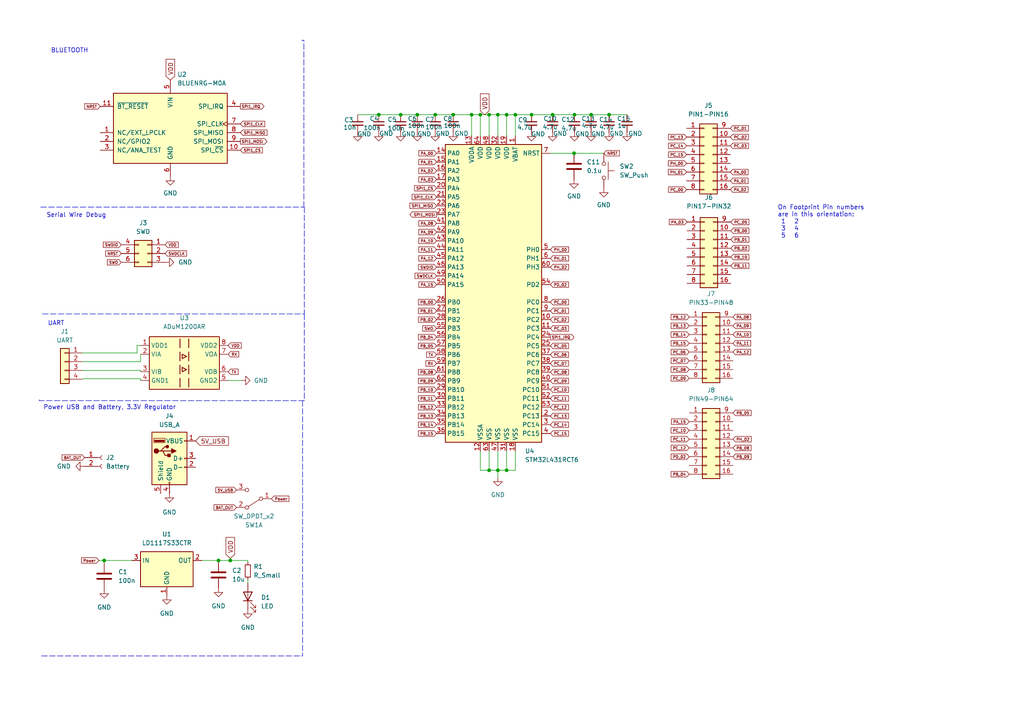
<source format=kicad_sch>
(kicad_sch (version 20211123) (generator eeschema)

  (uuid 572360cf-6275-41bb-b1c1-ad311527007b)

  (paper "A4")

  (lib_symbols
    (symbol "Connector:Conn_01x02_Female" (pin_names (offset 1.016) hide) (in_bom yes) (on_board yes)
      (property "Reference" "J" (id 0) (at 0 2.54 0)
        (effects (font (size 1.27 1.27)))
      )
      (property "Value" "Conn_01x02_Female" (id 1) (at 0 -5.08 0)
        (effects (font (size 1.27 1.27)))
      )
      (property "Footprint" "" (id 2) (at 0 0 0)
        (effects (font (size 1.27 1.27)) hide)
      )
      (property "Datasheet" "~" (id 3) (at 0 0 0)
        (effects (font (size 1.27 1.27)) hide)
      )
      (property "ki_keywords" "connector" (id 4) (at 0 0 0)
        (effects (font (size 1.27 1.27)) hide)
      )
      (property "ki_description" "Generic connector, single row, 01x02, script generated (kicad-library-utils/schlib/autogen/connector/)" (id 5) (at 0 0 0)
        (effects (font (size 1.27 1.27)) hide)
      )
      (property "ki_fp_filters" "Connector*:*_1x??_*" (id 6) (at 0 0 0)
        (effects (font (size 1.27 1.27)) hide)
      )
      (symbol "Conn_01x02_Female_1_1"
        (arc (start 0 -2.032) (mid -0.508 -2.54) (end 0 -3.048)
          (stroke (width 0.1524) (type default) (color 0 0 0 0))
          (fill (type none))
        )
        (polyline
          (pts
            (xy -1.27 -2.54)
            (xy -0.508 -2.54)
          )
          (stroke (width 0.1524) (type default) (color 0 0 0 0))
          (fill (type none))
        )
        (polyline
          (pts
            (xy -1.27 0)
            (xy -0.508 0)
          )
          (stroke (width 0.1524) (type default) (color 0 0 0 0))
          (fill (type none))
        )
        (arc (start 0 0.508) (mid -0.508 0) (end 0 -0.508)
          (stroke (width 0.1524) (type default) (color 0 0 0 0))
          (fill (type none))
        )
        (pin passive line (at -5.08 0 0) (length 3.81)
          (name "Pin_1" (effects (font (size 1.27 1.27))))
          (number "1" (effects (font (size 1.27 1.27))))
        )
        (pin passive line (at -5.08 -2.54 0) (length 3.81)
          (name "Pin_2" (effects (font (size 1.27 1.27))))
          (number "2" (effects (font (size 1.27 1.27))))
        )
      )
    )
    (symbol "Connector:USB_A" (pin_names (offset 1.016)) (in_bom yes) (on_board yes)
      (property "Reference" "J" (id 0) (at -5.08 11.43 0)
        (effects (font (size 1.27 1.27)) (justify left))
      )
      (property "Value" "USB_A" (id 1) (at -5.08 8.89 0)
        (effects (font (size 1.27 1.27)) (justify left))
      )
      (property "Footprint" "" (id 2) (at 3.81 -1.27 0)
        (effects (font (size 1.27 1.27)) hide)
      )
      (property "Datasheet" " ~" (id 3) (at 3.81 -1.27 0)
        (effects (font (size 1.27 1.27)) hide)
      )
      (property "ki_keywords" "connector USB" (id 4) (at 0 0 0)
        (effects (font (size 1.27 1.27)) hide)
      )
      (property "ki_description" "USB Type A connector" (id 5) (at 0 0 0)
        (effects (font (size 1.27 1.27)) hide)
      )
      (property "ki_fp_filters" "USB*" (id 6) (at 0 0 0)
        (effects (font (size 1.27 1.27)) hide)
      )
      (symbol "USB_A_0_1"
        (rectangle (start -5.08 -7.62) (end 5.08 7.62)
          (stroke (width 0.254) (type default) (color 0 0 0 0))
          (fill (type background))
        )
        (circle (center -3.81 2.159) (radius 0.635)
          (stroke (width 0.254) (type default) (color 0 0 0 0))
          (fill (type outline))
        )
        (rectangle (start -1.524 4.826) (end -4.318 5.334)
          (stroke (width 0) (type default) (color 0 0 0 0))
          (fill (type outline))
        )
        (rectangle (start -1.27 4.572) (end -4.572 5.842)
          (stroke (width 0) (type default) (color 0 0 0 0))
          (fill (type none))
        )
        (circle (center -0.635 3.429) (radius 0.381)
          (stroke (width 0.254) (type default) (color 0 0 0 0))
          (fill (type outline))
        )
        (rectangle (start -0.127 -7.62) (end 0.127 -6.858)
          (stroke (width 0) (type default) (color 0 0 0 0))
          (fill (type none))
        )
        (polyline
          (pts
            (xy -3.175 2.159)
            (xy -2.54 2.159)
            (xy -1.27 3.429)
            (xy -0.635 3.429)
          )
          (stroke (width 0.254) (type default) (color 0 0 0 0))
          (fill (type none))
        )
        (polyline
          (pts
            (xy -2.54 2.159)
            (xy -1.905 2.159)
            (xy -1.27 0.889)
            (xy 0 0.889)
          )
          (stroke (width 0.254) (type default) (color 0 0 0 0))
          (fill (type none))
        )
        (polyline
          (pts
            (xy 0.635 2.794)
            (xy 0.635 1.524)
            (xy 1.905 2.159)
            (xy 0.635 2.794)
          )
          (stroke (width 0.254) (type default) (color 0 0 0 0))
          (fill (type outline))
        )
        (rectangle (start 0.254 1.27) (end -0.508 0.508)
          (stroke (width 0.254) (type default) (color 0 0 0 0))
          (fill (type outline))
        )
        (rectangle (start 5.08 -2.667) (end 4.318 -2.413)
          (stroke (width 0) (type default) (color 0 0 0 0))
          (fill (type none))
        )
        (rectangle (start 5.08 -0.127) (end 4.318 0.127)
          (stroke (width 0) (type default) (color 0 0 0 0))
          (fill (type none))
        )
        (rectangle (start 5.08 4.953) (end 4.318 5.207)
          (stroke (width 0) (type default) (color 0 0 0 0))
          (fill (type none))
        )
      )
      (symbol "USB_A_1_1"
        (polyline
          (pts
            (xy -1.905 2.159)
            (xy 0.635 2.159)
          )
          (stroke (width 0.254) (type default) (color 0 0 0 0))
          (fill (type none))
        )
        (pin power_in line (at 7.62 5.08 180) (length 2.54)
          (name "VBUS" (effects (font (size 1.27 1.27))))
          (number "1" (effects (font (size 1.27 1.27))))
        )
        (pin bidirectional line (at 7.62 -2.54 180) (length 2.54)
          (name "D-" (effects (font (size 1.27 1.27))))
          (number "2" (effects (font (size 1.27 1.27))))
        )
        (pin bidirectional line (at 7.62 0 180) (length 2.54)
          (name "D+" (effects (font (size 1.27 1.27))))
          (number "3" (effects (font (size 1.27 1.27))))
        )
        (pin power_in line (at 0 -10.16 90) (length 2.54)
          (name "GND" (effects (font (size 1.27 1.27))))
          (number "4" (effects (font (size 1.27 1.27))))
        )
        (pin passive line (at -2.54 -10.16 90) (length 2.54)
          (name "Shield" (effects (font (size 1.27 1.27))))
          (number "5" (effects (font (size 1.27 1.27))))
        )
      )
    )
    (symbol "Connector_Generic:Conn_01x04" (pin_names (offset 1.016) hide) (in_bom yes) (on_board yes)
      (property "Reference" "J" (id 0) (at 0 5.08 0)
        (effects (font (size 1.27 1.27)))
      )
      (property "Value" "Conn_01x04" (id 1) (at 0 -7.62 0)
        (effects (font (size 1.27 1.27)))
      )
      (property "Footprint" "" (id 2) (at 0 0 0)
        (effects (font (size 1.27 1.27)) hide)
      )
      (property "Datasheet" "~" (id 3) (at 0 0 0)
        (effects (font (size 1.27 1.27)) hide)
      )
      (property "ki_keywords" "connector" (id 4) (at 0 0 0)
        (effects (font (size 1.27 1.27)) hide)
      )
      (property "ki_description" "Generic connector, single row, 01x04, script generated (kicad-library-utils/schlib/autogen/connector/)" (id 5) (at 0 0 0)
        (effects (font (size 1.27 1.27)) hide)
      )
      (property "ki_fp_filters" "Connector*:*_1x??_*" (id 6) (at 0 0 0)
        (effects (font (size 1.27 1.27)) hide)
      )
      (symbol "Conn_01x04_1_1"
        (rectangle (start -1.27 -4.953) (end 0 -5.207)
          (stroke (width 0.1524) (type default) (color 0 0 0 0))
          (fill (type none))
        )
        (rectangle (start -1.27 -2.413) (end 0 -2.667)
          (stroke (width 0.1524) (type default) (color 0 0 0 0))
          (fill (type none))
        )
        (rectangle (start -1.27 0.127) (end 0 -0.127)
          (stroke (width 0.1524) (type default) (color 0 0 0 0))
          (fill (type none))
        )
        (rectangle (start -1.27 2.667) (end 0 2.413)
          (stroke (width 0.1524) (type default) (color 0 0 0 0))
          (fill (type none))
        )
        (rectangle (start -1.27 3.81) (end 1.27 -6.35)
          (stroke (width 0.254) (type default) (color 0 0 0 0))
          (fill (type background))
        )
        (pin passive line (at -5.08 2.54 0) (length 3.81)
          (name "Pin_1" (effects (font (size 1.27 1.27))))
          (number "1" (effects (font (size 1.27 1.27))))
        )
        (pin passive line (at -5.08 0 0) (length 3.81)
          (name "Pin_2" (effects (font (size 1.27 1.27))))
          (number "2" (effects (font (size 1.27 1.27))))
        )
        (pin passive line (at -5.08 -2.54 0) (length 3.81)
          (name "Pin_3" (effects (font (size 1.27 1.27))))
          (number "3" (effects (font (size 1.27 1.27))))
        )
        (pin passive line (at -5.08 -5.08 0) (length 3.81)
          (name "Pin_4" (effects (font (size 1.27 1.27))))
          (number "4" (effects (font (size 1.27 1.27))))
        )
      )
    )
    (symbol "Connector_Generic:Conn_02x03_Top_Bottom" (pin_names (offset 1.016) hide) (in_bom yes) (on_board yes)
      (property "Reference" "J" (id 0) (at 1.27 5.08 0)
        (effects (font (size 1.27 1.27)))
      )
      (property "Value" "Conn_02x03_Top_Bottom" (id 1) (at 1.27 -5.08 0)
        (effects (font (size 1.27 1.27)))
      )
      (property "Footprint" "" (id 2) (at 0 0 0)
        (effects (font (size 1.27 1.27)) hide)
      )
      (property "Datasheet" "~" (id 3) (at 0 0 0)
        (effects (font (size 1.27 1.27)) hide)
      )
      (property "ki_keywords" "connector" (id 4) (at 0 0 0)
        (effects (font (size 1.27 1.27)) hide)
      )
      (property "ki_description" "Generic connector, double row, 02x03, top/bottom pin numbering scheme (row 1: 1...pins_per_row, row2: pins_per_row+1 ... num_pins), script generated (kicad-library-utils/schlib/autogen/connector/)" (id 5) (at 0 0 0)
        (effects (font (size 1.27 1.27)) hide)
      )
      (property "ki_fp_filters" "Connector*:*_2x??_*" (id 6) (at 0 0 0)
        (effects (font (size 1.27 1.27)) hide)
      )
      (symbol "Conn_02x03_Top_Bottom_1_1"
        (rectangle (start -1.27 -2.413) (end 0 -2.667)
          (stroke (width 0.1524) (type default) (color 0 0 0 0))
          (fill (type none))
        )
        (rectangle (start -1.27 0.127) (end 0 -0.127)
          (stroke (width 0.1524) (type default) (color 0 0 0 0))
          (fill (type none))
        )
        (rectangle (start -1.27 2.667) (end 0 2.413)
          (stroke (width 0.1524) (type default) (color 0 0 0 0))
          (fill (type none))
        )
        (rectangle (start -1.27 3.81) (end 3.81 -3.81)
          (stroke (width 0.254) (type default) (color 0 0 0 0))
          (fill (type background))
        )
        (rectangle (start 3.81 -2.413) (end 2.54 -2.667)
          (stroke (width 0.1524) (type default) (color 0 0 0 0))
          (fill (type none))
        )
        (rectangle (start 3.81 0.127) (end 2.54 -0.127)
          (stroke (width 0.1524) (type default) (color 0 0 0 0))
          (fill (type none))
        )
        (rectangle (start 3.81 2.667) (end 2.54 2.413)
          (stroke (width 0.1524) (type default) (color 0 0 0 0))
          (fill (type none))
        )
        (pin passive line (at -5.08 2.54 0) (length 3.81)
          (name "Pin_1" (effects (font (size 1.27 1.27))))
          (number "1" (effects (font (size 1.27 1.27))))
        )
        (pin passive line (at -5.08 0 0) (length 3.81)
          (name "Pin_2" (effects (font (size 1.27 1.27))))
          (number "2" (effects (font (size 1.27 1.27))))
        )
        (pin passive line (at -5.08 -2.54 0) (length 3.81)
          (name "Pin_3" (effects (font (size 1.27 1.27))))
          (number "3" (effects (font (size 1.27 1.27))))
        )
        (pin passive line (at 7.62 2.54 180) (length 3.81)
          (name "Pin_4" (effects (font (size 1.27 1.27))))
          (number "4" (effects (font (size 1.27 1.27))))
        )
        (pin passive line (at 7.62 0 180) (length 3.81)
          (name "Pin_5" (effects (font (size 1.27 1.27))))
          (number "5" (effects (font (size 1.27 1.27))))
        )
        (pin passive line (at 7.62 -2.54 180) (length 3.81)
          (name "Pin_6" (effects (font (size 1.27 1.27))))
          (number "6" (effects (font (size 1.27 1.27))))
        )
      )
    )
    (symbol "Connector_Generic:Conn_02x08_Top_Bottom" (pin_names (offset 1.016) hide) (in_bom yes) (on_board yes)
      (property "Reference" "J" (id 0) (at 1.27 10.16 0)
        (effects (font (size 1.27 1.27)))
      )
      (property "Value" "Conn_02x08_Top_Bottom" (id 1) (at 1.27 -12.7 0)
        (effects (font (size 1.27 1.27)))
      )
      (property "Footprint" "" (id 2) (at 0 0 0)
        (effects (font (size 1.27 1.27)) hide)
      )
      (property "Datasheet" "~" (id 3) (at 0 0 0)
        (effects (font (size 1.27 1.27)) hide)
      )
      (property "ki_keywords" "connector" (id 4) (at 0 0 0)
        (effects (font (size 1.27 1.27)) hide)
      )
      (property "ki_description" "Generic connector, double row, 02x08, top/bottom pin numbering scheme (row 1: 1...pins_per_row, row2: pins_per_row+1 ... num_pins), script generated (kicad-library-utils/schlib/autogen/connector/)" (id 5) (at 0 0 0)
        (effects (font (size 1.27 1.27)) hide)
      )
      (property "ki_fp_filters" "Connector*:*_2x??_*" (id 6) (at 0 0 0)
        (effects (font (size 1.27 1.27)) hide)
      )
      (symbol "Conn_02x08_Top_Bottom_1_1"
        (rectangle (start -1.27 -10.033) (end 0 -10.287)
          (stroke (width 0.1524) (type default) (color 0 0 0 0))
          (fill (type none))
        )
        (rectangle (start -1.27 -7.493) (end 0 -7.747)
          (stroke (width 0.1524) (type default) (color 0 0 0 0))
          (fill (type none))
        )
        (rectangle (start -1.27 -4.953) (end 0 -5.207)
          (stroke (width 0.1524) (type default) (color 0 0 0 0))
          (fill (type none))
        )
        (rectangle (start -1.27 -2.413) (end 0 -2.667)
          (stroke (width 0.1524) (type default) (color 0 0 0 0))
          (fill (type none))
        )
        (rectangle (start -1.27 0.127) (end 0 -0.127)
          (stroke (width 0.1524) (type default) (color 0 0 0 0))
          (fill (type none))
        )
        (rectangle (start -1.27 2.667) (end 0 2.413)
          (stroke (width 0.1524) (type default) (color 0 0 0 0))
          (fill (type none))
        )
        (rectangle (start -1.27 5.207) (end 0 4.953)
          (stroke (width 0.1524) (type default) (color 0 0 0 0))
          (fill (type none))
        )
        (rectangle (start -1.27 7.747) (end 0 7.493)
          (stroke (width 0.1524) (type default) (color 0 0 0 0))
          (fill (type none))
        )
        (rectangle (start -1.27 8.89) (end 3.81 -11.43)
          (stroke (width 0.254) (type default) (color 0 0 0 0))
          (fill (type background))
        )
        (rectangle (start 3.81 -10.033) (end 2.54 -10.287)
          (stroke (width 0.1524) (type default) (color 0 0 0 0))
          (fill (type none))
        )
        (rectangle (start 3.81 -7.493) (end 2.54 -7.747)
          (stroke (width 0.1524) (type default) (color 0 0 0 0))
          (fill (type none))
        )
        (rectangle (start 3.81 -4.953) (end 2.54 -5.207)
          (stroke (width 0.1524) (type default) (color 0 0 0 0))
          (fill (type none))
        )
        (rectangle (start 3.81 -2.413) (end 2.54 -2.667)
          (stroke (width 0.1524) (type default) (color 0 0 0 0))
          (fill (type none))
        )
        (rectangle (start 3.81 0.127) (end 2.54 -0.127)
          (stroke (width 0.1524) (type default) (color 0 0 0 0))
          (fill (type none))
        )
        (rectangle (start 3.81 2.667) (end 2.54 2.413)
          (stroke (width 0.1524) (type default) (color 0 0 0 0))
          (fill (type none))
        )
        (rectangle (start 3.81 5.207) (end 2.54 4.953)
          (stroke (width 0.1524) (type default) (color 0 0 0 0))
          (fill (type none))
        )
        (rectangle (start 3.81 7.747) (end 2.54 7.493)
          (stroke (width 0.1524) (type default) (color 0 0 0 0))
          (fill (type none))
        )
        (pin passive line (at -5.08 7.62 0) (length 3.81)
          (name "Pin_1" (effects (font (size 1.27 1.27))))
          (number "1" (effects (font (size 1.27 1.27))))
        )
        (pin passive line (at 7.62 5.08 180) (length 3.81)
          (name "Pin_10" (effects (font (size 1.27 1.27))))
          (number "10" (effects (font (size 1.27 1.27))))
        )
        (pin passive line (at 7.62 2.54 180) (length 3.81)
          (name "Pin_11" (effects (font (size 1.27 1.27))))
          (number "11" (effects (font (size 1.27 1.27))))
        )
        (pin passive line (at 7.62 0 180) (length 3.81)
          (name "Pin_12" (effects (font (size 1.27 1.27))))
          (number "12" (effects (font (size 1.27 1.27))))
        )
        (pin passive line (at 7.62 -2.54 180) (length 3.81)
          (name "Pin_13" (effects (font (size 1.27 1.27))))
          (number "13" (effects (font (size 1.27 1.27))))
        )
        (pin passive line (at 7.62 -5.08 180) (length 3.81)
          (name "Pin_14" (effects (font (size 1.27 1.27))))
          (number "14" (effects (font (size 1.27 1.27))))
        )
        (pin passive line (at 7.62 -7.62 180) (length 3.81)
          (name "Pin_15" (effects (font (size 1.27 1.27))))
          (number "15" (effects (font (size 1.27 1.27))))
        )
        (pin passive line (at 7.62 -10.16 180) (length 3.81)
          (name "Pin_16" (effects (font (size 1.27 1.27))))
          (number "16" (effects (font (size 1.27 1.27))))
        )
        (pin passive line (at -5.08 5.08 0) (length 3.81)
          (name "Pin_2" (effects (font (size 1.27 1.27))))
          (number "2" (effects (font (size 1.27 1.27))))
        )
        (pin passive line (at -5.08 2.54 0) (length 3.81)
          (name "Pin_3" (effects (font (size 1.27 1.27))))
          (number "3" (effects (font (size 1.27 1.27))))
        )
        (pin passive line (at -5.08 0 0) (length 3.81)
          (name "Pin_4" (effects (font (size 1.27 1.27))))
          (number "4" (effects (font (size 1.27 1.27))))
        )
        (pin passive line (at -5.08 -2.54 0) (length 3.81)
          (name "Pin_5" (effects (font (size 1.27 1.27))))
          (number "5" (effects (font (size 1.27 1.27))))
        )
        (pin passive line (at -5.08 -5.08 0) (length 3.81)
          (name "Pin_6" (effects (font (size 1.27 1.27))))
          (number "6" (effects (font (size 1.27 1.27))))
        )
        (pin passive line (at -5.08 -7.62 0) (length 3.81)
          (name "Pin_7" (effects (font (size 1.27 1.27))))
          (number "7" (effects (font (size 1.27 1.27))))
        )
        (pin passive line (at -5.08 -10.16 0) (length 3.81)
          (name "Pin_8" (effects (font (size 1.27 1.27))))
          (number "8" (effects (font (size 1.27 1.27))))
        )
        (pin passive line (at 7.62 7.62 180) (length 3.81)
          (name "Pin_9" (effects (font (size 1.27 1.27))))
          (number "9" (effects (font (size 1.27 1.27))))
        )
      )
    )
    (symbol "Device:C" (pin_numbers hide) (pin_names (offset 0.254)) (in_bom yes) (on_board yes)
      (property "Reference" "C" (id 0) (at 0.635 2.54 0)
        (effects (font (size 1.27 1.27)) (justify left))
      )
      (property "Value" "C" (id 1) (at 0.635 -2.54 0)
        (effects (font (size 1.27 1.27)) (justify left))
      )
      (property "Footprint" "" (id 2) (at 0.9652 -3.81 0)
        (effects (font (size 1.27 1.27)) hide)
      )
      (property "Datasheet" "~" (id 3) (at 0 0 0)
        (effects (font (size 1.27 1.27)) hide)
      )
      (property "ki_keywords" "cap capacitor" (id 4) (at 0 0 0)
        (effects (font (size 1.27 1.27)) hide)
      )
      (property "ki_description" "Unpolarized capacitor" (id 5) (at 0 0 0)
        (effects (font (size 1.27 1.27)) hide)
      )
      (property "ki_fp_filters" "C_*" (id 6) (at 0 0 0)
        (effects (font (size 1.27 1.27)) hide)
      )
      (symbol "C_0_1"
        (polyline
          (pts
            (xy -2.032 -0.762)
            (xy 2.032 -0.762)
          )
          (stroke (width 0.508) (type default) (color 0 0 0 0))
          (fill (type none))
        )
        (polyline
          (pts
            (xy -2.032 0.762)
            (xy 2.032 0.762)
          )
          (stroke (width 0.508) (type default) (color 0 0 0 0))
          (fill (type none))
        )
      )
      (symbol "C_1_1"
        (pin passive line (at 0 3.81 270) (length 2.794)
          (name "~" (effects (font (size 1.27 1.27))))
          (number "1" (effects (font (size 1.27 1.27))))
        )
        (pin passive line (at 0 -3.81 90) (length 2.794)
          (name "~" (effects (font (size 1.27 1.27))))
          (number "2" (effects (font (size 1.27 1.27))))
        )
      )
    )
    (symbol "Device:C_Small" (pin_numbers hide) (pin_names (offset 0.254) hide) (in_bom yes) (on_board yes)
      (property "Reference" "C" (id 0) (at 0.254 1.778 0)
        (effects (font (size 1.27 1.27)) (justify left))
      )
      (property "Value" "C_Small" (id 1) (at 0.254 -2.032 0)
        (effects (font (size 1.27 1.27)) (justify left))
      )
      (property "Footprint" "" (id 2) (at 0 0 0)
        (effects (font (size 1.27 1.27)) hide)
      )
      (property "Datasheet" "~" (id 3) (at 0 0 0)
        (effects (font (size 1.27 1.27)) hide)
      )
      (property "ki_keywords" "capacitor cap" (id 4) (at 0 0 0)
        (effects (font (size 1.27 1.27)) hide)
      )
      (property "ki_description" "Unpolarized capacitor, small symbol" (id 5) (at 0 0 0)
        (effects (font (size 1.27 1.27)) hide)
      )
      (property "ki_fp_filters" "C_*" (id 6) (at 0 0 0)
        (effects (font (size 1.27 1.27)) hide)
      )
      (symbol "C_Small_0_1"
        (polyline
          (pts
            (xy -1.524 -0.508)
            (xy 1.524 -0.508)
          )
          (stroke (width 0.3302) (type default) (color 0 0 0 0))
          (fill (type none))
        )
        (polyline
          (pts
            (xy -1.524 0.508)
            (xy 1.524 0.508)
          )
          (stroke (width 0.3048) (type default) (color 0 0 0 0))
          (fill (type none))
        )
      )
      (symbol "C_Small_1_1"
        (pin passive line (at 0 2.54 270) (length 2.032)
          (name "~" (effects (font (size 1.27 1.27))))
          (number "1" (effects (font (size 1.27 1.27))))
        )
        (pin passive line (at 0 -2.54 90) (length 2.032)
          (name "~" (effects (font (size 1.27 1.27))))
          (number "2" (effects (font (size 1.27 1.27))))
        )
      )
    )
    (symbol "Device:LED" (pin_numbers hide) (pin_names (offset 1.016) hide) (in_bom yes) (on_board yes)
      (property "Reference" "D" (id 0) (at 0 2.54 0)
        (effects (font (size 1.27 1.27)))
      )
      (property "Value" "LED" (id 1) (at 0 -2.54 0)
        (effects (font (size 1.27 1.27)))
      )
      (property "Footprint" "" (id 2) (at 0 0 0)
        (effects (font (size 1.27 1.27)) hide)
      )
      (property "Datasheet" "~" (id 3) (at 0 0 0)
        (effects (font (size 1.27 1.27)) hide)
      )
      (property "ki_keywords" "LED diode" (id 4) (at 0 0 0)
        (effects (font (size 1.27 1.27)) hide)
      )
      (property "ki_description" "Light emitting diode" (id 5) (at 0 0 0)
        (effects (font (size 1.27 1.27)) hide)
      )
      (property "ki_fp_filters" "LED* LED_SMD:* LED_THT:*" (id 6) (at 0 0 0)
        (effects (font (size 1.27 1.27)) hide)
      )
      (symbol "LED_0_1"
        (polyline
          (pts
            (xy -1.27 -1.27)
            (xy -1.27 1.27)
          )
          (stroke (width 0.254) (type default) (color 0 0 0 0))
          (fill (type none))
        )
        (polyline
          (pts
            (xy -1.27 0)
            (xy 1.27 0)
          )
          (stroke (width 0) (type default) (color 0 0 0 0))
          (fill (type none))
        )
        (polyline
          (pts
            (xy 1.27 -1.27)
            (xy 1.27 1.27)
            (xy -1.27 0)
            (xy 1.27 -1.27)
          )
          (stroke (width 0.254) (type default) (color 0 0 0 0))
          (fill (type none))
        )
        (polyline
          (pts
            (xy -3.048 -0.762)
            (xy -4.572 -2.286)
            (xy -3.81 -2.286)
            (xy -4.572 -2.286)
            (xy -4.572 -1.524)
          )
          (stroke (width 0) (type default) (color 0 0 0 0))
          (fill (type none))
        )
        (polyline
          (pts
            (xy -1.778 -0.762)
            (xy -3.302 -2.286)
            (xy -2.54 -2.286)
            (xy -3.302 -2.286)
            (xy -3.302 -1.524)
          )
          (stroke (width 0) (type default) (color 0 0 0 0))
          (fill (type none))
        )
      )
      (symbol "LED_1_1"
        (pin passive line (at -3.81 0 0) (length 2.54)
          (name "K" (effects (font (size 1.27 1.27))))
          (number "1" (effects (font (size 1.27 1.27))))
        )
        (pin passive line (at 3.81 0 180) (length 2.54)
          (name "A" (effects (font (size 1.27 1.27))))
          (number "2" (effects (font (size 1.27 1.27))))
        )
      )
    )
    (symbol "Device:R_Small" (pin_numbers hide) (pin_names (offset 0.254) hide) (in_bom yes) (on_board yes)
      (property "Reference" "R" (id 0) (at 0.762 0.508 0)
        (effects (font (size 1.27 1.27)) (justify left))
      )
      (property "Value" "R_Small" (id 1) (at 0.762 -1.016 0)
        (effects (font (size 1.27 1.27)) (justify left))
      )
      (property "Footprint" "" (id 2) (at 0 0 0)
        (effects (font (size 1.27 1.27)) hide)
      )
      (property "Datasheet" "~" (id 3) (at 0 0 0)
        (effects (font (size 1.27 1.27)) hide)
      )
      (property "ki_keywords" "R resistor" (id 4) (at 0 0 0)
        (effects (font (size 1.27 1.27)) hide)
      )
      (property "ki_description" "Resistor, small symbol" (id 5) (at 0 0 0)
        (effects (font (size 1.27 1.27)) hide)
      )
      (property "ki_fp_filters" "R_*" (id 6) (at 0 0 0)
        (effects (font (size 1.27 1.27)) hide)
      )
      (symbol "R_Small_0_1"
        (rectangle (start -0.762 1.778) (end 0.762 -1.778)
          (stroke (width 0.2032) (type default) (color 0 0 0 0))
          (fill (type none))
        )
      )
      (symbol "R_Small_1_1"
        (pin passive line (at 0 2.54 270) (length 0.762)
          (name "~" (effects (font (size 1.27 1.27))))
          (number "1" (effects (font (size 1.27 1.27))))
        )
        (pin passive line (at 0 -2.54 90) (length 0.762)
          (name "~" (effects (font (size 1.27 1.27))))
          (number "2" (effects (font (size 1.27 1.27))))
        )
      )
    )
    (symbol "Isolator:ADuM1200AR" (in_bom yes) (on_board yes)
      (property "Reference" "U" (id 0) (at -10.16 8.89 0)
        (effects (font (size 1.27 1.27)) (justify left))
      )
      (property "Value" "ADuM1200AR" (id 1) (at -2.032 8.89 0)
        (effects (font (size 1.27 1.27)) (justify left))
      )
      (property "Footprint" "Package_SO:SOIC-8_3.9x4.9mm_P1.27mm" (id 2) (at 0 -10.16 0)
        (effects (font (size 1.27 1.27) italic) hide)
      )
      (property "Datasheet" "https://www.analog.com/media/en/technical-documentation/data-sheets/ADuM1200_1201.pdf" (id 3) (at -11.43 10.16 0)
        (effects (font (size 1.27 1.27)) hide)
      )
      (property "ki_keywords" "Dual-channel digital isolator" (id 4) (at 0 0 0)
        (effects (font (size 1.27 1.27)) hide)
      )
      (property "ki_description" "Dual-channel digital isolator, Bidirectional communication, 3V/5V level translation, SOIC-8" (id 5) (at 0 0 0)
        (effects (font (size 1.27 1.27)) hide)
      )
      (property "ki_fp_filters" "SOIC*3.9x4.9mm*P1.27mm*" (id 6) (at 0 0 0)
        (effects (font (size 1.27 1.27)) hide)
      )
      (symbol "ADuM1200AR_0_1"
        (rectangle (start -10.16 7.62) (end 10.16 -7.62)
          (stroke (width 0.254) (type default) (color 0 0 0 0))
          (fill (type background))
        )
        (polyline
          (pts
            (xy -1.27 -4.445)
            (xy -1.27 -6.985)
          )
          (stroke (width 0.254) (type default) (color 0 0 0 0))
          (fill (type none))
        )
        (polyline
          (pts
            (xy -1.27 -0.635)
            (xy -1.27 -3.175)
          )
          (stroke (width 0.254) (type default) (color 0 0 0 0))
          (fill (type none))
        )
        (polyline
          (pts
            (xy -1.27 3.175)
            (xy -1.27 0.635)
          )
          (stroke (width 0.254) (type default) (color 0 0 0 0))
          (fill (type none))
        )
        (polyline
          (pts
            (xy -1.27 6.985)
            (xy -1.27 4.445)
          )
          (stroke (width 0.254) (type default) (color 0 0 0 0))
          (fill (type none))
        )
        (polyline
          (pts
            (xy 1.27 -4.445)
            (xy 1.27 -6.985)
          )
          (stroke (width 0.254) (type default) (color 0 0 0 0))
          (fill (type none))
        )
        (polyline
          (pts
            (xy 1.27 -0.635)
            (xy 1.27 -3.175)
          )
          (stroke (width 0.254) (type default) (color 0 0 0 0))
          (fill (type none))
        )
        (polyline
          (pts
            (xy 1.27 3.175)
            (xy 1.27 0.635)
          )
          (stroke (width 0.254) (type default) (color 0 0 0 0))
          (fill (type none))
        )
        (polyline
          (pts
            (xy 1.27 6.985)
            (xy 1.27 4.445)
          )
          (stroke (width 0.254) (type default) (color 0 0 0 0))
          (fill (type none))
        )
        (polyline
          (pts
            (xy -0.635 -1.27)
            (xy -0.635 -2.54)
            (xy 0.635 -1.905)
            (xy -0.635 -1.27)
          )
          (stroke (width 0.254) (type default) (color 0 0 0 0))
          (fill (type none))
        )
        (polyline
          (pts
            (xy -0.635 1.27)
            (xy 0.635 1.905)
            (xy -0.635 2.54)
            (xy -0.635 1.27)
          )
          (stroke (width 0.254) (type default) (color 0 0 0 0))
          (fill (type none))
        )
      )
      (symbol "ADuM1200AR_1_1"
        (pin power_in line (at -12.7 5.08 0) (length 2.54)
          (name "VDD1" (effects (font (size 1.27 1.27))))
          (number "1" (effects (font (size 1.27 1.27))))
        )
        (pin input line (at -12.7 2.54 0) (length 2.54)
          (name "VIA" (effects (font (size 1.27 1.27))))
          (number "2" (effects (font (size 1.27 1.27))))
        )
        (pin input line (at -12.7 -2.54 0) (length 2.54)
          (name "VIB" (effects (font (size 1.27 1.27))))
          (number "3" (effects (font (size 1.27 1.27))))
        )
        (pin power_in line (at -12.7 -5.08 0) (length 2.54)
          (name "GND1" (effects (font (size 1.27 1.27))))
          (number "4" (effects (font (size 1.27 1.27))))
        )
        (pin power_in line (at 12.7 -5.08 180) (length 2.54)
          (name "GND2" (effects (font (size 1.27 1.27))))
          (number "5" (effects (font (size 1.27 1.27))))
        )
        (pin output line (at 12.7 -2.54 180) (length 2.54)
          (name "VOB" (effects (font (size 1.27 1.27))))
          (number "6" (effects (font (size 1.27 1.27))))
        )
        (pin output line (at 12.7 2.54 180) (length 2.54)
          (name "VOA" (effects (font (size 1.27 1.27))))
          (number "7" (effects (font (size 1.27 1.27))))
        )
        (pin power_in line (at 12.7 5.08 180) (length 2.54)
          (name "VDD2" (effects (font (size 1.27 1.27))))
          (number "8" (effects (font (size 1.27 1.27))))
        )
      )
    )
    (symbol "MCU_ST_STM32L4:STM32L431RCTx" (in_bom yes) (on_board yes)
      (property "Reference" "U" (id 0) (at -15.24 44.45 0)
        (effects (font (size 1.27 1.27)) (justify left))
      )
      (property "Value" "STM32L431RCTx" (id 1) (at 7.62 44.45 0)
        (effects (font (size 1.27 1.27)) (justify left))
      )
      (property "Footprint" "Package_QFP:LQFP-64_10x10mm_P0.5mm" (id 2) (at -15.24 -43.18 0)
        (effects (font (size 1.27 1.27)) (justify right) hide)
      )
      (property "Datasheet" "http://www.st.com/st-web-ui/static/active/en/resource/technical/document/datasheet/DM00257211.pdf" (id 3) (at 0 0 0)
        (effects (font (size 1.27 1.27)) hide)
      )
      (property "ki_keywords" "ARM Cortex-M4 STM32L4 STM32L4x1" (id 4) (at 0 0 0)
        (effects (font (size 1.27 1.27)) hide)
      )
      (property "ki_description" "ARM Cortex-M4 MCU, 256KB flash, 64KB RAM, 80MHz, 1.71-3.6V, 52 GPIO, LQFP-64" (id 5) (at 0 0 0)
        (effects (font (size 1.27 1.27)) hide)
      )
      (property "ki_fp_filters" "LQFP*10x10mm*P0.5mm*" (id 6) (at 0 0 0)
        (effects (font (size 1.27 1.27)) hide)
      )
      (symbol "STM32L431RCTx_0_1"
        (rectangle (start -15.24 -43.18) (end 12.7 43.18)
          (stroke (width 0.254) (type default) (color 0 0 0 0))
          (fill (type background))
        )
      )
      (symbol "STM32L431RCTx_1_1"
        (pin power_in line (at -7.62 45.72 270) (length 2.54)
          (name "VBAT" (effects (font (size 1.27 1.27))))
          (number "1" (effects (font (size 1.27 1.27))))
        )
        (pin bidirectional line (at -17.78 -7.62 0) (length 2.54)
          (name "PC2" (effects (font (size 1.27 1.27))))
          (number "10" (effects (font (size 1.27 1.27))))
        )
        (pin bidirectional line (at -17.78 -10.16 0) (length 2.54)
          (name "PC3" (effects (font (size 1.27 1.27))))
          (number "11" (effects (font (size 1.27 1.27))))
        )
        (pin power_in line (at 2.54 -45.72 90) (length 2.54)
          (name "VSSA" (effects (font (size 1.27 1.27))))
          (number "12" (effects (font (size 1.27 1.27))))
        )
        (pin power_in line (at 5.08 45.72 270) (length 2.54)
          (name "VDDA" (effects (font (size 1.27 1.27))))
          (number "13" (effects (font (size 1.27 1.27))))
        )
        (pin bidirectional line (at 15.24 40.64 180) (length 2.54)
          (name "PA0" (effects (font (size 1.27 1.27))))
          (number "14" (effects (font (size 1.27 1.27))))
        )
        (pin bidirectional line (at 15.24 38.1 180) (length 2.54)
          (name "PA1" (effects (font (size 1.27 1.27))))
          (number "15" (effects (font (size 1.27 1.27))))
        )
        (pin bidirectional line (at 15.24 35.56 180) (length 2.54)
          (name "PA2" (effects (font (size 1.27 1.27))))
          (number "16" (effects (font (size 1.27 1.27))))
        )
        (pin bidirectional line (at 15.24 33.02 180) (length 2.54)
          (name "PA3" (effects (font (size 1.27 1.27))))
          (number "17" (effects (font (size 1.27 1.27))))
        )
        (pin power_in line (at -7.62 -45.72 90) (length 2.54)
          (name "VSS" (effects (font (size 1.27 1.27))))
          (number "18" (effects (font (size 1.27 1.27))))
        )
        (pin power_in line (at -5.08 45.72 270) (length 2.54)
          (name "VDD" (effects (font (size 1.27 1.27))))
          (number "19" (effects (font (size 1.27 1.27))))
        )
        (pin bidirectional line (at -17.78 -35.56 0) (length 2.54)
          (name "PC13" (effects (font (size 1.27 1.27))))
          (number "2" (effects (font (size 1.27 1.27))))
        )
        (pin bidirectional line (at 15.24 30.48 180) (length 2.54)
          (name "PA4" (effects (font (size 1.27 1.27))))
          (number "20" (effects (font (size 1.27 1.27))))
        )
        (pin bidirectional line (at 15.24 27.94 180) (length 2.54)
          (name "PA5" (effects (font (size 1.27 1.27))))
          (number "21" (effects (font (size 1.27 1.27))))
        )
        (pin bidirectional line (at 15.24 25.4 180) (length 2.54)
          (name "PA6" (effects (font (size 1.27 1.27))))
          (number "22" (effects (font (size 1.27 1.27))))
        )
        (pin bidirectional line (at 15.24 22.86 180) (length 2.54)
          (name "PA7" (effects (font (size 1.27 1.27))))
          (number "23" (effects (font (size 1.27 1.27))))
        )
        (pin bidirectional line (at -17.78 -12.7 0) (length 2.54)
          (name "PC4" (effects (font (size 1.27 1.27))))
          (number "24" (effects (font (size 1.27 1.27))))
        )
        (pin bidirectional line (at -17.78 -15.24 0) (length 2.54)
          (name "PC5" (effects (font (size 1.27 1.27))))
          (number "25" (effects (font (size 1.27 1.27))))
        )
        (pin bidirectional line (at 15.24 -2.54 180) (length 2.54)
          (name "PB0" (effects (font (size 1.27 1.27))))
          (number "26" (effects (font (size 1.27 1.27))))
        )
        (pin bidirectional line (at 15.24 -5.08 180) (length 2.54)
          (name "PB1" (effects (font (size 1.27 1.27))))
          (number "27" (effects (font (size 1.27 1.27))))
        )
        (pin bidirectional line (at 15.24 -7.62 180) (length 2.54)
          (name "PB2" (effects (font (size 1.27 1.27))))
          (number "28" (effects (font (size 1.27 1.27))))
        )
        (pin bidirectional line (at 15.24 -27.94 180) (length 2.54)
          (name "PB10" (effects (font (size 1.27 1.27))))
          (number "29" (effects (font (size 1.27 1.27))))
        )
        (pin bidirectional line (at -17.78 -38.1 0) (length 2.54)
          (name "PC14" (effects (font (size 1.27 1.27))))
          (number "3" (effects (font (size 1.27 1.27))))
        )
        (pin bidirectional line (at 15.24 -30.48 180) (length 2.54)
          (name "PB11" (effects (font (size 1.27 1.27))))
          (number "30" (effects (font (size 1.27 1.27))))
        )
        (pin power_in line (at -5.08 -45.72 90) (length 2.54)
          (name "VSS" (effects (font (size 1.27 1.27))))
          (number "31" (effects (font (size 1.27 1.27))))
        )
        (pin power_in line (at -2.54 45.72 270) (length 2.54)
          (name "VDD" (effects (font (size 1.27 1.27))))
          (number "32" (effects (font (size 1.27 1.27))))
        )
        (pin bidirectional line (at 15.24 -33.02 180) (length 2.54)
          (name "PB12" (effects (font (size 1.27 1.27))))
          (number "33" (effects (font (size 1.27 1.27))))
        )
        (pin bidirectional line (at 15.24 -35.56 180) (length 2.54)
          (name "PB13" (effects (font (size 1.27 1.27))))
          (number "34" (effects (font (size 1.27 1.27))))
        )
        (pin bidirectional line (at 15.24 -38.1 180) (length 2.54)
          (name "PB14" (effects (font (size 1.27 1.27))))
          (number "35" (effects (font (size 1.27 1.27))))
        )
        (pin bidirectional line (at 15.24 -40.64 180) (length 2.54)
          (name "PB15" (effects (font (size 1.27 1.27))))
          (number "36" (effects (font (size 1.27 1.27))))
        )
        (pin bidirectional line (at -17.78 -17.78 0) (length 2.54)
          (name "PC6" (effects (font (size 1.27 1.27))))
          (number "37" (effects (font (size 1.27 1.27))))
        )
        (pin bidirectional line (at -17.78 -20.32 0) (length 2.54)
          (name "PC7" (effects (font (size 1.27 1.27))))
          (number "38" (effects (font (size 1.27 1.27))))
        )
        (pin bidirectional line (at -17.78 -22.86 0) (length 2.54)
          (name "PC8" (effects (font (size 1.27 1.27))))
          (number "39" (effects (font (size 1.27 1.27))))
        )
        (pin bidirectional line (at -17.78 -40.64 0) (length 2.54)
          (name "PC15" (effects (font (size 1.27 1.27))))
          (number "4" (effects (font (size 1.27 1.27))))
        )
        (pin bidirectional line (at -17.78 -25.4 0) (length 2.54)
          (name "PC9" (effects (font (size 1.27 1.27))))
          (number "40" (effects (font (size 1.27 1.27))))
        )
        (pin bidirectional line (at 15.24 20.32 180) (length 2.54)
          (name "PA8" (effects (font (size 1.27 1.27))))
          (number "41" (effects (font (size 1.27 1.27))))
        )
        (pin bidirectional line (at 15.24 17.78 180) (length 2.54)
          (name "PA9" (effects (font (size 1.27 1.27))))
          (number "42" (effects (font (size 1.27 1.27))))
        )
        (pin bidirectional line (at 15.24 15.24 180) (length 2.54)
          (name "PA10" (effects (font (size 1.27 1.27))))
          (number "43" (effects (font (size 1.27 1.27))))
        )
        (pin bidirectional line (at 15.24 12.7 180) (length 2.54)
          (name "PA11" (effects (font (size 1.27 1.27))))
          (number "44" (effects (font (size 1.27 1.27))))
        )
        (pin bidirectional line (at 15.24 10.16 180) (length 2.54)
          (name "PA12" (effects (font (size 1.27 1.27))))
          (number "45" (effects (font (size 1.27 1.27))))
        )
        (pin bidirectional line (at 15.24 7.62 180) (length 2.54)
          (name "PA13" (effects (font (size 1.27 1.27))))
          (number "46" (effects (font (size 1.27 1.27))))
        )
        (pin power_in line (at -2.54 -45.72 90) (length 2.54)
          (name "VSS" (effects (font (size 1.27 1.27))))
          (number "47" (effects (font (size 1.27 1.27))))
        )
        (pin power_in line (at 0 45.72 270) (length 2.54)
          (name "VDD" (effects (font (size 1.27 1.27))))
          (number "48" (effects (font (size 1.27 1.27))))
        )
        (pin bidirectional line (at 15.24 5.08 180) (length 2.54)
          (name "PA14" (effects (font (size 1.27 1.27))))
          (number "49" (effects (font (size 1.27 1.27))))
        )
        (pin input line (at -17.78 12.7 0) (length 2.54)
          (name "PH0" (effects (font (size 1.27 1.27))))
          (number "5" (effects (font (size 1.27 1.27))))
        )
        (pin bidirectional line (at 15.24 2.54 180) (length 2.54)
          (name "PA15" (effects (font (size 1.27 1.27))))
          (number "50" (effects (font (size 1.27 1.27))))
        )
        (pin bidirectional line (at -17.78 -27.94 0) (length 2.54)
          (name "PC10" (effects (font (size 1.27 1.27))))
          (number "51" (effects (font (size 1.27 1.27))))
        )
        (pin bidirectional line (at -17.78 -30.48 0) (length 2.54)
          (name "PC11" (effects (font (size 1.27 1.27))))
          (number "52" (effects (font (size 1.27 1.27))))
        )
        (pin bidirectional line (at -17.78 -33.02 0) (length 2.54)
          (name "PC12" (effects (font (size 1.27 1.27))))
          (number "53" (effects (font (size 1.27 1.27))))
        )
        (pin bidirectional line (at -17.78 2.54 0) (length 2.54)
          (name "PD2" (effects (font (size 1.27 1.27))))
          (number "54" (effects (font (size 1.27 1.27))))
        )
        (pin bidirectional line (at 15.24 -10.16 180) (length 2.54)
          (name "PB3" (effects (font (size 1.27 1.27))))
          (number "55" (effects (font (size 1.27 1.27))))
        )
        (pin bidirectional line (at 15.24 -12.7 180) (length 2.54)
          (name "PB4" (effects (font (size 1.27 1.27))))
          (number "56" (effects (font (size 1.27 1.27))))
        )
        (pin bidirectional line (at 15.24 -15.24 180) (length 2.54)
          (name "PB5" (effects (font (size 1.27 1.27))))
          (number "57" (effects (font (size 1.27 1.27))))
        )
        (pin bidirectional line (at 15.24 -17.78 180) (length 2.54)
          (name "PB6" (effects (font (size 1.27 1.27))))
          (number "58" (effects (font (size 1.27 1.27))))
        )
        (pin bidirectional line (at 15.24 -20.32 180) (length 2.54)
          (name "PB7" (effects (font (size 1.27 1.27))))
          (number "59" (effects (font (size 1.27 1.27))))
        )
        (pin input line (at -17.78 10.16 0) (length 2.54)
          (name "PH1" (effects (font (size 1.27 1.27))))
          (number "6" (effects (font (size 1.27 1.27))))
        )
        (pin bidirectional line (at -17.78 7.62 0) (length 2.54)
          (name "PH3" (effects (font (size 1.27 1.27))))
          (number "60" (effects (font (size 1.27 1.27))))
        )
        (pin bidirectional line (at 15.24 -22.86 180) (length 2.54)
          (name "PB8" (effects (font (size 1.27 1.27))))
          (number "61" (effects (font (size 1.27 1.27))))
        )
        (pin bidirectional line (at 15.24 -25.4 180) (length 2.54)
          (name "PB9" (effects (font (size 1.27 1.27))))
          (number "62" (effects (font (size 1.27 1.27))))
        )
        (pin power_in line (at 0 -45.72 90) (length 2.54)
          (name "VSS" (effects (font (size 1.27 1.27))))
          (number "63" (effects (font (size 1.27 1.27))))
        )
        (pin power_in line (at 2.54 45.72 270) (length 2.54)
          (name "VDD" (effects (font (size 1.27 1.27))))
          (number "64" (effects (font (size 1.27 1.27))))
        )
        (pin input line (at -17.78 40.64 0) (length 2.54)
          (name "NRST" (effects (font (size 1.27 1.27))))
          (number "7" (effects (font (size 1.27 1.27))))
        )
        (pin bidirectional line (at -17.78 -2.54 0) (length 2.54)
          (name "PC0" (effects (font (size 1.27 1.27))))
          (number "8" (effects (font (size 1.27 1.27))))
        )
        (pin bidirectional line (at -17.78 -5.08 0) (length 2.54)
          (name "PC1" (effects (font (size 1.27 1.27))))
          (number "9" (effects (font (size 1.27 1.27))))
        )
      )
    )
    (symbol "RF_Bluetooth:SPBTLE-RF" (pin_names (offset 1.016)) (in_bom yes) (on_board yes)
      (property "Reference" "U" (id 0) (at -13.97 12.7 0)
        (effects (font (size 1.27 1.27)) (justify left))
      )
      (property "Value" "SPBTLE-RF" (id 1) (at -13.97 10.16 0)
        (effects (font (size 1.27 1.27)) (justify left))
      )
      (property "Footprint" "RF_Module:ST_SPBTLE" (id 2) (at 12.7 -13.97 0)
        (effects (font (size 1.27 1.27)) hide)
      )
      (property "Datasheet" "http://www.st.com/resource/en/datasheet/spbtle-rf.pdf" (id 3) (at -13.97 10.16 0)
        (effects (font (size 1.27 1.27)) hide)
      )
      (property "ki_keywords" "BLE bluetooth module low-power" (id 4) (at 0 0 0)
        (effects (font (size 1.27 1.27)) hide)
      )
      (property "ki_description" "Very Low Power network processor module for BLE v4.1, Hub capabilities" (id 5) (at 0 0 0)
        (effects (font (size 1.27 1.27)) hide)
      )
      (property "ki_fp_filters" "ST*SPBTLE*" (id 6) (at 0 0 0)
        (effects (font (size 1.27 1.27)) hide)
      )
      (symbol "SPBTLE-RF_0_1"
        (rectangle (start -16.51 8.89) (end 16.51 -11.43)
          (stroke (width 0.254) (type default) (color 0 0 0 0))
          (fill (type background))
        )
      )
      (symbol "SPBTLE-RF_1_1"
        (pin input line (at -20.32 -2.54 0) (length 3.81)
          (name "NC/EXT_LPCLK" (effects (font (size 1.27 1.27))))
          (number "1" (effects (font (size 1.27 1.27))))
        )
        (pin input line (at 20.32 -7.62 180) (length 3.81)
          (name "SPI_~{CS}" (effects (font (size 1.27 1.27))))
          (number "10" (effects (font (size 1.27 1.27))))
        )
        (pin input line (at -20.32 5.08 0) (length 3.81)
          (name "~{BT_RESET}" (effects (font (size 1.27 1.27))))
          (number "11" (effects (font (size 1.27 1.27))))
        )
        (pin bidirectional line (at -20.32 -5.08 0) (length 3.81)
          (name "NC/GPIO2" (effects (font (size 1.27 1.27))))
          (number "2" (effects (font (size 1.27 1.27))))
        )
        (pin input line (at -20.32 -7.62 0) (length 3.81)
          (name "NC/ANA_TEST" (effects (font (size 1.27 1.27))))
          (number "3" (effects (font (size 1.27 1.27))))
        )
        (pin output line (at 20.32 5.08 180) (length 3.81)
          (name "SPI_IRQ" (effects (font (size 1.27 1.27))))
          (number "4" (effects (font (size 1.27 1.27))))
        )
        (pin power_in line (at 0 12.7 270) (length 3.81)
          (name "VIN" (effects (font (size 1.27 1.27))))
          (number "5" (effects (font (size 1.27 1.27))))
        )
        (pin power_in line (at 0 -15.24 90) (length 3.81)
          (name "GND" (effects (font (size 1.27 1.27))))
          (number "6" (effects (font (size 1.27 1.27))))
        )
        (pin input clock (at 20.32 0 180) (length 3.81)
          (name "SPI_CLK" (effects (font (size 1.27 1.27))))
          (number "7" (effects (font (size 1.27 1.27))))
        )
        (pin output line (at 20.32 -2.54 180) (length 3.81)
          (name "SPI_MISO" (effects (font (size 1.27 1.27))))
          (number "8" (effects (font (size 1.27 1.27))))
        )
        (pin input line (at 20.32 -5.08 180) (length 3.81)
          (name "SPI_MOSI" (effects (font (size 1.27 1.27))))
          (number "9" (effects (font (size 1.27 1.27))))
        )
      )
    )
    (symbol "Regulator_Linear:NCP115AMX250TCG" (in_bom yes) (on_board yes)
      (property "Reference" "U?" (id 0) (at 0 10.16 0)
        (effects (font (size 1.27 1.27)))
      )
      (property "Value" "NCV1117ST33T3G " (id 1) (at 0 7.62 0)
        (effects (font (size 1.27 1.27)))
      )
      (property "Footprint" "" (id 2) (at 0 0 0)
        (effects (font (size 1.27 1.27)) hide)
      )
      (property "Datasheet" "https://www.onsemi.com/pub/Collateral/NCP115-D.PDF" (id 3) (at 0 0 0)
        (effects (font (size 1.27 1.27)) hide)
      )
      (property "ki_keywords" "Single Output LDO" (id 4) (at 0 0 0)
        (effects (font (size 1.27 1.27)) hide)
      )
      (property "ki_description" "300mA Low-Dropout Linear Regulators, 2.5V output voltage, LDO with low noise and enable pin, XDFN-4" (id 5) (at 0 0 0)
        (effects (font (size 1.27 1.27)) hide)
      )
      (property "ki_fp_filters" "OnSemi*XDFN4*1EP*1.0x1.0mm*" (id 6) (at 0 0 0)
        (effects (font (size 1.27 1.27)) hide)
      )
      (symbol "NCP115AMX250TCG_0_1"
        (rectangle (start -7.62 5.08) (end 7.62 -5.08)
          (stroke (width 0.254) (type default) (color 0 0 0 0))
          (fill (type background))
        )
      )
      (symbol "NCP115AMX250TCG_1_1"
        (pin power_in line (at 0 -7.62 90) (length 2.54)
          (name "GND" (effects (font (size 1.27 1.27))))
          (number "1" (effects (font (size 1.27 1.27))))
        )
        (pin power_out line (at 10.16 2.54 180) (length 2.54)
          (name "OUT" (effects (font (size 1.27 1.27))))
          (number "2" (effects (font (size 1.27 1.27))))
        )
        (pin power_in line (at -10.16 2.54 0) (length 2.54)
          (name "IN" (effects (font (size 1.27 1.27))))
          (number "3" (effects (font (size 1.27 1.27))))
        )
        (pin passive line (at 0 -7.62 90) (length 2.54) hide
          (name "GND" (effects (font (size 1.27 1.27))))
          (number "5" (effects (font (size 1.27 1.27))))
        )
      )
    )
    (symbol "Switch:SW_DPDT_x2" (pin_names (offset 0) hide) (in_bom yes) (on_board yes)
      (property "Reference" "SW?" (id 0) (at 0 7.62 0)
        (effects (font (size 1.27 1.27)))
      )
      (property "Value" "SW_DPDT_x2" (id 1) (at 0 5.08 0)
        (effects (font (size 1.27 1.27)))
      )
      (property "Footprint" "" (id 2) (at 0 0 0)
        (effects (font (size 1.27 1.27)) hide)
      )
      (property "Datasheet" "~" (id 3) (at 0 0 0)
        (effects (font (size 1.27 1.27)) hide)
      )
      (property "ki_keywords" "switch dual-pole double-throw DPDT spdt ON-ON" (id 4) (at 0 0 0)
        (effects (font (size 1.27 1.27)) hide)
      )
      (property "ki_description" "Switch, dual pole double throw, separate symbols" (id 5) (at 0 0 0)
        (effects (font (size 1.27 1.27)) hide)
      )
      (property "ki_fp_filters" "SW*DPDT*" (id 6) (at 0 0 0)
        (effects (font (size 1.27 1.27)) hide)
      )
      (symbol "SW_DPDT_x2_0_0"
        (circle (center -2.032 0) (radius 0.508)
          (stroke (width 0) (type default) (color 0 0 0 0))
          (fill (type none))
        )
        (circle (center 2.032 -2.54) (radius 0.508)
          (stroke (width 0) (type default) (color 0 0 0 0))
          (fill (type none))
        )
      )
      (symbol "SW_DPDT_x2_0_1"
        (polyline
          (pts
            (xy -1.524 0.254)
            (xy 1.651 2.286)
          )
          (stroke (width 0) (type default) (color 0 0 0 0))
          (fill (type none))
        )
        (circle (center 2.032 2.54) (radius 0.508)
          (stroke (width 0) (type default) (color 0 0 0 0))
          (fill (type none))
        )
      )
      (symbol "SW_DPDT_x2_1_1"
        (pin passive line (at -5.08 0 0) (length 2.54)
          (name "B" (effects (font (size 1.27 1.27))))
          (number "1" (effects (font (size 1.27 1.27))))
        )
        (pin passive line (at 5.08 2.54 180) (length 2.54)
          (name "A" (effects (font (size 1.27 1.27))))
          (number "2" (effects (font (size 1.27 1.27))))
        )
        (pin passive line (at 5.08 -2.54 180) (length 2.54)
          (name "C" (effects (font (size 1.27 1.27))))
          (number "3" (effects (font (size 1.27 1.27))))
        )
      )
      (symbol "SW_DPDT_x2_2_1"
        (pin passive line (at 5.08 2.54 180) (length 2.54)
          (name "A" (effects (font (size 1.27 1.27))))
          (number "4" (effects (font (size 1.27 1.27))))
        )
        (pin passive line (at -5.08 0 0) (length 2.54)
          (name "B" (effects (font (size 1.27 1.27))))
          (number "5" (effects (font (size 1.27 1.27))))
        )
        (pin passive line (at 5.08 -2.54 180) (length 2.54)
          (name "C" (effects (font (size 1.27 1.27))))
          (number "6" (effects (font (size 1.27 1.27))))
        )
      )
    )
    (symbol "Switch:SW_Push" (pin_numbers hide) (pin_names (offset 1.016) hide) (in_bom yes) (on_board yes)
      (property "Reference" "SW" (id 0) (at 1.27 2.54 0)
        (effects (font (size 1.27 1.27)) (justify left))
      )
      (property "Value" "SW_Push" (id 1) (at 0 -1.524 0)
        (effects (font (size 1.27 1.27)))
      )
      (property "Footprint" "" (id 2) (at 0 5.08 0)
        (effects (font (size 1.27 1.27)) hide)
      )
      (property "Datasheet" "~" (id 3) (at 0 5.08 0)
        (effects (font (size 1.27 1.27)) hide)
      )
      (property "ki_keywords" "switch normally-open pushbutton push-button" (id 4) (at 0 0 0)
        (effects (font (size 1.27 1.27)) hide)
      )
      (property "ki_description" "Push button switch, generic, two pins" (id 5) (at 0 0 0)
        (effects (font (size 1.27 1.27)) hide)
      )
      (symbol "SW_Push_0_1"
        (circle (center -2.032 0) (radius 0.508)
          (stroke (width 0) (type default) (color 0 0 0 0))
          (fill (type none))
        )
        (polyline
          (pts
            (xy 0 1.27)
            (xy 0 3.048)
          )
          (stroke (width 0) (type default) (color 0 0 0 0))
          (fill (type none))
        )
        (polyline
          (pts
            (xy 2.54 1.27)
            (xy -2.54 1.27)
          )
          (stroke (width 0) (type default) (color 0 0 0 0))
          (fill (type none))
        )
        (circle (center 2.032 0) (radius 0.508)
          (stroke (width 0) (type default) (color 0 0 0 0))
          (fill (type none))
        )
        (pin passive line (at -5.08 0 0) (length 2.54)
          (name "1" (effects (font (size 1.27 1.27))))
          (number "1" (effects (font (size 1.27 1.27))))
        )
        (pin passive line (at 5.08 0 180) (length 2.54)
          (name "2" (effects (font (size 1.27 1.27))))
          (number "2" (effects (font (size 1.27 1.27))))
        )
      )
    )
    (symbol "power:GND" (power) (pin_names (offset 0)) (in_bom yes) (on_board yes)
      (property "Reference" "#PWR" (id 0) (at 0 -6.35 0)
        (effects (font (size 1.27 1.27)) hide)
      )
      (property "Value" "GND" (id 1) (at 0 -3.81 0)
        (effects (font (size 1.27 1.27)))
      )
      (property "Footprint" "" (id 2) (at 0 0 0)
        (effects (font (size 1.27 1.27)) hide)
      )
      (property "Datasheet" "" (id 3) (at 0 0 0)
        (effects (font (size 1.27 1.27)) hide)
      )
      (property "ki_keywords" "power-flag" (id 4) (at 0 0 0)
        (effects (font (size 1.27 1.27)) hide)
      )
      (property "ki_description" "Power symbol creates a global label with name \"GND\" , ground" (id 5) (at 0 0 0)
        (effects (font (size 1.27 1.27)) hide)
      )
      (symbol "GND_0_1"
        (polyline
          (pts
            (xy 0 0)
            (xy 0 -1.27)
            (xy 1.27 -1.27)
            (xy 0 -2.54)
            (xy -1.27 -1.27)
            (xy 0 -1.27)
          )
          (stroke (width 0) (type default) (color 0 0 0 0))
          (fill (type none))
        )
      )
      (symbol "GND_1_1"
        (pin power_in line (at 0 0 270) (length 0) hide
          (name "GND" (effects (font (size 1.27 1.27))))
          (number "1" (effects (font (size 1.27 1.27))))
        )
      )
    )
  )

  (junction (at 66.802 162.56) (diameter 0) (color 0 0 0 0)
    (uuid 0f60f7cf-db85-4201-a7e5-eef16c407664)
  )
  (junction (at 126.238 33.274) (diameter 0) (color 0 0 0 0)
    (uuid 1320969b-c6cf-4db1-b33f-33074223796c)
  )
  (junction (at 63.373 162.56) (diameter 0) (color 0 0 0 0)
    (uuid 1b6d46b7-d986-4800-acd6-de3d0370af63)
  )
  (junction (at 160.274 33.274) (diameter 0) (color 0 0 0 0)
    (uuid 2149df90-85a3-4b16-a7fc-b4d68b9d20ac)
  )
  (junction (at 136.779 33.274) (diameter 0) (color 0 0 0 0)
    (uuid 229921de-e264-4f47-971d-be32f3ddbf49)
  )
  (junction (at 146.939 33.274) (diameter 0) (color 0 0 0 0)
    (uuid 3eb25a97-a20f-44c5-8fe1-9b39910ef383)
  )
  (junction (at 171.45 33.274) (diameter 0) (color 0 0 0 0)
    (uuid 47eeca14-965a-4309-9629-dc75c5a05db3)
  )
  (junction (at 166.497 44.45) (diameter 0) (color 0 0 0 0)
    (uuid 4d513642-02dc-445a-9248-fe6981e301f1)
  )
  (junction (at 30.226 162.56) (diameter 0) (color 0 0 0 0)
    (uuid 4f757b7e-ece6-4da0-a559-0fc7facb2713)
  )
  (junction (at 109.855 33.274) (diameter 0) (color 0 0 0 0)
    (uuid 578cbf78-cfa4-414a-b96f-791cc2edc939)
  )
  (junction (at 149.479 33.274) (diameter 0) (color 0 0 0 0)
    (uuid 5e8b14e2-0102-4f0e-a076-2abf946b34c8)
  )
  (junction (at 139.319 33.274) (diameter 0) (color 0 0 0 0)
    (uuid 68198d2f-a86f-4087-b3b6-901682ecf4fa)
  )
  (junction (at 121.031 33.274) (diameter 0) (color 0 0 0 0)
    (uuid 72bb0518-cd70-4091-b045-61c22a00dcf2)
  )
  (junction (at 131.445 33.274) (diameter 0) (color 0 0 0 0)
    (uuid 75a13bc7-d603-4594-b586-ed2ec96bb49f)
  )
  (junction (at 146.939 136.398) (diameter 0) (color 0 0 0 0)
    (uuid 77fe613a-ac46-4ad2-be21-fd15bc7cdb07)
  )
  (junction (at 116.205 33.274) (diameter 0) (color 0 0 0 0)
    (uuid 7a6706df-18c7-4447-a2d5-737dcd9cfe42)
  )
  (junction (at 144.399 33.274) (diameter 0) (color 0 0 0 0)
    (uuid 8227d590-e5bc-4a16-8ed4-02caf801a891)
  )
  (junction (at 141.859 136.398) (diameter 0) (color 0 0 0 0)
    (uuid 82b11093-bd01-4656-a6d6-f7ebba58ac00)
  )
  (junction (at 141.859 33.274) (diameter 0) (color 0 0 0 0)
    (uuid 967bdfe7-3678-4a8a-9c2d-4219af9c8379)
  )
  (junction (at 154.178 33.274) (diameter 0) (color 0 0 0 0)
    (uuid 9d5d6581-04eb-4b26-b609-1c21fb22b5c0)
  )
  (junction (at 166.624 33.274) (diameter 0) (color 0 0 0 0)
    (uuid b3428112-9df7-456e-9607-2b12a2e5d18f)
  )
  (junction (at 144.399 136.398) (diameter 0) (color 0 0 0 0)
    (uuid db23851a-9829-4cd0-8562-ddfb6715acfa)
  )
  (junction (at 176.657 33.274) (diameter 0) (color 0 0 0 0)
    (uuid dcc1f9c8-706e-484a-813d-de7ad0a59f28)
  )

  (wire (pts (xy 159.639 44.45) (xy 166.497 44.45))
    (stroke (width 0) (type default) (color 0 0 0 0))
    (uuid 00f5128e-bccb-4ff8-b24f-f6a4537eec1c)
  )
  (wire (pts (xy 71.882 163.068) (xy 71.882 162.56))
    (stroke (width 0) (type default) (color 0 0 0 0))
    (uuid 02bd5508-9213-4f04-95de-9b139e1fa6ef)
  )
  (wire (pts (xy 40.767 104.902) (xy 40.767 102.743))
    (stroke (width 0) (type default) (color 0 0 0 0))
    (uuid 056b5a29-d948-47f2-9d21-acd88ff9c4cf)
  )
  (wire (pts (xy 171.45 33.274) (xy 176.657 33.274))
    (stroke (width 0) (type default) (color 0 0 0 0))
    (uuid 0786a792-df53-465e-8770-ce2f2e5f1eda)
  )
  (wire (pts (xy 40.767 109.855) (xy 40.767 110.363))
    (stroke (width 0) (type default) (color 0 0 0 0))
    (uuid 0a8dd97f-9590-4c2d-8530-4b01db2e8ac4)
  )
  (wire (pts (xy 23.876 107.442) (xy 40.767 107.442))
    (stroke (width 0) (type default) (color 0 0 0 0))
    (uuid 0b39afd7-0bfb-41a9-9b19-07539fa397dd)
  )
  (wire (pts (xy 144.399 33.274) (xy 146.939 33.274))
    (stroke (width 0) (type default) (color 0 0 0 0))
    (uuid 0cbc24f1-878d-4d0c-923a-34a9e656fa85)
  )
  (wire (pts (xy 146.939 33.274) (xy 149.479 33.274))
    (stroke (width 0) (type default) (color 0 0 0 0))
    (uuid 0f75f70a-027b-4d33-9de9-93c1487d9a30)
  )
  (wire (pts (xy 136.779 33.274) (xy 139.319 33.274))
    (stroke (width 0) (type default) (color 0 0 0 0))
    (uuid 1221d598-59e2-4340-a6c1-6cfe51d7c3a9)
  )
  (wire (pts (xy 154.178 33.274) (xy 160.274 33.274))
    (stroke (width 0) (type default) (color 0 0 0 0))
    (uuid 15279981-600e-4b39-9fb8-e4b7d6607372)
  )
  (polyline (pts (xy 88.265 116.205) (xy 11.43 116.205))
    (stroke (width 0) (type default) (color 0 0 0 0))
    (uuid 15b3b4e4-0335-4b45-942b-1401d82f5455)
  )

  (wire (pts (xy 131.445 33.274) (xy 136.779 33.274))
    (stroke (width 0) (type default) (color 0 0 0 0))
    (uuid 1d251f30-3688-4f86-b5cb-681ff5f29b12)
  )
  (wire (pts (xy 24.003 109.855) (xy 40.767 109.855))
    (stroke (width 0) (type default) (color 0 0 0 0))
    (uuid 1dc46bfe-08c8-4471-936c-07a31f68743e)
  )
  (wire (pts (xy 166.497 44.45) (xy 175.133 44.45))
    (stroke (width 0) (type default) (color 0 0 0 0))
    (uuid 2173b3c0-0e8a-4495-8568-d0dea4557abf)
  )
  (wire (pts (xy 71.882 168.148) (xy 71.882 169.164))
    (stroke (width 0) (type default) (color 0 0 0 0))
    (uuid 26890949-9dc9-4c5f-afbf-4b8063d6f2ac)
  )
  (wire (pts (xy 144.399 39.37) (xy 144.399 33.274))
    (stroke (width 0) (type default) (color 0 0 0 0))
    (uuid 29c3039d-0a62-467e-8c03-7f54a065e63d)
  )
  (wire (pts (xy 176.657 33.274) (xy 181.864 33.274))
    (stroke (width 0) (type default) (color 0 0 0 0))
    (uuid 2a2aeef8-20e7-4ba0-81a7-7c057c09669a)
  )
  (polyline (pts (xy 88.265 60.071) (xy 88.265 91.059))
    (stroke (width 0) (type default) (color 0 0 0 0))
    (uuid 2f683d5a-7c6b-45f2-ba18-bec4b9ff9469)
  )

  (wire (pts (xy 139.319 136.398) (xy 141.859 136.398))
    (stroke (width 0) (type default) (color 0 0 0 0))
    (uuid 3a43afdd-3a3d-4e9f-8e26-e2e469eb4d34)
  )
  (wire (pts (xy 58.547 162.56) (xy 63.373 162.56))
    (stroke (width 0) (type default) (color 0 0 0 0))
    (uuid 3f1e8975-74cc-4898-a513-c979de8062ae)
  )
  (wire (pts (xy 144.399 130.81) (xy 144.399 136.398))
    (stroke (width 0) (type default) (color 0 0 0 0))
    (uuid 41f535f5-7a34-4cf7-9f06-d2d99193c518)
  )
  (polyline (pts (xy 12.319 91.059) (xy 88.265 91.059))
    (stroke (width 0) (type default) (color 0 0 0 0))
    (uuid 4b810023-64ab-4c26-a472-421253c6aeb0)
  )
  (polyline (pts (xy 12.065 190.246) (xy 87.757 190.246))
    (stroke (width 0) (type default) (color 0 0 0 0))
    (uuid 55caf58c-c1ff-4ce5-81be-fbb50d18e01a)
  )

  (wire (pts (xy 103.759 33.274) (xy 109.855 33.274))
    (stroke (width 0) (type default) (color 0 0 0 0))
    (uuid 570e0c4b-cb49-4d56-98f4-79abb18e84a2)
  )
  (polyline (pts (xy 87.503 11.684) (xy 88.138 11.684))
    (stroke (width 0) (type default) (color 0 0 0 0))
    (uuid 57694798-f630-4a20-976c-7abcd96e2e90)
  )

  (wire (pts (xy 116.205 33.274) (xy 121.031 33.274))
    (stroke (width 0) (type default) (color 0 0 0 0))
    (uuid 58a119b7-e2d3-4382-b4a3-157b24ab42be)
  )
  (wire (pts (xy 69.977 110.363) (xy 66.167 110.363))
    (stroke (width 0) (type default) (color 0 0 0 0))
    (uuid 5abb086c-638e-4cc8-a9e3-843614fdc7ed)
  )
  (wire (pts (xy 149.479 33.274) (xy 149.479 39.37))
    (stroke (width 0) (type default) (color 0 0 0 0))
    (uuid 5d4ef3b4-3172-4ea0-8c2e-8e5b0862c836)
  )
  (wire (pts (xy 30.226 162.56) (xy 38.227 162.56))
    (stroke (width 0) (type default) (color 0 0 0 0))
    (uuid 62559001-24ba-4d20-b14d-9faf0d47488a)
  )
  (polyline (pts (xy 87.757 116.205) (xy 87.757 190.246))
    (stroke (width 0) (type default) (color 0 0 0 0))
    (uuid 6644655b-9338-46fe-8a5a-f5c26067974a)
  )

  (wire (pts (xy 136.779 33.274) (xy 136.779 39.37))
    (stroke (width 0) (type default) (color 0 0 0 0))
    (uuid 686f3cdf-09f2-4daf-9fdf-2a03b54c874b)
  )
  (wire (pts (xy 149.479 136.398) (xy 149.479 130.81))
    (stroke (width 0) (type default) (color 0 0 0 0))
    (uuid 6966d936-e9a2-491f-8370-676c9effcc9b)
  )
  (wire (pts (xy 30.226 163.322) (xy 30.226 162.56))
    (stroke (width 0) (type default) (color 0 0 0 0))
    (uuid 6ea07bd7-c9e6-4070-9535-7101eb8fb527)
  )
  (wire (pts (xy 146.939 136.398) (xy 146.939 130.81))
    (stroke (width 0) (type default) (color 0 0 0 0))
    (uuid 7502ff86-bf39-49bb-a878-3b2f12f6d7d1)
  )
  (polyline (pts (xy 11.43 115.951) (xy 11.43 116.205))
    (stroke (width 0) (type default) (color 0 0 0 0))
    (uuid 760f9c19-cf32-4738-b9d4-3a7c6eac6be7)
  )
  (polyline (pts (xy 11.811 60.071) (xy 88.138 60.071))
    (stroke (width 0) (type default) (color 0 0 0 0))
    (uuid 7d2dc795-d080-4166-b6b6-b2fc706b76eb)
  )

  (wire (pts (xy 63.373 162.56) (xy 63.373 162.941))
    (stroke (width 0) (type default) (color 0 0 0 0))
    (uuid 7dcd52f2-a36c-41dc-aa9e-5f0735560243)
  )
  (wire (pts (xy 141.859 39.37) (xy 141.859 33.274))
    (stroke (width 0) (type default) (color 0 0 0 0))
    (uuid 8810a666-ace9-411c-96ee-f8693532ab8b)
  )
  (wire (pts (xy 23.876 102.362) (xy 39.751 102.362))
    (stroke (width 0) (type default) (color 0 0 0 0))
    (uuid 8904b2bc-2963-4884-a889-d47fbe095496)
  )
  (wire (pts (xy 39.751 100.203) (xy 40.767 100.203))
    (stroke (width 0) (type default) (color 0 0 0 0))
    (uuid 8990b500-f580-4301-bc34-17124c9bdd31)
  )
  (wire (pts (xy 71.882 162.56) (xy 66.802 162.56))
    (stroke (width 0) (type default) (color 0 0 0 0))
    (uuid 8c52d74a-2839-4725-a66a-05656b112577)
  )
  (wire (pts (xy 126.238 33.274) (xy 131.445 33.274))
    (stroke (width 0) (type default) (color 0 0 0 0))
    (uuid 8c76d4e9-f62c-4820-a4d1-1d23488b2237)
  )
  (wire (pts (xy 121.031 33.274) (xy 126.238 33.274))
    (stroke (width 0) (type default) (color 0 0 0 0))
    (uuid 91a4c7c9-52d8-4621-8bb2-4a52bcf9c295)
  )
  (wire (pts (xy 139.319 33.274) (xy 141.859 33.274))
    (stroke (width 0) (type default) (color 0 0 0 0))
    (uuid 93a46231-9f87-4c96-b895-b26a03438995)
  )
  (wire (pts (xy 144.399 136.398) (xy 146.939 136.398))
    (stroke (width 0) (type default) (color 0 0 0 0))
    (uuid 9ab2cc26-3401-4f11-ac2c-b5010da3dc2d)
  )
  (wire (pts (xy 160.274 33.274) (xy 166.624 33.274))
    (stroke (width 0) (type default) (color 0 0 0 0))
    (uuid 9ff33b23-dd07-44a9-b897-17ca4c275b0e)
  )
  (wire (pts (xy 141.859 33.274) (xy 144.399 33.274))
    (stroke (width 0) (type default) (color 0 0 0 0))
    (uuid a01a74fd-fb32-4838-9957-5cf3f7e4f2b8)
  )
  (polyline (pts (xy 88.138 60.071) (xy 88.138 11.684))
    (stroke (width 0) (type default) (color 0 0 0 0))
    (uuid a4d1a3bd-7a14-4777-8be1-354360a8feac)
  )

  (wire (pts (xy 66.802 161.925) (xy 66.802 162.56))
    (stroke (width 0) (type default) (color 0 0 0 0))
    (uuid a4de24f8-5a6b-4d93-8a96-3d527339efd2)
  )
  (wire (pts (xy 139.319 39.37) (xy 139.319 33.274))
    (stroke (width 0) (type default) (color 0 0 0 0))
    (uuid a90f8b6f-3b20-421d-900b-207298eb7cfb)
  )
  (wire (pts (xy 39.751 102.362) (xy 39.751 100.203))
    (stroke (width 0) (type default) (color 0 0 0 0))
    (uuid abdd9587-bb63-4aa8-9ea9-acff36e851da)
  )
  (wire (pts (xy 116.205 33.274) (xy 109.855 33.274))
    (stroke (width 0) (type default) (color 0 0 0 0))
    (uuid acec29fc-e7c6-4385-91cc-75a634e5cf01)
  )
  (wire (pts (xy 139.319 130.81) (xy 139.319 136.398))
    (stroke (width 0) (type default) (color 0 0 0 0))
    (uuid b8a884d3-cbed-4e60-8413-c1ecc007f6fc)
  )
  (wire (pts (xy 141.859 130.81) (xy 141.859 136.398))
    (stroke (width 0) (type default) (color 0 0 0 0))
    (uuid b9d6713b-0ea9-4660-9633-8980df37660f)
  )
  (wire (pts (xy 23.876 104.902) (xy 40.767 104.902))
    (stroke (width 0) (type default) (color 0 0 0 0))
    (uuid c251f4b4-0609-4072-bd2e-6a7cb76e718e)
  )
  (wire (pts (xy 146.939 33.274) (xy 146.939 39.37))
    (stroke (width 0) (type default) (color 0 0 0 0))
    (uuid ca10a175-f59d-42a7-aaca-baed71cbdb30)
  )
  (wire (pts (xy 40.767 107.442) (xy 40.767 107.823))
    (stroke (width 0) (type default) (color 0 0 0 0))
    (uuid e0c74033-65e2-437e-b282-26363dfe737c)
  )
  (wire (pts (xy 166.624 33.274) (xy 171.45 33.274))
    (stroke (width 0) (type default) (color 0 0 0 0))
    (uuid e147770b-699b-4c7e-984e-8a6870a7a2a7)
  )
  (polyline (pts (xy 88.265 91.059) (xy 88.265 116.205))
    (stroke (width 0) (type default) (color 0 0 0 0))
    (uuid e1e2c955-d456-4e1d-9a75-06d5b509487f)
  )

  (wire (pts (xy 66.802 162.56) (xy 63.373 162.56))
    (stroke (width 0) (type default) (color 0 0 0 0))
    (uuid e56cf854-d2d6-4e8a-99f6-2311867a726e)
  )
  (wire (pts (xy 149.479 33.274) (xy 154.178 33.274))
    (stroke (width 0) (type default) (color 0 0 0 0))
    (uuid e8820f7a-7b15-49c6-a3a1-6deb9d834c6e)
  )
  (wire (pts (xy 28.702 162.56) (xy 30.226 162.56))
    (stroke (width 0) (type default) (color 0 0 0 0))
    (uuid ed1f131a-bd3d-43d9-b7ee-07c197e7bf74)
  )
  (wire (pts (xy 141.859 136.398) (xy 144.399 136.398))
    (stroke (width 0) (type default) (color 0 0 0 0))
    (uuid f8e19e51-c631-418d-8b06-5fe590c5b544)
  )
  (wire (pts (xy 144.399 136.398) (xy 144.399 138.43))
    (stroke (width 0) (type default) (color 0 0 0 0))
    (uuid fb8c9faa-585f-454e-813b-cf70f04e8d1d)
  )
  (wire (pts (xy 146.939 136.398) (xy 149.479 136.398))
    (stroke (width 0) (type default) (color 0 0 0 0))
    (uuid fd254c8f-b323-4b2e-b299-eb9810adbf02)
  )

  (text "UART" (at 13.843 94.615 0)
    (effects (font (size 1.27 1.27)) (justify left bottom))
    (uuid 26897126-a0e7-401a-a82c-942afa22093d)
  )
  (text "BLUETOOTH" (at 14.732 15.494 0)
    (effects (font (size 1.27 1.27)) (justify left bottom))
    (uuid 5edb627e-4182-4e87-a639-6be2f23877c1)
  )
  (text "Serial Wire Debug" (at 13.462 63.246 0)
    (effects (font (size 1.27 1.27)) (justify left bottom))
    (uuid b1bdaa7f-467a-44a9-89da-cf0a883cd4f1)
  )
  (text "Power USB and Battery, 3.3V Regulator" (at 12.573 118.999 0)
    (effects (font (size 1.27 1.27)) (justify left bottom))
    (uuid b47cf78b-7fc3-46ab-87ea-071da24a6d80)
  )
  (text "On Footprint Pin numbers \nare in this orientation:\n 1	2\n 3	4\n 5	6"
    (at 225.552 69.215 0)
    (effects (font (size 1.27 1.27)) (justify left bottom))
    (uuid d33a93be-c226-4d62-a6b2-3339e08298bf)
  )

  (global_label "PB_11" (shape input) (at 126.619 115.57 180) (fields_autoplaced)
    (effects (font (size 0.8 0.8)) (justify right))
    (uuid 0040b5fe-092c-4f5e-b39d-8337c22744bd)
    (property "Intersheet References" "${INTERSHEET_REFS}" (id 0) (at 121.3657 115.62 0)
      (effects (font (size 0.8 0.8)) (justify right) hide)
    )
  )
  (global_label "Power" (shape input) (at 28.702 162.56 180) (fields_autoplaced)
    (effects (font (size 0.8 0.8)) (justify right))
    (uuid 018cbe0a-2bbf-4b77-8f6a-cd01e42e2705)
    (property "Intersheet References" "${INTERSHEET_REFS}" (id 0) (at 23.6391 162.51 0)
      (effects (font (size 0.8 0.8)) (justify right) hide)
    )
  )
  (global_label "PC_03" (shape input) (at 159.639 95.25 0) (fields_autoplaced)
    (effects (font (size 0.8 0.8)) (justify left))
    (uuid 0409c62c-6009-4e3c-8135-95dfc8d6d870)
    (property "Intersheet References" "${INTERSHEET_REFS}" (id 0) (at 164.8923 95.2 0)
      (effects (font (size 0.8 0.8)) (justify left) hide)
    )
  )
  (global_label "PC_00" (shape input) (at 199.136 54.991 180) (fields_autoplaced)
    (effects (font (size 0.8 0.8)) (justify right))
    (uuid 07c61c9e-b025-43c2-bf0d-808d56bfbd12)
    (property "Intersheet References" "${INTERSHEET_REFS}" (id 0) (at 193.8827 55.041 0)
      (effects (font (size 0.8 0.8)) (justify right) hide)
    )
  )
  (global_label "PC_09" (shape input) (at 159.639 110.49 0) (fields_autoplaced)
    (effects (font (size 0.8 0.8)) (justify left))
    (uuid 08f87949-80cb-4fac-853a-43e6aba1c845)
    (property "Intersheet References" "${INTERSHEET_REFS}" (id 0) (at 164.8923 110.44 0)
      (effects (font (size 0.8 0.8)) (justify left) hide)
    )
  )
  (global_label "PH_01" (shape input) (at 199.136 49.911 180) (fields_autoplaced)
    (effects (font (size 0.8 0.8)) (justify right))
    (uuid 0aca24a6-0a7c-4cb5-b93d-108f8695dc49)
    (property "Intersheet References" "${INTERSHEET_REFS}" (id 0) (at 193.8446 49.961 0)
      (effects (font (size 0.8 0.8)) (justify right) hide)
    )
  )
  (global_label "PH_02" (shape input) (at 212.598 127.381 0) (fields_autoplaced)
    (effects (font (size 0.8 0.8)) (justify left))
    (uuid 11228fb6-949b-4381-a027-1bb64666dece)
    (property "Intersheet References" "${INTERSHEET_REFS}" (id 0) (at 217.8894 127.331 0)
      (effects (font (size 0.8 0.8)) (justify left) hide)
    )
  )
  (global_label "PC_05" (shape input) (at 159.639 100.33 0) (fields_autoplaced)
    (effects (font (size 0.8 0.8)) (justify left))
    (uuid 1789a87e-e23b-4e8d-b3b9-9fb101347e8d)
    (property "Intersheet References" "${INTERSHEET_REFS}" (id 0) (at 164.8923 100.28 0)
      (effects (font (size 0.8 0.8)) (justify left) hide)
    )
  )
  (global_label "PA_02" (shape input) (at 211.836 54.991 0) (fields_autoplaced)
    (effects (font (size 0.8 0.8)) (justify left))
    (uuid 19a323f7-1dc3-427b-8ea3-7f123f959051)
    (property "Intersheet References" "${INTERSHEET_REFS}" (id 0) (at 216.975 54.941 0)
      (effects (font (size 0.8 0.8)) (justify left) hide)
    )
  )
  (global_label "PD_02" (shape input) (at 199.898 132.461 180) (fields_autoplaced)
    (effects (font (size 0.8 0.8)) (justify right))
    (uuid 1a1c9af1-1e71-4c4b-b691-285edd7777fd)
    (property "Intersheet References" "${INTERSHEET_REFS}" (id 0) (at 194.6447 132.511 0)
      (effects (font (size 0.8 0.8)) (justify right) hide)
    )
  )
  (global_label "PC_08" (shape input) (at 159.639 107.95 0) (fields_autoplaced)
    (effects (font (size 0.8 0.8)) (justify left))
    (uuid 1bdfe939-7eef-41c3-b98f-671dc0182c5d)
    (property "Intersheet References" "${INTERSHEET_REFS}" (id 0) (at 164.8923 107.9 0)
      (effects (font (size 0.8 0.8)) (justify left) hide)
    )
  )
  (global_label "PC_10" (shape input) (at 159.639 113.03 0) (fields_autoplaced)
    (effects (font (size 0.8 0.8)) (justify left))
    (uuid 1ef9730b-070c-4004-b90a-e82de154cdde)
    (property "Intersheet References" "${INTERSHEET_REFS}" (id 0) (at 164.8923 112.98 0)
      (effects (font (size 0.8 0.8)) (justify left) hide)
    )
  )
  (global_label "PA_09" (shape input) (at 212.598 94.488 0) (fields_autoplaced)
    (effects (font (size 0.8 0.8)) (justify left))
    (uuid 1f59240c-f14d-4c42-a68e-a51fe2b627c4)
    (property "Intersheet References" "${INTERSHEET_REFS}" (id 0) (at 217.737 94.438 0)
      (effects (font (size 0.8 0.8)) (justify left) hide)
    )
  )
  (global_label "Power" (shape input) (at 78.74 144.653 0) (fields_autoplaced)
    (effects (font (size 0.8 0.8)) (justify left))
    (uuid 1fb77117-41e9-4b5a-a2ab-73cee4a9ad9b)
    (property "Intersheet References" "${INTERSHEET_REFS}" (id 0) (at 83.8029 144.703 0)
      (effects (font (size 0.8 0.8)) (justify left) hide)
    )
  )
  (global_label "PB_11" (shape input) (at 211.963 77.089 0) (fields_autoplaced)
    (effects (font (size 0.8 0.8)) (justify left))
    (uuid 253fafe2-43a8-40bf-be63-2c94888049e0)
    (property "Intersheet References" "${INTERSHEET_REFS}" (id 0) (at 217.2163 77.039 0)
      (effects (font (size 0.8 0.8)) (justify left) hide)
    )
  )
  (global_label "PC_13" (shape input) (at 199.136 39.751 180) (fields_autoplaced)
    (effects (font (size 0.8 0.8)) (justify right))
    (uuid 2609c1d1-937c-4946-9029-74182faab858)
    (property "Intersheet References" "${INTERSHEET_REFS}" (id 0) (at 193.8827 39.801 0)
      (effects (font (size 0.8 0.8)) (justify right) hide)
    )
  )
  (global_label "PC_12" (shape input) (at 199.898 129.921 180) (fields_autoplaced)
    (effects (font (size 0.8 0.8)) (justify right))
    (uuid 32b9f393-e861-4560-806f-f9f7d282fd5d)
    (property "Intersheet References" "${INTERSHEET_REFS}" (id 0) (at 194.6447 129.971 0)
      (effects (font (size 0.8 0.8)) (justify right) hide)
    )
  )
  (global_label "SPI1_IRQ" (shape output) (at 159.639 97.79 0) (fields_autoplaced)
    (effects (font (size 0.8 0.8)) (justify left))
    (uuid 34ea395c-32ad-4cc8-b131-64ed8d01814b)
    (property "Intersheet References" "${INTERSHEET_REFS}" (id 0) (at 166.4923 97.74 0)
      (effects (font (size 0.8 0.8)) (justify left) hide)
    )
  )
  (global_label "PA_08" (shape input) (at 212.598 91.948 0) (fields_autoplaced)
    (effects (font (size 0.8 0.8)) (justify left))
    (uuid 34fb6a72-e973-4b32-b03d-2a00cf22b950)
    (property "Intersheet References" "${INTERSHEET_REFS}" (id 0) (at 217.737 91.898 0)
      (effects (font (size 0.8 0.8)) (justify left) hide)
    )
  )
  (global_label "PA_12" (shape input) (at 212.598 102.108 0) (fields_autoplaced)
    (effects (font (size 0.8 0.8)) (justify left))
    (uuid 362c8166-015c-4a4d-b55c-2c9a8980cd48)
    (property "Intersheet References" "${INTERSHEET_REFS}" (id 0) (at 217.737 102.058 0)
      (effects (font (size 0.8 0.8)) (justify left) hide)
    )
  )
  (global_label "PC_05" (shape input) (at 211.963 64.389 0) (fields_autoplaced)
    (effects (font (size 0.8 0.8)) (justify left))
    (uuid 38d79cc3-8c19-4b85-a6cb-7b08a94d8d86)
    (property "Intersheet References" "${INTERSHEET_REFS}" (id 0) (at 217.2163 64.339 0)
      (effects (font (size 0.8 0.8)) (justify left) hide)
    )
  )
  (global_label "PC_01" (shape input) (at 159.639 90.17 0) (fields_autoplaced)
    (effects (font (size 0.8 0.8)) (justify left))
    (uuid 391d31c0-c160-4b8b-8451-4b6100efb81c)
    (property "Intersheet References" "${INTERSHEET_REFS}" (id 0) (at 164.8923 90.12 0)
      (effects (font (size 0.8 0.8)) (justify left) hide)
    )
  )
  (global_label "PB_10" (shape input) (at 211.963 74.549 0) (fields_autoplaced)
    (effects (font (size 0.8 0.8)) (justify left))
    (uuid 3941c83f-9a2c-4034-993e-d458182beb1f)
    (property "Intersheet References" "${INTERSHEET_REFS}" (id 0) (at 217.2163 74.499 0)
      (effects (font (size 0.8 0.8)) (justify left) hide)
    )
  )
  (global_label "PC_15" (shape input) (at 159.639 125.73 0) (fields_autoplaced)
    (effects (font (size 0.8 0.8)) (justify left))
    (uuid 3aea4b19-a0c0-470f-a656-061170e66f61)
    (property "Intersheet References" "${INTERSHEET_REFS}" (id 0) (at 164.8923 125.68 0)
      (effects (font (size 0.8 0.8)) (justify left) hide)
    )
  )
  (global_label "SWDIO" (shape input) (at 35.179 70.993 180) (fields_autoplaced)
    (effects (font (size 0.8 0.8)) (justify right))
    (uuid 3b86489f-38f4-41ac-8cf9-e8cabc37ccad)
    (property "Intersheet References" "${INTERSHEET_REFS}" (id 0) (at 29.9638 71.043 0)
      (effects (font (size 0.8 0.8)) (justify right) hide)
    )
  )
  (global_label "PA_10" (shape input) (at 212.598 97.028 0) (fields_autoplaced)
    (effects (font (size 0.8 0.8)) (justify left))
    (uuid 3be85a59-850d-4c49-955f-cc2e96ef5d33)
    (property "Intersheet References" "${INTERSHEET_REFS}" (id 0) (at 217.737 96.978 0)
      (effects (font (size 0.8 0.8)) (justify left) hide)
    )
  )
  (global_label "RX" (shape input) (at 126.619 105.41 180) (fields_autoplaced)
    (effects (font (size 0.8 0.8)) (justify right))
    (uuid 3c22218a-532e-425b-91c7-0d55542296b6)
    (property "Intersheet References" "${INTERSHEET_REFS}" (id 0) (at 123.5371 105.46 0)
      (effects (font (size 0.8 0.8)) (justify right) hide)
    )
  )
  (global_label "PA_00" (shape input) (at 211.836 49.911 0) (fields_autoplaced)
    (effects (font (size 0.8 0.8)) (justify left))
    (uuid 3db3ac44-a3af-4569-916c-e53f6bf6de66)
    (property "Intersheet References" "${INTERSHEET_REFS}" (id 0) (at 216.975 49.861 0)
      (effects (font (size 0.8 0.8)) (justify left) hide)
    )
  )
  (global_label "SPI1_CLK" (shape input) (at 69.723 35.941 0) (fields_autoplaced)
    (effects (font (size 0.8 0.8)) (justify left))
    (uuid 3f9cf0a8-329f-4e38-b987-69915db94b1b)
    (property "Intersheet References" "${INTERSHEET_REFS}" (id 0) (at 76.8049 35.991 0)
      (effects (font (size 0.8 0.8)) (justify left) hide)
    )
  )
  (global_label "PH_01" (shape input) (at 159.639 74.93 0) (fields_autoplaced)
    (effects (font (size 0.8 0.8)) (justify left))
    (uuid 41f4beb9-ce81-46cd-a640-6c6ceab7b4ca)
    (property "Intersheet References" "${INTERSHEET_REFS}" (id 0) (at 164.9304 74.88 0)
      (effects (font (size 0.8 0.8)) (justify left) hide)
    )
  )
  (global_label "5V_USB" (shape input) (at 56.769 127.889 0) (fields_autoplaced)
    (effects (font (size 1.27 1.27)) (justify left))
    (uuid 425e9f8b-92bf-45fa-9942-b78ae22a452e)
    (property "Intersheet References" "${INTERSHEET_REFS}" (id 0) (at 66.2578 127.8096 0)
      (effects (font (size 1.27 1.27)) (justify left) hide)
    )
  )
  (global_label "PB_15" (shape input) (at 199.898 99.568 180) (fields_autoplaced)
    (effects (font (size 0.8 0.8)) (justify right))
    (uuid 4b0b4284-81e9-48ae-a637-c5aec01be570)
    (property "Intersheet References" "${INTERSHEET_REFS}" (id 0) (at 194.6447 99.618 0)
      (effects (font (size 0.8 0.8)) (justify right) hide)
    )
  )
  (global_label "PB_00" (shape input) (at 126.619 87.63 180) (fields_autoplaced)
    (effects (font (size 0.8 0.8)) (justify right))
    (uuid 4c6e5781-5584-40cd-a0fc-733b8a91c26c)
    (property "Intersheet References" "${INTERSHEET_REFS}" (id 0) (at 121.3657 87.68 0)
      (effects (font (size 0.8 0.8)) (justify right) hide)
    )
  )
  (global_label "PC_09" (shape input) (at 199.898 109.728 180) (fields_autoplaced)
    (effects (font (size 0.8 0.8)) (justify right))
    (uuid 4c6ed073-bd3c-480d-b885-2702c396f991)
    (property "Intersheet References" "${INTERSHEET_REFS}" (id 0) (at 194.6447 109.778 0)
      (effects (font (size 0.8 0.8)) (justify right) hide)
    )
  )
  (global_label "PC_06" (shape input) (at 199.898 102.108 180) (fields_autoplaced)
    (effects (font (size 0.8 0.8)) (justify right))
    (uuid 4ce19a30-7dc5-4209-ba51-d49468913004)
    (property "Intersheet References" "${INTERSHEET_REFS}" (id 0) (at 194.6447 102.158 0)
      (effects (font (size 0.8 0.8)) (justify right) hide)
    )
  )
  (global_label "SWO" (shape input) (at 35.179 76.073 180) (fields_autoplaced)
    (effects (font (size 0.8 0.8)) (justify right))
    (uuid 507a4d77-64ce-45ad-b1ce-75931c17ddc8)
    (property "Intersheet References" "${INTERSHEET_REFS}" (id 0) (at 31.1447 76.023 0)
      (effects (font (size 0.8 0.8)) (justify right) hide)
    )
  )
  (global_label "PH_02" (shape input) (at 159.639 77.47 0) (fields_autoplaced)
    (effects (font (size 0.8 0.8)) (justify left))
    (uuid 50a73347-82cc-4f18-9c34-8b6e1e08038b)
    (property "Intersheet References" "${INTERSHEET_REFS}" (id 0) (at 164.9304 77.42 0)
      (effects (font (size 0.8 0.8)) (justify left) hide)
    )
  )
  (global_label "PC_03" (shape input) (at 211.836 42.291 0) (fields_autoplaced)
    (effects (font (size 0.8 0.8)) (justify left))
    (uuid 51f99e13-7a2f-4383-880f-10f8233c5115)
    (property "Intersheet References" "${INTERSHEET_REFS}" (id 0) (at 217.0893 42.241 0)
      (effects (font (size 0.8 0.8)) (justify left) hide)
    )
  )
  (global_label "SPI1_CS" (shape input) (at 69.723 43.561 0) (fields_autoplaced)
    (effects (font (size 0.8 0.8)) (justify left))
    (uuid 52c71404-0faa-476f-8a21-8d400bea9906)
    (property "Intersheet References" "${INTERSHEET_REFS}" (id 0) (at 76.1192 43.611 0)
      (effects (font (size 0.8 0.8)) (justify left) hide)
    )
  )
  (global_label "PB_01" (shape input) (at 211.963 69.469 0) (fields_autoplaced)
    (effects (font (size 0.8 0.8)) (justify left))
    (uuid 55046de4-d540-4e15-9295-f62abc3a92f4)
    (property "Intersheet References" "${INTERSHEET_REFS}" (id 0) (at 217.2163 69.419 0)
      (effects (font (size 0.8 0.8)) (justify left) hide)
    )
  )
  (global_label "PB_02" (shape input) (at 126.619 92.71 180) (fields_autoplaced)
    (effects (font (size 0.8 0.8)) (justify right))
    (uuid 55b256f8-e7a0-45f6-88eb-e097c7ed5943)
    (property "Intersheet References" "${INTERSHEET_REFS}" (id 0) (at 121.3657 92.76 0)
      (effects (font (size 0.8 0.8)) (justify right) hide)
    )
  )
  (global_label "SPI1_MISO" (shape input) (at 126.619 59.69 180) (fields_autoplaced)
    (effects (font (size 0.8 0.8)) (justify right))
    (uuid 568e6e22-f1e6-4bbf-877c-c80197f3fc52)
    (property "Intersheet References" "${INTERSHEET_REFS}" (id 0) (at 118.8895 59.64 0)
      (effects (font (size 0.8 0.8)) (justify right) hide)
    )
  )
  (global_label "PA_00" (shape input) (at 126.619 44.45 180) (fields_autoplaced)
    (effects (font (size 0.8 0.8)) (justify right))
    (uuid 589da38c-03ec-471c-8316-0038d2bd2394)
    (property "Intersheet References" "${INTERSHEET_REFS}" (id 0) (at 121.48 44.5 0)
      (effects (font (size 0.8 0.8)) (justify right) hide)
    )
  )
  (global_label "PC_14" (shape input) (at 199.136 42.291 180) (fields_autoplaced)
    (effects (font (size 0.8 0.8)) (justify right))
    (uuid 5c114c76-722d-46ed-b519-35e68c45feb2)
    (property "Intersheet References" "${INTERSHEET_REFS}" (id 0) (at 193.8827 42.341 0)
      (effects (font (size 0.8 0.8)) (justify right) hide)
    )
  )
  (global_label "PC_00" (shape input) (at 159.639 87.63 0) (fields_autoplaced)
    (effects (font (size 0.8 0.8)) (justify left))
    (uuid 5d08a9ea-8003-4cf2-9b68-a0355782ed02)
    (property "Intersheet References" "${INTERSHEET_REFS}" (id 0) (at 164.8923 87.58 0)
      (effects (font (size 0.8 0.8)) (justify left) hide)
    )
  )
  (global_label "PB_13" (shape input) (at 199.898 94.488 180) (fields_autoplaced)
    (effects (font (size 0.8 0.8)) (justify right))
    (uuid 5d37bfe6-c89b-4e02-8f75-891c422d8cf2)
    (property "Intersheet References" "${INTERSHEET_REFS}" (id 0) (at 194.6447 94.538 0)
      (effects (font (size 0.8 0.8)) (justify right) hide)
    )
  )
  (global_label "PB_00" (shape input) (at 211.963 66.929 0) (fields_autoplaced)
    (effects (font (size 0.8 0.8)) (justify left))
    (uuid 5fcfa322-777a-4851-8e7f-015689072f91)
    (property "Intersheet References" "${INTERSHEET_REFS}" (id 0) (at 217.2163 66.879 0)
      (effects (font (size 0.8 0.8)) (justify left) hide)
    )
  )
  (global_label "PD_02" (shape input) (at 159.639 82.55 0) (fields_autoplaced)
    (effects (font (size 0.8 0.8)) (justify left))
    (uuid 6037c53d-0637-48cd-b263-8b04473860b4)
    (property "Intersheet References" "${INTERSHEET_REFS}" (id 0) (at 164.8923 82.5 0)
      (effects (font (size 0.8 0.8)) (justify left) hide)
    )
  )
  (global_label "PB_08" (shape input) (at 212.598 129.921 0) (fields_autoplaced)
    (effects (font (size 0.8 0.8)) (justify left))
    (uuid 6390510e-8d98-4172-8138-122454a965d2)
    (property "Intersheet References" "${INTERSHEET_REFS}" (id 0) (at 217.8513 129.871 0)
      (effects (font (size 0.8 0.8)) (justify left) hide)
    )
  )
  (global_label "PA_12" (shape input) (at 126.619 74.93 180) (fields_autoplaced)
    (effects (font (size 0.8 0.8)) (justify right))
    (uuid 64dcbdba-40ce-4aa4-86f2-3cecabd6c3d6)
    (property "Intersheet References" "${INTERSHEET_REFS}" (id 0) (at 121.48 74.98 0)
      (effects (font (size 0.8 0.8)) (justify right) hide)
    )
  )
  (global_label "PA_11" (shape input) (at 126.619 72.39 180) (fields_autoplaced)
    (effects (font (size 0.8 0.8)) (justify right))
    (uuid 66145963-7302-49b9-9e7f-0c707a838ace)
    (property "Intersheet References" "${INTERSHEET_REFS}" (id 0) (at 121.48 72.44 0)
      (effects (font (size 0.8 0.8)) (justify right) hide)
    )
  )
  (global_label "PA_03" (shape input) (at 199.263 64.389 180) (fields_autoplaced)
    (effects (font (size 0.8 0.8)) (justify right))
    (uuid 68bbe951-1fdd-456b-b51c-2850c6bafacb)
    (property "Intersheet References" "${INTERSHEET_REFS}" (id 0) (at 194.124 64.439 0)
      (effects (font (size 0.8 0.8)) (justify right) hide)
    )
  )
  (global_label "PH_00" (shape input) (at 199.136 47.371 180) (fields_autoplaced)
    (effects (font (size 0.8 0.8)) (justify right))
    (uuid 6ac52bd1-5c91-46dd-8b77-5e334b09c996)
    (property "Intersheet References" "${INTERSHEET_REFS}" (id 0) (at 193.8446 47.421 0)
      (effects (font (size 0.8 0.8)) (justify right) hide)
    )
  )
  (global_label "PB_01" (shape input) (at 126.619 90.17 180) (fields_autoplaced)
    (effects (font (size 0.8 0.8)) (justify right))
    (uuid 6b0acc75-1ae6-413e-b843-d73b8987ebe1)
    (property "Intersheet References" "${INTERSHEET_REFS}" (id 0) (at 121.3657 90.22 0)
      (effects (font (size 0.8 0.8)) (justify right) hide)
    )
  )
  (global_label "PA_01" (shape input) (at 211.836 52.451 0) (fields_autoplaced)
    (effects (font (size 0.8 0.8)) (justify left))
    (uuid 6d61f400-b487-4805-b66b-02617afd7795)
    (property "Intersheet References" "${INTERSHEET_REFS}" (id 0) (at 216.975 52.401 0)
      (effects (font (size 0.8 0.8)) (justify left) hide)
    )
  )
  (global_label "PC_13" (shape input) (at 159.639 120.65 0) (fields_autoplaced)
    (effects (font (size 0.8 0.8)) (justify left))
    (uuid 6d9c5bec-5478-4b12-8458-1cbf5a504f3b)
    (property "Intersheet References" "${INTERSHEET_REFS}" (id 0) (at 164.8923 120.6 0)
      (effects (font (size 0.8 0.8)) (justify left) hide)
    )
  )
  (global_label "SPI1_MOSI" (shape output) (at 69.723 41.021 0) (fields_autoplaced)
    (effects (font (size 0.8 0.8)) (justify left))
    (uuid 7091e019-d67f-44b3-a0b3-6e771e366268)
    (property "Intersheet References" "${INTERSHEET_REFS}" (id 0) (at 77.4525 41.071 0)
      (effects (font (size 0.8 0.8)) (justify left) hide)
    )
  )
  (global_label "PC_11" (shape input) (at 199.898 127.381 180) (fields_autoplaced)
    (effects (font (size 0.8 0.8)) (justify right))
    (uuid 7255ab33-7e19-4b02-ae90-30f7016526a4)
    (property "Intersheet References" "${INTERSHEET_REFS}" (id 0) (at 194.6447 127.431 0)
      (effects (font (size 0.8 0.8)) (justify right) hide)
    )
  )
  (global_label "PB_09" (shape input) (at 212.598 132.461 0) (fields_autoplaced)
    (effects (font (size 0.8 0.8)) (justify left))
    (uuid 7588f159-63dc-4cdb-9aeb-5f791ef19041)
    (property "Intersheet References" "${INTERSHEET_REFS}" (id 0) (at 217.8513 132.411 0)
      (effects (font (size 0.8 0.8)) (justify left) hide)
    )
  )
  (global_label "NRST" (shape input) (at 175.133 44.45 0) (fields_autoplaced)
    (effects (font (size 0.8 0.8)) (justify left))
    (uuid 76237213-d5b8-4008-baf1-0fea8cd2e5a8)
    (property "Intersheet References" "${INTERSHEET_REFS}" (id 0) (at 179.6625 44.4 0)
      (effects (font (size 0.8 0.8)) (justify left) hide)
    )
  )
  (global_label "PC_14" (shape input) (at 159.639 123.19 0) (fields_autoplaced)
    (effects (font (size 0.8 0.8)) (justify left))
    (uuid 7980ec5d-de0a-486c-a555-a52672c6cc84)
    (property "Intersheet References" "${INTERSHEET_REFS}" (id 0) (at 164.8923 123.14 0)
      (effects (font (size 0.8 0.8)) (justify left) hide)
    )
  )
  (global_label "PB_10" (shape input) (at 126.619 113.03 180) (fields_autoplaced)
    (effects (font (size 0.8 0.8)) (justify right))
    (uuid 7a13c343-25bf-4097-b4af-c305a3d16ce1)
    (property "Intersheet References" "${INTERSHEET_REFS}" (id 0) (at 121.3657 113.08 0)
      (effects (font (size 0.8 0.8)) (justify right) hide)
    )
  )
  (global_label "PA_09" (shape input) (at 126.619 67.31 180) (fields_autoplaced)
    (effects (font (size 0.8 0.8)) (justify right))
    (uuid 7c5377a4-f6d4-4a48-947d-4435394228b6)
    (property "Intersheet References" "${INTERSHEET_REFS}" (id 0) (at 121.48 67.36 0)
      (effects (font (size 0.8 0.8)) (justify right) hide)
    )
  )
  (global_label "SWDCLK" (shape input) (at 47.879 73.533 0) (fields_autoplaced)
    (effects (font (size 0.8 0.8)) (justify left))
    (uuid 7dde6b2c-a668-4250-9ec6-baeba6338d24)
    (property "Intersheet References" "${INTERSHEET_REFS}" (id 0) (at 54.1228 73.483 0)
      (effects (font (size 0.8 0.8)) (justify left) hide)
    )
  )
  (global_label "PC_11" (shape input) (at 159.639 115.57 0) (fields_autoplaced)
    (effects (font (size 0.8 0.8)) (justify left))
    (uuid 7ee3edd9-95bb-4e36-a9b7-f84339c4d3d7)
    (property "Intersheet References" "${INTERSHEET_REFS}" (id 0) (at 164.8923 115.52 0)
      (effects (font (size 0.8 0.8)) (justify left) hide)
    )
  )
  (global_label "PB_12" (shape input) (at 199.898 91.948 180) (fields_autoplaced)
    (effects (font (size 0.8 0.8)) (justify right))
    (uuid 7fa57ed6-f248-41c2-b167-5ed8c6cc1e48)
    (property "Intersheet References" "${INTERSHEET_REFS}" (id 0) (at 194.6447 91.998 0)
      (effects (font (size 0.8 0.8)) (justify right) hide)
    )
  )
  (global_label "SWDCLK" (shape input) (at 126.619 80.01 180) (fields_autoplaced)
    (effects (font (size 0.8 0.8)) (justify right))
    (uuid 85acf669-2975-4790-bbc9-17a0df197ed4)
    (property "Intersheet References" "${INTERSHEET_REFS}" (id 0) (at 120.3752 80.06 0)
      (effects (font (size 0.8 0.8)) (justify right) hide)
    )
  )
  (global_label "PA_03" (shape input) (at 126.619 52.07 180) (fields_autoplaced)
    (effects (font (size 0.8 0.8)) (justify right))
    (uuid 871894a4-962e-42e2-aed2-386b09035af3)
    (property "Intersheet References" "${INTERSHEET_REFS}" (id 0) (at 121.48 52.12 0)
      (effects (font (size 0.8 0.8)) (justify right) hide)
    )
  )
  (global_label "PB_04" (shape input) (at 126.619 97.79 180) (fields_autoplaced)
    (effects (font (size 0.8 0.8)) (justify right))
    (uuid 87946296-05c7-43e6-b1bc-6357738e9fe1)
    (property "Intersheet References" "${INTERSHEET_REFS}" (id 0) (at 121.3657 97.84 0)
      (effects (font (size 0.8 0.8)) (justify right) hide)
    )
  )
  (global_label "PB_12" (shape input) (at 126.619 118.11 180) (fields_autoplaced)
    (effects (font (size 0.8 0.8)) (justify right))
    (uuid 888a6509-00f6-4d80-937f-ea51a1c1ddde)
    (property "Intersheet References" "${INTERSHEET_REFS}" (id 0) (at 121.3657 118.16 0)
      (effects (font (size 0.8 0.8)) (justify right) hide)
    )
  )
  (global_label "VDD" (shape input) (at 140.589 33.274 90) (fields_autoplaced)
    (effects (font (size 1.27 1.27)) (justify left))
    (uuid 8a0dcd7c-e5ea-4c28-a6e5-8d5e511f355f)
    (property "Intersheet References" "${INTERSHEET_REFS}" (id 0) (at 140.5096 27.2323 90)
      (effects (font (size 1.27 1.27)) (justify left) hide)
    )
  )
  (global_label "PB_15" (shape input) (at 126.619 125.73 180) (fields_autoplaced)
    (effects (font (size 0.8 0.8)) (justify right))
    (uuid 92703e7b-aca6-46c6-adc0-f1e2f2db8d15)
    (property "Intersheet References" "${INTERSHEET_REFS}" (id 0) (at 121.3657 125.78 0)
      (effects (font (size 0.8 0.8)) (justify right) hide)
    )
  )
  (global_label "PA_08" (shape input) (at 126.619 64.77 180) (fields_autoplaced)
    (effects (font (size 0.8 0.8)) (justify right))
    (uuid 96ced490-2e51-47d9-9cbd-0e29fa6a87d6)
    (property "Intersheet References" "${INTERSHEET_REFS}" (id 0) (at 121.48 64.82 0)
      (effects (font (size 0.8 0.8)) (justify right) hide)
    )
  )
  (global_label "PB_14" (shape input) (at 126.619 123.19 180) (fields_autoplaced)
    (effects (font (size 0.8 0.8)) (justify right))
    (uuid 9825f7ee-8810-4d33-b178-e7a50a161160)
    (property "Intersheet References" "${INTERSHEET_REFS}" (id 0) (at 121.3657 123.24 0)
      (effects (font (size 0.8 0.8)) (justify right) hide)
    )
  )
  (global_label "PH_00" (shape input) (at 159.639 72.39 0) (fields_autoplaced)
    (effects (font (size 0.8 0.8)) (justify left))
    (uuid 9a6a980b-7086-4759-aecc-3e4dd51f88c0)
    (property "Intersheet References" "${INTERSHEET_REFS}" (id 0) (at 164.9304 72.34 0)
      (effects (font (size 0.8 0.8)) (justify left) hide)
    )
  )
  (global_label "NRST" (shape input) (at 29.083 30.861 180) (fields_autoplaced)
    (effects (font (size 0.8 0.8)) (justify right))
    (uuid 9bea14f4-a891-4807-8645-faafade76ca8)
    (property "Intersheet References" "${INTERSHEET_REFS}" (id 0) (at 24.5535 30.911 0)
      (effects (font (size 0.8 0.8)) (justify right) hide)
    )
  )
  (global_label "TX" (shape input) (at 66.167 107.823 0) (fields_autoplaced)
    (effects (font (size 0.8 0.8)) (justify left))
    (uuid 9ec3adb8-7b0b-4117-9d8b-86d5379180f0)
    (property "Intersheet References" "${INTERSHEET_REFS}" (id 0) (at 69.0584 107.773 0)
      (effects (font (size 0.8 0.8)) (justify left) hide)
    )
  )
  (global_label "SPI1_CLK" (shape input) (at 126.619 57.15 180) (fields_autoplaced)
    (effects (font (size 0.8 0.8)) (justify right))
    (uuid a037c3fd-bed4-4941-b8df-fca1e8012af7)
    (property "Intersheet References" "${INTERSHEET_REFS}" (id 0) (at 119.5371 57.1 0)
      (effects (font (size 0.8 0.8)) (justify right) hide)
    )
  )
  (global_label "RX" (shape input) (at 66.167 102.743 0) (fields_autoplaced)
    (effects (font (size 0.8 0.8)) (justify left))
    (uuid a6a85bec-18b7-4793-9999-652488628748)
    (property "Intersheet References" "${INTERSHEET_REFS}" (id 0) (at 69.2489 102.693 0)
      (effects (font (size 0.8 0.8)) (justify left) hide)
    )
  )
  (global_label "SWDIO" (shape input) (at 126.619 77.47 180) (fields_autoplaced)
    (effects (font (size 0.8 0.8)) (justify right))
    (uuid a804fb91-264b-482b-8c1e-9cde501257e5)
    (property "Intersheet References" "${INTERSHEET_REFS}" (id 0) (at 121.4038 77.52 0)
      (effects (font (size 0.8 0.8)) (justify right) hide)
    )
  )
  (global_label "PA_15" (shape input) (at 199.898 122.301 180) (fields_autoplaced)
    (effects (font (size 0.8 0.8)) (justify right))
    (uuid a941c9b2-91b4-4cb9-a080-dab171a2c599)
    (property "Intersheet References" "${INTERSHEET_REFS}" (id 0) (at 194.759 122.351 0)
      (effects (font (size 0.8 0.8)) (justify right) hide)
    )
  )
  (global_label "PA_15" (shape input) (at 126.619 82.55 180) (fields_autoplaced)
    (effects (font (size 0.8 0.8)) (justify right))
    (uuid a9c0095f-0f5d-4b22-a8ab-30e9d439329e)
    (property "Intersheet References" "${INTERSHEET_REFS}" (id 0) (at 121.48 82.6 0)
      (effects (font (size 0.8 0.8)) (justify right) hide)
    )
  )
  (global_label "PB_08" (shape input) (at 126.619 107.95 180) (fields_autoplaced)
    (effects (font (size 0.8 0.8)) (justify right))
    (uuid ad8b624e-e075-4674-a349-c8fd2872d435)
    (property "Intersheet References" "${INTERSHEET_REFS}" (id 0) (at 121.3657 108 0)
      (effects (font (size 0.8 0.8)) (justify right) hide)
    )
  )
  (global_label "PC_07" (shape input) (at 159.639 105.41 0) (fields_autoplaced)
    (effects (font (size 0.8 0.8)) (justify left))
    (uuid aed168b3-03f3-4ecc-8490-76260407838e)
    (property "Intersheet References" "${INTERSHEET_REFS}" (id 0) (at 164.8923 105.36 0)
      (effects (font (size 0.8 0.8)) (justify left) hide)
    )
  )
  (global_label "PC_02" (shape input) (at 211.836 39.751 0) (fields_autoplaced)
    (effects (font (size 0.8 0.8)) (justify left))
    (uuid af66d837-bcbe-44cc-b5c0-f38b11ff11b7)
    (property "Intersheet References" "${INTERSHEET_REFS}" (id 0) (at 217.0893 39.701 0)
      (effects (font (size 0.8 0.8)) (justify left) hide)
    )
  )
  (global_label "TX" (shape input) (at 126.619 102.87 180) (fields_autoplaced)
    (effects (font (size 0.8 0.8)) (justify right))
    (uuid b0198de6-a92c-4815-9f85-e2809248eabb)
    (property "Intersheet References" "${INTERSHEET_REFS}" (id 0) (at 123.7276 102.82 0)
      (effects (font (size 0.8 0.8)) (justify right) hide)
    )
  )
  (global_label "PC_12" (shape input) (at 159.639 118.11 0) (fields_autoplaced)
    (effects (font (size 0.8 0.8)) (justify left))
    (uuid b6b80b4d-1b7b-4238-aa4c-0d2160ab5b42)
    (property "Intersheet References" "${INTERSHEET_REFS}" (id 0) (at 164.8923 118.06 0)
      (effects (font (size 0.8 0.8)) (justify left) hide)
    )
  )
  (global_label "VDD" (shape input) (at 66.167 100.203 0) (fields_autoplaced)
    (effects (font (size 0.8 0.8)) (justify left))
    (uuid b7692169-7e7b-48a4-99de-72d559115f9c)
    (property "Intersheet References" "${INTERSHEET_REFS}" (id 0) (at 69.9727 100.153 0)
      (effects (font (size 0.8 0.8)) (justify left) hide)
    )
  )
  (global_label "VDD" (shape input) (at 47.879 70.993 0) (fields_autoplaced)
    (effects (font (size 0.8 0.8)) (justify left))
    (uuid b8514429-c179-4107-80d8-e70f65d1632c)
    (property "Intersheet References" "${INTERSHEET_REFS}" (id 0) (at 51.6847 70.943 0)
      (effects (font (size 0.8 0.8)) (justify left) hide)
    )
  )
  (global_label "SPI1_CS" (shape input) (at 126.619 54.61 180) (fields_autoplaced)
    (effects (font (size 0.8 0.8)) (justify right))
    (uuid b9e009c9-63cc-43a6-ba88-d3a6e029c083)
    (property "Intersheet References" "${INTERSHEET_REFS}" (id 0) (at 120.2228 54.56 0)
      (effects (font (size 0.8 0.8)) (justify right) hide)
    )
  )
  (global_label "VDD" (shape input) (at 49.403 23.241 90) (fields_autoplaced)
    (effects (font (size 1.27 1.27)) (justify left))
    (uuid ba496dfc-644c-4b87-9fbf-bbdb7540fe37)
    (property "Intersheet References" "${INTERSHEET_REFS}" (id 0) (at 49.3236 17.1993 90)
      (effects (font (size 1.27 1.27)) (justify left) hide)
    )
  )
  (global_label "PC_08" (shape input) (at 199.898 107.188 180) (fields_autoplaced)
    (effects (font (size 0.8 0.8)) (justify right))
    (uuid bb2fee32-a2bb-4afa-a136-8e018e653352)
    (property "Intersheet References" "${INTERSHEET_REFS}" (id 0) (at 194.6447 107.238 0)
      (effects (font (size 0.8 0.8)) (justify right) hide)
    )
  )
  (global_label "PA_10" (shape input) (at 126.619 69.85 180) (fields_autoplaced)
    (effects (font (size 0.8 0.8)) (justify right))
    (uuid bebbbbb1-34a3-43bf-b601-d2b62f06774a)
    (property "Intersheet References" "${INTERSHEET_REFS}" (id 0) (at 121.48 69.9 0)
      (effects (font (size 0.8 0.8)) (justify right) hide)
    )
  )
  (global_label "PB_02" (shape input) (at 211.963 72.009 0) (fields_autoplaced)
    (effects (font (size 0.8 0.8)) (justify left))
    (uuid bf105b9c-1efa-4711-853c-088e34de49b1)
    (property "Intersheet References" "${INTERSHEET_REFS}" (id 0) (at 217.2163 71.959 0)
      (effects (font (size 0.8 0.8)) (justify left) hide)
    )
  )
  (global_label "BAT_OUT" (shape input) (at 68.58 147.193 180) (fields_autoplaced)
    (effects (font (size 0.8 0.8)) (justify right))
    (uuid bfa038c4-7df1-4ebb-8598-768b3b02254a)
    (property "Intersheet References" "${INTERSHEET_REFS}" (id 0) (at 62.0695 147.143 0)
      (effects (font (size 0.8 0.8)) (justify right) hide)
    )
  )
  (global_label "SPI1_IRQ" (shape output) (at 69.723 30.861 0) (fields_autoplaced)
    (effects (font (size 0.8 0.8)) (justify left))
    (uuid c2dde48c-24bb-43e7-85c7-32108e35b834)
    (property "Intersheet References" "${INTERSHEET_REFS}" (id 0) (at 76.5763 30.811 0)
      (effects (font (size 0.8 0.8)) (justify left) hide)
    )
  )
  (global_label "SWO" (shape input) (at 126.619 95.25 180) (fields_autoplaced)
    (effects (font (size 0.8 0.8)) (justify right))
    (uuid c5140d5f-75d5-467b-ac03-cbddd81f7a0e)
    (property "Intersheet References" "${INTERSHEET_REFS}" (id 0) (at 122.5847 95.2 0)
      (effects (font (size 0.8 0.8)) (justify right) hide)
    )
  )
  (global_label "PB_14" (shape input) (at 199.898 97.028 180) (fields_autoplaced)
    (effects (font (size 0.8 0.8)) (justify right))
    (uuid c822e59a-76e7-4e8c-82e4-1e4f2bfb0d12)
    (property "Intersheet References" "${INTERSHEET_REFS}" (id 0) (at 194.6447 97.078 0)
      (effects (font (size 0.8 0.8)) (justify right) hide)
    )
  )
  (global_label "PA_02" (shape input) (at 126.619 49.53 180) (fields_autoplaced)
    (effects (font (size 0.8 0.8)) (justify right))
    (uuid d04dfb8e-e886-4531-af01-2dc95a0a1786)
    (property "Intersheet References" "${INTERSHEET_REFS}" (id 0) (at 121.48 49.58 0)
      (effects (font (size 0.8 0.8)) (justify right) hide)
    )
  )
  (global_label "PC_06" (shape input) (at 159.639 102.87 0) (fields_autoplaced)
    (effects (font (size 0.8 0.8)) (justify left))
    (uuid d2f61a19-007f-4a57-83b2-40ae6b6556a5)
    (property "Intersheet References" "${INTERSHEET_REFS}" (id 0) (at 164.8923 102.82 0)
      (effects (font (size 0.8 0.8)) (justify left) hide)
    )
  )
  (global_label "PC_15" (shape input) (at 199.136 44.831 180) (fields_autoplaced)
    (effects (font (size 0.8 0.8)) (justify right))
    (uuid d438911b-5608-4864-b130-b7f1b810e086)
    (property "Intersheet References" "${INTERSHEET_REFS}" (id 0) (at 193.8827 44.881 0)
      (effects (font (size 0.8 0.8)) (justify right) hide)
    )
  )
  (global_label "PC_07" (shape input) (at 199.898 104.648 180) (fields_autoplaced)
    (effects (font (size 0.8 0.8)) (justify right))
    (uuid d4efca8d-b53c-4400-98e8-1c9308abeb54)
    (property "Intersheet References" "${INTERSHEET_REFS}" (id 0) (at 194.6447 104.698 0)
      (effects (font (size 0.8 0.8)) (justify right) hide)
    )
  )
  (global_label "VDD" (shape input) (at 66.802 161.925 90) (fields_autoplaced)
    (effects (font (size 1.27 1.27)) (justify left))
    (uuid d62c7c68-b43f-45ef-bc1c-08f1b9388208)
    (property "Intersheet References" "${INTERSHEET_REFS}" (id 0) (at 66.7226 155.8833 90)
      (effects (font (size 1.27 1.27)) (justify left) hide)
    )
  )
  (global_label "5V_USB" (shape input) (at 68.58 142.113 180) (fields_autoplaced)
    (effects (font (size 0.8 0.8)) (justify right))
    (uuid db682541-b497-472e-a6cd-0175641212b4)
    (property "Intersheet References" "${INTERSHEET_REFS}" (id 0) (at 62.6029 142.063 0)
      (effects (font (size 0.8 0.8)) (justify right) hide)
    )
  )
  (global_label "PB_13" (shape input) (at 126.619 120.65 180) (fields_autoplaced)
    (effects (font (size 0.8 0.8)) (justify right))
    (uuid dbcc082e-3ed9-4edd-9eb5-96ed88a8d36c)
    (property "Intersheet References" "${INTERSHEET_REFS}" (id 0) (at 121.3657 120.7 0)
      (effects (font (size 0.8 0.8)) (justify right) hide)
    )
  )
  (global_label "PA_11" (shape input) (at 212.598 99.568 0) (fields_autoplaced)
    (effects (font (size 0.8 0.8)) (justify left))
    (uuid dd36265a-4698-4daf-94b3-23abcce72eff)
    (property "Intersheet References" "${INTERSHEET_REFS}" (id 0) (at 217.737 99.518 0)
      (effects (font (size 0.8 0.8)) (justify left) hide)
    )
  )
  (global_label "PA_01" (shape input) (at 126.619 46.99 180) (fields_autoplaced)
    (effects (font (size 0.8 0.8)) (justify right))
    (uuid ddf84a59-9410-4732-8165-90f8e4148745)
    (property "Intersheet References" "${INTERSHEET_REFS}" (id 0) (at 121.48 47.04 0)
      (effects (font (size 0.8 0.8)) (justify right) hide)
    )
  )
  (global_label "PB_09" (shape input) (at 126.619 110.49 180) (fields_autoplaced)
    (effects (font (size 0.8 0.8)) (justify right))
    (uuid dfd68186-4b63-499c-8d76-551617777ddf)
    (property "Intersheet References" "${INTERSHEET_REFS}" (id 0) (at 121.3657 110.54 0)
      (effects (font (size 0.8 0.8)) (justify right) hide)
    )
  )
  (global_label "PC_10" (shape input) (at 199.898 124.841 180) (fields_autoplaced)
    (effects (font (size 0.8 0.8)) (justify right))
    (uuid e0f5da45-16a0-463a-a245-a71b5aa87e40)
    (property "Intersheet References" "${INTERSHEET_REFS}" (id 0) (at 194.6447 124.891 0)
      (effects (font (size 0.8 0.8)) (justify right) hide)
    )
  )
  (global_label "PC_01" (shape input) (at 211.836 37.211 0) (fields_autoplaced)
    (effects (font (size 0.8 0.8)) (justify left))
    (uuid e1a59c31-72c5-4071-9eb0-173d00f82ecd)
    (property "Intersheet References" "${INTERSHEET_REFS}" (id 0) (at 217.0893 37.161 0)
      (effects (font (size 0.8 0.8)) (justify left) hide)
    )
  )
  (global_label "PC_02" (shape input) (at 159.639 92.71 0) (fields_autoplaced)
    (effects (font (size 0.8 0.8)) (justify left))
    (uuid e56549c2-1708-44b6-a060-48fffad1f7f4)
    (property "Intersheet References" "${INTERSHEET_REFS}" (id 0) (at 164.8923 92.66 0)
      (effects (font (size 0.8 0.8)) (justify left) hide)
    )
  )
  (global_label "BAT_OUT" (shape input) (at 24.511 132.715 180) (fields_autoplaced)
    (effects (font (size 0.8 0.8)) (justify right))
    (uuid e6126154-4f0c-4395-8ec7-2c021337bc01)
    (property "Intersheet References" "${INTERSHEET_REFS}" (id 0) (at 18.0005 132.665 0)
      (effects (font (size 0.8 0.8)) (justify right) hide)
    )
  )
  (global_label "SPI1_MOSI" (shape output) (at 126.619 62.23 180) (fields_autoplaced)
    (effects (font (size 0.8 0.8)) (justify right))
    (uuid e75db69e-e1de-47ca-a1fa-e42155287fe6)
    (property "Intersheet References" "${INTERSHEET_REFS}" (id 0) (at 118.8895 62.18 0)
      (effects (font (size 0.8 0.8)) (justify right) hide)
    )
  )
  (global_label "PB_05" (shape input) (at 212.598 119.761 0) (fields_autoplaced)
    (effects (font (size 0.8 0.8)) (justify left))
    (uuid e9fd1fce-e7c5-4ec2-bcc5-b02b0374d9ed)
    (property "Intersheet References" "${INTERSHEET_REFS}" (id 0) (at 217.8513 119.711 0)
      (effects (font (size 0.8 0.8)) (justify left) hide)
    )
  )
  (global_label "SPI1_MISO" (shape input) (at 69.723 38.481 0) (fields_autoplaced)
    (effects (font (size 0.8 0.8)) (justify left))
    (uuid ebcd4f3a-03c7-490c-acd1-5caa25a303ab)
    (property "Intersheet References" "${INTERSHEET_REFS}" (id 0) (at 77.4525 38.531 0)
      (effects (font (size 0.8 0.8)) (justify left) hide)
    )
  )
  (global_label "NRST" (shape input) (at 35.179 73.533 180) (fields_autoplaced)
    (effects (font (size 0.8 0.8)) (justify right))
    (uuid ed42b1f0-6cc8-44f2-9cd9-f6cf460ff68a)
    (property "Intersheet References" "${INTERSHEET_REFS}" (id 0) (at 30.6495 73.583 0)
      (effects (font (size 0.8 0.8)) (justify right) hide)
    )
  )
  (global_label "PB_05" (shape input) (at 126.619 100.33 180) (fields_autoplaced)
    (effects (font (size 0.8 0.8)) (justify right))
    (uuid f4e89e38-4bd3-42b1-a53b-1717b5739322)
    (property "Intersheet References" "${INTERSHEET_REFS}" (id 0) (at 121.3657 100.38 0)
      (effects (font (size 0.8 0.8)) (justify right) hide)
    )
  )
  (global_label "PB_04" (shape input) (at 199.898 137.541 180) (fields_autoplaced)
    (effects (font (size 0.8 0.8)) (justify right))
    (uuid f5d3742c-9726-4aa6-9dce-aec008437ae5)
    (property "Intersheet References" "${INTERSHEET_REFS}" (id 0) (at 194.6447 137.591 0)
      (effects (font (size 0.8 0.8)) (justify right) hide)
    )
  )

  (symbol (lib_id "Device:C_Small") (at 181.864 35.814 0) (unit 1)
    (in_bom yes) (on_board yes)
    (uuid 0025cd73-2cc2-4a3e-ab89-42d4c7fdee89)
    (property "Reference" "C15" (id 0) (at 178.943 34.417 0)
      (effects (font (size 1.27 1.27)) (justify left))
    )
    (property "Value" "1u" (id 1) (at 179.07 36.449 0)
      (effects (font (size 1.27 1.27)) (justify left))
    )
    (property "Footprint" "Capacitor_THT:CP_Radial_D5.0mm_P2.00mm" (id 2) (at 181.864 35.814 0)
      (effects (font (size 1.27 1.27)) hide)
    )
    (property "Datasheet" "~" (id 3) (at 181.864 35.814 0)
      (effects (font (size 1.27 1.27)) hide)
    )
    (pin "1" (uuid e9d243c7-0422-47d6-9e65-3ea60fcacc7b))
    (pin "2" (uuid 31ade924-5fb9-4027-b915-77bbe8cf88e7))
  )

  (symbol (lib_id "Device:C") (at 166.497 48.26 0) (unit 1)
    (in_bom yes) (on_board yes) (fields_autoplaced)
    (uuid 011a424c-2956-434a-b9ec-0c85ec160982)
    (property "Reference" "C11" (id 0) (at 170.18 46.9899 0)
      (effects (font (size 1.27 1.27)) (justify left))
    )
    (property "Value" "0.1u" (id 1) (at 170.18 49.5299 0)
      (effects (font (size 1.27 1.27)) (justify left))
    )
    (property "Footprint" "Capacitor_SMD:C_0805_2012Metric" (id 2) (at 167.4622 52.07 0)
      (effects (font (size 1.27 1.27)) hide)
    )
    (property "Datasheet" "~" (id 3) (at 166.497 48.26 0)
      (effects (font (size 1.27 1.27)) hide)
    )
    (pin "1" (uuid 9800fbf0-acfd-4cef-93b3-7a020f7f2cee))
    (pin "2" (uuid 2a7004a2-eb64-4cef-9bc2-8916643b3313))
  )

  (symbol (lib_id "Device:C_Small") (at 126.238 35.814 0) (unit 1)
    (in_bom yes) (on_board yes)
    (uuid 0297a8ed-6eb3-406e-8e3c-d6f8aff235c1)
    (property "Reference" "C7" (id 0) (at 123.317 34.671 0)
      (effects (font (size 1.27 1.27)) (justify left))
    )
    (property "Value" "100n" (id 1) (at 123.317 36.83 0)
      (effects (font (size 1.27 1.27)) (justify left))
    )
    (property "Footprint" "Capacitor_SMD:C_0805_2012Metric" (id 2) (at 126.238 35.814 0)
      (effects (font (size 1.27 1.27)) hide)
    )
    (property "Datasheet" "~" (id 3) (at 126.238 35.814 0)
      (effects (font (size 1.27 1.27)) hide)
    )
    (pin "1" (uuid 56a15fed-f398-40e2-8c2d-7ffa8f9e124b))
    (pin "2" (uuid ef39a32f-bb0e-42e9-a320-08be7ee0bef2))
  )

  (symbol (lib_id "power:GND") (at 69.977 110.363 90) (unit 1)
    (in_bom yes) (on_board yes) (fields_autoplaced)
    (uuid 0e48c910-82bd-4621-a70f-e7f9f7ef2d82)
    (property "Reference" "#PWR0118" (id 0) (at 76.327 110.363 0)
      (effects (font (size 1.27 1.27)) hide)
    )
    (property "Value" "GND" (id 1) (at 73.66 110.3629 90)
      (effects (font (size 1.27 1.27)) (justify right))
    )
    (property "Footprint" "" (id 2) (at 69.977 110.363 0)
      (effects (font (size 1.27 1.27)) hide)
    )
    (property "Datasheet" "" (id 3) (at 69.977 110.363 0)
      (effects (font (size 1.27 1.27)) hide)
    )
    (pin "1" (uuid ee4b38b1-2dd2-434d-bf13-4981efe010f8))
  )

  (symbol (lib_id "Regulator_Linear:NCP115AMX250TCG") (at 48.387 165.1 0) (unit 1)
    (in_bom yes) (on_board yes) (fields_autoplaced)
    (uuid 139981c7-0381-4e65-91c0-0673a7fd8533)
    (property "Reference" "U1" (id 0) (at 48.387 154.94 0))
    (property "Value" "LD1117S33CTR" (id 1) (at 48.387 157.48 0))
    (property "Footprint" "bom:SOT223" (id 2) (at 48.387 165.1 0)
      (effects (font (size 1.27 1.27)) hide)
    )
    (property "Datasheet" "https://www.onsemi.com/pub/Collateral/NCP115-D.PDF" (id 3) (at 48.387 165.1 0)
      (effects (font (size 1.27 1.27)) hide)
    )
    (pin "1" (uuid 15873da5-e7d3-4a8c-aa6f-83e17e35b840))
    (pin "2" (uuid 30c426c1-bc24-4766-acf3-193bebb6118a))
    (pin "3" (uuid 56c7d294-4cc9-4893-a294-feae7506f079))
    (pin "5" (uuid e263eac4-0e08-435d-a0ee-501b6b2e9cef))
  )

  (symbol (lib_id "power:GND") (at 116.205 38.354 0) (unit 1)
    (in_bom yes) (on_board yes)
    (uuid 14aed977-1c40-428a-bad1-c7de949da72f)
    (property "Reference" "#PWR0112" (id 0) (at 116.205 44.704 0)
      (effects (font (size 1.27 1.27)) hide)
    )
    (property "Value" "GND" (id 1) (at 118.491 38.862 0))
    (property "Footprint" "" (id 2) (at 116.205 38.354 0)
      (effects (font (size 1.27 1.27)) hide)
    )
    (property "Datasheet" "" (id 3) (at 116.205 38.354 0)
      (effects (font (size 1.27 1.27)) hide)
    )
    (pin "1" (uuid 960ce8c6-66df-4bc5-836d-af8d61fc4173))
  )

  (symbol (lib_id "power:GND") (at 48.387 172.72 0) (unit 1)
    (in_bom yes) (on_board yes) (fields_autoplaced)
    (uuid 18334189-d884-4d8c-8947-d705b17fbf46)
    (property "Reference" "#PWR0120" (id 0) (at 48.387 179.07 0)
      (effects (font (size 1.27 1.27)) hide)
    )
    (property "Value" "GND" (id 1) (at 48.387 177.927 0))
    (property "Footprint" "" (id 2) (at 48.387 172.72 0)
      (effects (font (size 1.27 1.27)) hide)
    )
    (property "Datasheet" "" (id 3) (at 48.387 172.72 0)
      (effects (font (size 1.27 1.27)) hide)
    )
    (pin "1" (uuid c483243f-c0fb-4c2f-8d92-9896a7ee9849))
  )

  (symbol (lib_id "power:GND") (at 144.399 138.43 0) (unit 1)
    (in_bom yes) (on_board yes) (fields_autoplaced)
    (uuid 1d6f0cfe-7550-4c9d-8d03-b848ec82dc40)
    (property "Reference" "#PWR0103" (id 0) (at 144.399 144.78 0)
      (effects (font (size 1.27 1.27)) hide)
    )
    (property "Value" "GND" (id 1) (at 144.399 143.51 0))
    (property "Footprint" "" (id 2) (at 144.399 138.43 0)
      (effects (font (size 1.27 1.27)) hide)
    )
    (property "Datasheet" "" (id 3) (at 144.399 138.43 0)
      (effects (font (size 1.27 1.27)) hide)
    )
    (pin "1" (uuid 0e862398-4a7a-4f5c-a748-3cccfd870513))
  )

  (symbol (lib_id "Switch:SW_DPDT_x2") (at 73.66 144.653 180) (unit 1)
    (in_bom yes) (on_board yes) (fields_autoplaced)
    (uuid 239b337b-25ff-4ed8-a84d-615b108ebc86)
    (property "Reference" "SW1" (id 0) (at 73.66 152.273 0))
    (property "Value" "SW_DPDT_x2" (id 1) (at 73.66 149.733 0))
    (property "Footprint" "Minfot:Switch" (id 2) (at 73.66 144.653 0)
      (effects (font (size 1.27 1.27)) hide)
    )
    (property "Datasheet" "~" (id 3) (at 73.66 144.653 0)
      (effects (font (size 1.27 1.27)) hide)
    )
    (pin "1" (uuid bd8e375e-5b81-4739-9ac6-b5f5bf336cda))
    (pin "2" (uuid 89e22f25-c938-4372-8072-9f7214f52777))
    (pin "3" (uuid 463ea35f-b7de-42de-80f9-aa621c72d3a9))
    (pin "4" (uuid ef2c0caa-d261-4bef-b099-ccd6816f8b61))
    (pin "5" (uuid 36f19b8b-560d-47f4-9401-4df25ad873f1))
    (pin "6" (uuid de348eb9-e14f-4188-adf5-cf0d2e3af035))
  )

  (symbol (lib_id "power:GND") (at 166.497 52.07 0) (unit 1)
    (in_bom yes) (on_board yes) (fields_autoplaced)
    (uuid 274aca88-afdc-41e8-a652-e4a13cbac0fc)
    (property "Reference" "#PWR0108" (id 0) (at 166.497 58.42 0)
      (effects (font (size 1.27 1.27)) hide)
    )
    (property "Value" "GND" (id 1) (at 166.497 56.896 0))
    (property "Footprint" "" (id 2) (at 166.497 52.07 0)
      (effects (font (size 1.27 1.27)) hide)
    )
    (property "Datasheet" "" (id 3) (at 166.497 52.07 0)
      (effects (font (size 1.27 1.27)) hide)
    )
    (pin "1" (uuid a7c50dab-cf14-41ea-8101-826a7807371c))
  )

  (symbol (lib_id "Device:C_Small") (at 121.031 35.814 0) (unit 1)
    (in_bom yes) (on_board yes)
    (uuid 2bd62e1f-2896-41ca-8a1e-138167156f3a)
    (property "Reference" "C6" (id 0) (at 118.237 34.417 0)
      (effects (font (size 1.27 1.27)) (justify left))
    )
    (property "Value" "100n" (id 1) (at 118.237 36.449 0)
      (effects (font (size 1.27 1.27)) (justify left))
    )
    (property "Footprint" "Capacitor_SMD:C_0805_2012Metric" (id 2) (at 121.031 35.814 0)
      (effects (font (size 1.27 1.27)) hide)
    )
    (property "Datasheet" "~" (id 3) (at 121.031 35.814 0)
      (effects (font (size 1.27 1.27)) hide)
    )
    (pin "1" (uuid 5f4165ae-47ed-497c-af52-fba54d5b9b8b))
    (pin "2" (uuid 648b75ff-bdff-43a1-91b4-850a91c93be2))
  )

  (symbol (lib_id "power:GND") (at 175.133 54.61 0) (unit 1)
    (in_bom yes) (on_board yes) (fields_autoplaced)
    (uuid 2f52f2ae-baf6-43be-84e5-4848c617c857)
    (property "Reference" "#PWR0107" (id 0) (at 175.133 60.96 0)
      (effects (font (size 1.27 1.27)) hide)
    )
    (property "Value" "GND" (id 1) (at 175.133 59.436 0))
    (property "Footprint" "" (id 2) (at 175.133 54.61 0)
      (effects (font (size 1.27 1.27)) hide)
    )
    (property "Datasheet" "" (id 3) (at 175.133 54.61 0)
      (effects (font (size 1.27 1.27)) hide)
    )
    (pin "1" (uuid 99081dfa-2df6-44c1-b478-2681856cf9f3))
  )

  (symbol (lib_id "Connector:USB_A") (at 49.149 132.969 0) (unit 1)
    (in_bom yes) (on_board yes) (fields_autoplaced)
    (uuid 30833da3-a91e-49aa-9838-e95c9c2568c2)
    (property "Reference" "J4" (id 0) (at 49.149 120.65 0))
    (property "Value" "USB_A" (id 1) (at 49.149 123.19 0))
    (property "Footprint" "Minfot:USBA" (id 2) (at 52.959 134.239 0)
      (effects (font (size 1.27 1.27)) hide)
    )
    (property "Datasheet" " ~" (id 3) (at 52.959 134.239 0)
      (effects (font (size 1.27 1.27)) hide)
    )
    (pin "1" (uuid 68eaa422-a463-4749-9f2c-eb897a770955))
    (pin "2" (uuid 16123bba-7945-4d4a-843e-fb407462ff44))
    (pin "3" (uuid 425710dc-d93b-4326-a15a-f4f8a8ee4306))
    (pin "4" (uuid ccf9f904-b297-4f12-add1-1117429e0118))
    (pin "5" (uuid 1c511ea9-4869-4be4-a022-6d2a001d53e2))
  )

  (symbol (lib_id "power:GND") (at 49.403 51.181 0) (unit 1)
    (in_bom yes) (on_board yes) (fields_autoplaced)
    (uuid 3090a264-8c7e-4f8c-a94e-29324117338c)
    (property "Reference" "#PWR0123" (id 0) (at 49.403 57.531 0)
      (effects (font (size 1.27 1.27)) hide)
    )
    (property "Value" "GND" (id 1) (at 49.403 56.007 0))
    (property "Footprint" "" (id 2) (at 49.403 51.181 0)
      (effects (font (size 1.27 1.27)) hide)
    )
    (property "Datasheet" "" (id 3) (at 49.403 51.181 0)
      (effects (font (size 1.27 1.27)) hide)
    )
    (pin "1" (uuid 34267bb8-8e80-4eaa-a914-c42a23f1dc4f))
  )

  (symbol (lib_id "power:GND") (at 181.864 38.354 0) (unit 1)
    (in_bom yes) (on_board yes)
    (uuid 34ba967b-e35e-4c7a-97eb-91e40aa342fe)
    (property "Reference" "#PWR0111" (id 0) (at 181.864 44.704 0)
      (effects (font (size 1.27 1.27)) hide)
    )
    (property "Value" "GND" (id 1) (at 184.277 38.735 0))
    (property "Footprint" "" (id 2) (at 181.864 38.354 0)
      (effects (font (size 1.27 1.27)) hide)
    )
    (property "Datasheet" "" (id 3) (at 181.864 38.354 0)
      (effects (font (size 1.27 1.27)) hide)
    )
    (pin "1" (uuid 20451936-ef86-43a1-9699-0b2651f2aab3))
  )

  (symbol (lib_id "Device:C_Small") (at 131.445 35.814 0) (unit 1)
    (in_bom yes) (on_board yes)
    (uuid 423460c5-3db2-4d4f-ad42-82bb1399513c)
    (property "Reference" "C8" (id 0) (at 128.524 34.417 0)
      (effects (font (size 1.27 1.27)) (justify left))
    )
    (property "Value" "100n" (id 1) (at 128.651 36.449 0)
      (effects (font (size 1.27 1.27)) (justify left))
    )
    (property "Footprint" "Capacitor_SMD:C_0805_2012Metric" (id 2) (at 131.445 35.814 0)
      (effects (font (size 1.27 1.27)) hide)
    )
    (property "Datasheet" "~" (id 3) (at 131.445 35.814 0)
      (effects (font (size 1.27 1.27)) hide)
    )
    (pin "1" (uuid 6b8514f5-c954-42a0-885b-0bda9ba647ea))
    (pin "2" (uuid 04adba0b-b3d7-4fd6-b852-f68da0471e5d))
  )

  (symbol (lib_id "Device:C_Small") (at 103.759 35.814 0) (unit 1)
    (in_bom yes) (on_board yes)
    (uuid 446261e7-7ea9-4edb-adf9-6a185b1794f3)
    (property "Reference" "C3" (id 0) (at 99.822 34.798 0)
      (effects (font (size 1.27 1.27)) (justify left))
    )
    (property "Value" "10n" (id 1) (at 99.568 36.957 0)
      (effects (font (size 1.27 1.27)) (justify left))
    )
    (property "Footprint" "Capacitor_SMD:C_0805_2012Metric" (id 2) (at 103.759 35.814 0)
      (effects (font (size 1.27 1.27)) hide)
    )
    (property "Datasheet" "~" (id 3) (at 103.759 35.814 0)
      (effects (font (size 1.27 1.27)) hide)
    )
    (pin "1" (uuid c9287e68-43ac-45fc-b109-79a4c4477fc7))
    (pin "2" (uuid cc12c91f-2e9a-4d24-a716-541b13ebc79f))
  )

  (symbol (lib_id "Switch:SW_Push") (at 175.133 49.53 270) (unit 1)
    (in_bom yes) (on_board yes) (fields_autoplaced)
    (uuid 4b207534-3991-4129-a087-4beee1de6a43)
    (property "Reference" "SW2" (id 0) (at 179.705 48.2599 90)
      (effects (font (size 1.27 1.27)) (justify left))
    )
    (property "Value" "SW_Push" (id 1) (at 179.705 50.7999 90)
      (effects (font (size 1.27 1.27)) (justify left))
    )
    (property "Footprint" "Minfot:Button" (id 2) (at 180.213 49.53 0)
      (effects (font (size 1.27 1.27)) hide)
    )
    (property "Datasheet" "~" (id 3) (at 180.213 49.53 0)
      (effects (font (size 1.27 1.27)) hide)
    )
    (pin "1" (uuid 2567bff4-3b4a-45f0-b6cb-c6fddcdd3a3b))
    (pin "2" (uuid 8bf05b66-2b20-4430-9c7b-626fc1377742))
  )

  (symbol (lib_id "power:GND") (at 121.031 38.354 0) (unit 1)
    (in_bom yes) (on_board yes)
    (uuid 506a53b7-dabf-40e4-99b3-cc4cb5d8288c)
    (property "Reference" "#PWR0113" (id 0) (at 121.031 44.704 0)
      (effects (font (size 1.27 1.27)) hide)
    )
    (property "Value" "GND" (id 1) (at 123.063 38.862 0))
    (property "Footprint" "" (id 2) (at 121.031 38.354 0)
      (effects (font (size 1.27 1.27)) hide)
    )
    (property "Datasheet" "" (id 3) (at 121.031 38.354 0)
      (effects (font (size 1.27 1.27)) hide)
    )
    (pin "1" (uuid 2b16e92a-c87f-4ab7-afee-acd7385d9d55))
  )

  (symbol (lib_id "power:GND") (at 30.226 170.942 0) (unit 1)
    (in_bom yes) (on_board yes) (fields_autoplaced)
    (uuid 57fd77e9-7e23-42db-b19e-5d5acfa74390)
    (property "Reference" "#PWR0119" (id 0) (at 30.226 177.292 0)
      (effects (font (size 1.27 1.27)) hide)
    )
    (property "Value" "GND" (id 1) (at 30.226 176.149 0))
    (property "Footprint" "" (id 2) (at 30.226 170.942 0)
      (effects (font (size 1.27 1.27)) hide)
    )
    (property "Datasheet" "" (id 3) (at 30.226 170.942 0)
      (effects (font (size 1.27 1.27)) hide)
    )
    (pin "1" (uuid b4904657-6ef5-4032-b1b9-daf23b4b4271))
  )

  (symbol (lib_id "Connector_Generic:Conn_02x08_Top_Bottom") (at 204.216 44.831 0) (unit 1)
    (in_bom yes) (on_board yes)
    (uuid 5b889c88-1c85-48d4-8b50-fd4f55714afa)
    (property "Reference" "J5" (id 0) (at 205.486 30.607 0))
    (property "Value" "PIN1-PIN16" (id 1) (at 205.486 33.147 0))
    (property "Footprint" "Connector_PinHeader_2.54mm:PinHeader_2x08_P2.54mm_Vertical" (id 2) (at 204.216 44.831 0)
      (effects (font (size 1.27 1.27)) hide)
    )
    (property "Datasheet" "~" (id 3) (at 204.216 44.831 0)
      (effects (font (size 1.27 1.27)) hide)
    )
    (pin "1" (uuid 9c58c2ba-8a11-48ae-9ab9-062f17b1e23c))
    (pin "10" (uuid 10ad023a-508e-42f1-a214-073a6c05955b))
    (pin "11" (uuid 79a4da55-4dfc-4fc8-859e-d2cafad398c5))
    (pin "12" (uuid 0d5a5788-bed3-414a-89f4-c0992b035e3a))
    (pin "13" (uuid dabd054e-c8b4-412d-91a1-b3cecb3f885d))
    (pin "14" (uuid f288bfd9-3fdc-4ca6-948b-7fea71b761cc))
    (pin "15" (uuid 76277a17-1798-418d-b469-babe45add8c9))
    (pin "16" (uuid d9c5fd10-e188-4827-beef-95e0fb0724af))
    (pin "2" (uuid 5f7f9475-6874-4c44-80dd-ccb2b85edd9c))
    (pin "3" (uuid 246e18b1-75f9-45e5-8fbb-1e6303cff190))
    (pin "4" (uuid fa6265a5-0bf4-43d8-bce9-838f7439ddc1))
    (pin "5" (uuid 780b0e94-eec4-4b14-b6e8-d5b7245e1784))
    (pin "6" (uuid 6ef47726-e41e-479d-b60a-589adeb1c0a6))
    (pin "7" (uuid 2455c88f-455d-4fd9-8775-141392ff9a67))
    (pin "8" (uuid 0aae6dcc-a67d-4f6c-be45-5b449e66f796))
    (pin "9" (uuid 33c52465-9ee7-4fdf-87fc-a419b2a1b313))
  )

  (symbol (lib_id "power:GND") (at 49.149 143.129 0) (unit 1)
    (in_bom yes) (on_board yes) (fields_autoplaced)
    (uuid 607fc740-474a-47a3-886f-10737bea8a1c)
    (property "Reference" "#PWR0116" (id 0) (at 49.149 149.479 0)
      (effects (font (size 1.27 1.27)) hide)
    )
    (property "Value" "GND" (id 1) (at 49.149 148.59 0))
    (property "Footprint" "" (id 2) (at 49.149 143.129 0)
      (effects (font (size 1.27 1.27)) hide)
    )
    (property "Datasheet" "" (id 3) (at 49.149 143.129 0)
      (effects (font (size 1.27 1.27)) hide)
    )
    (pin "1" (uuid 4fe0aeb6-f642-41d9-a470-9bbd961b505a))
  )

  (symbol (lib_id "Device:R_Small") (at 71.882 165.608 0) (unit 1)
    (in_bom yes) (on_board yes) (fields_autoplaced)
    (uuid 6117988b-841a-4b0b-9f29-bc82f9b275ff)
    (property "Reference" "R1" (id 0) (at 73.533 164.3379 0)
      (effects (font (size 1.27 1.27)) (justify left))
    )
    (property "Value" "R_Small" (id 1) (at 73.533 166.8779 0)
      (effects (font (size 1.27 1.27)) (justify left))
    )
    (property "Footprint" "Resistor_SMD:R_0805_2012Metric" (id 2) (at 71.882 165.608 0)
      (effects (font (size 1.27 1.27)) hide)
    )
    (property "Datasheet" "~" (id 3) (at 71.882 165.608 0)
      (effects (font (size 1.27 1.27)) hide)
    )
    (pin "1" (uuid fcb6fb80-8d82-4203-b2b7-2275bca6dad8))
    (pin "2" (uuid c7129780-8d41-4337-9546-56ed3a267bad))
  )

  (symbol (lib_id "power:GND") (at 103.759 38.354 0) (unit 1)
    (in_bom yes) (on_board yes)
    (uuid 71a3d07f-add3-41dd-a173-6fd47365365a)
    (property "Reference" "#PWR0115" (id 0) (at 103.759 44.704 0)
      (effects (font (size 1.27 1.27)) hide)
    )
    (property "Value" "GND" (id 1) (at 105.664 38.862 0))
    (property "Footprint" "" (id 2) (at 103.759 38.354 0)
      (effects (font (size 1.27 1.27)) hide)
    )
    (property "Datasheet" "" (id 3) (at 103.759 38.354 0)
      (effects (font (size 1.27 1.27)) hide)
    )
    (pin "1" (uuid fbe5e535-4aaf-4269-888a-12ee00ab7fa3))
  )

  (symbol (lib_id "power:GND") (at 171.45 38.354 0) (unit 1)
    (in_bom yes) (on_board yes)
    (uuid 779b39ce-8ded-4755-8012-731c459d2f52)
    (property "Reference" "#PWR0109" (id 0) (at 171.45 44.704 0)
      (effects (font (size 1.27 1.27)) hide)
    )
    (property "Value" "GND" (id 1) (at 173.482 38.862 0))
    (property "Footprint" "" (id 2) (at 171.45 38.354 0)
      (effects (font (size 1.27 1.27)) hide)
    )
    (property "Datasheet" "" (id 3) (at 171.45 38.354 0)
      (effects (font (size 1.27 1.27)) hide)
    )
    (pin "1" (uuid 6b81c6bf-195a-4779-a2a1-0cffe9364eb0))
  )

  (symbol (lib_id "power:GND") (at 109.855 38.354 0) (unit 1)
    (in_bom yes) (on_board yes)
    (uuid 7a9637af-8cef-45a4-bc0c-4426fe151e68)
    (property "Reference" "#PWR0114" (id 0) (at 109.855 44.704 0)
      (effects (font (size 1.27 1.27)) hide)
    )
    (property "Value" "GND" (id 1) (at 112.014 38.735 0))
    (property "Footprint" "" (id 2) (at 109.855 38.354 0)
      (effects (font (size 1.27 1.27)) hide)
    )
    (property "Datasheet" "" (id 3) (at 109.855 38.354 0)
      (effects (font (size 1.27 1.27)) hide)
    )
    (pin "1" (uuid 7db876f2-39a1-452f-b720-3121f8274903))
  )

  (symbol (lib_id "Device:LED") (at 71.882 172.974 90) (unit 1)
    (in_bom yes) (on_board yes) (fields_autoplaced)
    (uuid 7e05f701-dd13-4cce-b3cf-262b4e245ccd)
    (property "Reference" "D1" (id 0) (at 75.692 173.2914 90)
      (effects (font (size 1.27 1.27)) (justify right))
    )
    (property "Value" "LED" (id 1) (at 75.692 175.8314 90)
      (effects (font (size 1.27 1.27)) (justify right))
    )
    (property "Footprint" "Minfot:LED" (id 2) (at 71.882 172.974 0)
      (effects (font (size 1.27 1.27)) hide)
    )
    (property "Datasheet" "~" (id 3) (at 71.882 172.974 0)
      (effects (font (size 1.27 1.27)) hide)
    )
    (pin "1" (uuid f43de4d8-9bad-401a-bbef-ce71f465aa34))
    (pin "2" (uuid 2a45f3aa-5825-406a-b737-0856c4fbb2fc))
  )

  (symbol (lib_id "power:GND") (at 71.882 176.784 0) (unit 1)
    (in_bom yes) (on_board yes) (fields_autoplaced)
    (uuid 8100273f-fe39-438d-838b-6677a78c6334)
    (property "Reference" "#PWR0122" (id 0) (at 71.882 183.134 0)
      (effects (font (size 1.27 1.27)) hide)
    )
    (property "Value" "GND" (id 1) (at 71.882 181.991 0))
    (property "Footprint" "" (id 2) (at 71.882 176.784 0)
      (effects (font (size 1.27 1.27)) hide)
    )
    (property "Datasheet" "" (id 3) (at 71.882 176.784 0)
      (effects (font (size 1.27 1.27)) hide)
    )
    (pin "1" (uuid a7926c4f-7e4f-48b4-9197-eabeb11d38a0))
  )

  (symbol (lib_id "Connector_Generic:Conn_02x03_Top_Bottom") (at 42.799 73.533 0) (mirror y) (unit 1)
    (in_bom yes) (on_board yes) (fields_autoplaced)
    (uuid 816445b6-f55f-4a31-baf7-2b1c99714d0c)
    (property "Reference" "J3" (id 0) (at 41.529 64.643 0))
    (property "Value" "SWD" (id 1) (at 41.529 67.183 0))
    (property "Footprint" "Connector_PinHeader_2.54mm:PinHeader_1x06_P2.54mm_Vertical" (id 2) (at 42.799 73.533 0)
      (effects (font (size 1.27 1.27)) hide)
    )
    (property "Datasheet" "~" (id 3) (at 42.799 73.533 0)
      (effects (font (size 1.27 1.27)) hide)
    )
    (pin "1" (uuid b328089d-0878-4d0a-9ba2-547f6b964fd7))
    (pin "2" (uuid 5db187a4-5fc4-411d-be25-12d2c38a0c40))
    (pin "3" (uuid 75c6da12-98fc-4b31-a992-d696ab57b92a))
    (pin "4" (uuid a508e254-37d9-44a4-b82e-31c5678888a2))
    (pin "5" (uuid 9b14f327-4cd2-430b-9fe0-741502aee911))
    (pin "6" (uuid 286fc488-4d88-4fad-a4ba-9bb4edfbd851))
  )

  (symbol (lib_id "Connector_Generic:Conn_01x04") (at 18.796 104.902 0) (mirror y) (unit 1)
    (in_bom yes) (on_board yes) (fields_autoplaced)
    (uuid 868c1508-0f54-43f3-8796-a160181a026a)
    (property "Reference" "J1" (id 0) (at 18.796 96.139 0))
    (property "Value" "UART" (id 1) (at 18.796 98.679 0))
    (property "Footprint" "Connector_PinHeader_2.54mm:PinHeader_1x04_P2.54mm_Vertical" (id 2) (at 18.796 104.902 0)
      (effects (font (size 1.27 1.27)) hide)
    )
    (property "Datasheet" "~" (id 3) (at 18.796 104.902 0)
      (effects (font (size 1.27 1.27)) hide)
    )
    (pin "1" (uuid c165f0c7-22a4-4215-8ec5-24d52950b386))
    (pin "2" (uuid cc6cb38b-d5aa-44ea-a71f-1368e2b95d05))
    (pin "3" (uuid c91ea1c1-96cc-4333-b973-1889f6d770b9))
    (pin "4" (uuid 4cba1294-e81d-4533-bfe9-089a7efa9e13))
  )

  (symbol (lib_id "Device:C_Small") (at 160.274 35.814 0) (unit 1)
    (in_bom yes) (on_board yes)
    (uuid 8e13a265-e124-4bf5-878b-11b2bbc9b31e)
    (property "Reference" "C10" (id 0) (at 157.607 34.417 0)
      (effects (font (size 1.27 1.27)) (justify left))
    )
    (property "Value" "4.7u" (id 1) (at 157.353 36.83 0)
      (effects (font (size 1.27 1.27)) (justify left))
    )
    (property "Footprint" "Capacitor_THT:CP_Radial_D5.0mm_P2.00mm" (id 2) (at 160.274 35.814 0)
      (effects (font (size 1.27 1.27)) hide)
    )
    (property "Datasheet" "~" (id 3) (at 160.274 35.814 0)
      (effects (font (size 1.27 1.27)) hide)
    )
    (pin "1" (uuid 0e5dabf2-0c80-4b67-b178-a47dbe38374b))
    (pin "2" (uuid 5b52c446-917a-4687-9f3f-64aa52ed3a05))
  )

  (symbol (lib_id "power:GND") (at 63.373 170.561 0) (unit 1)
    (in_bom yes) (on_board yes) (fields_autoplaced)
    (uuid 9af4e524-812c-4968-b356-37ebb000fb0e)
    (property "Reference" "#PWR0121" (id 0) (at 63.373 176.911 0)
      (effects (font (size 1.27 1.27)) hide)
    )
    (property "Value" "GND" (id 1) (at 63.373 175.768 0))
    (property "Footprint" "" (id 2) (at 63.373 170.561 0)
      (effects (font (size 1.27 1.27)) hide)
    )
    (property "Datasheet" "" (id 3) (at 63.373 170.561 0)
      (effects (font (size 1.27 1.27)) hide)
    )
    (pin "1" (uuid 6821e033-f9aa-4585-8627-9ff63044ef20))
  )

  (symbol (lib_id "Device:C") (at 63.373 166.751 0) (unit 1)
    (in_bom yes) (on_board yes) (fields_autoplaced)
    (uuid a56068fc-b6ea-4fcf-b205-2cc1148f9766)
    (property "Reference" "C2" (id 0) (at 67.31 165.4809 0)
      (effects (font (size 1.27 1.27)) (justify left))
    )
    (property "Value" "10u" (id 1) (at 67.31 168.0209 0)
      (effects (font (size 1.27 1.27)) (justify left))
    )
    (property "Footprint" "Capacitor_THT:CP_Radial_D5.0mm_P2.00mm" (id 2) (at 64.3382 170.561 0)
      (effects (font (size 1.27 1.27)) hide)
    )
    (property "Datasheet" "~" (id 3) (at 63.373 166.751 0)
      (effects (font (size 1.27 1.27)) hide)
    )
    (pin "1" (uuid 38bd2334-2ae8-4f32-b340-f14e9d4236d5))
    (pin "2" (uuid fca81da8-abaf-410b-8a4e-2e887e57157d))
  )

  (symbol (lib_id "power:GND") (at 160.274 38.354 0) (unit 1)
    (in_bom yes) (on_board yes)
    (uuid b4ae3c8b-d8d4-4b02-8c25-8ac9194b42b1)
    (property "Reference" "#PWR0106" (id 0) (at 160.274 44.704 0)
      (effects (font (size 1.27 1.27)) hide)
    )
    (property "Value" "GND" (id 1) (at 162.433 38.735 0))
    (property "Footprint" "" (id 2) (at 160.274 38.354 0)
      (effects (font (size 1.27 1.27)) hide)
    )
    (property "Datasheet" "" (id 3) (at 160.274 38.354 0)
      (effects (font (size 1.27 1.27)) hide)
    )
    (pin "1" (uuid cecf017a-4020-4418-b44e-9e147e293029))
  )

  (symbol (lib_id "Device:C_Small") (at 166.624 35.814 0) (unit 1)
    (in_bom yes) (on_board yes)
    (uuid b57751be-686d-4030-84f5-de0cd685dc9d)
    (property "Reference" "C12" (id 0) (at 162.814 34.671 0)
      (effects (font (size 1.27 1.27)) (justify left))
    )
    (property "Value" "4.7u" (id 1) (at 162.814 37.211 0)
      (effects (font (size 1.27 1.27)) (justify left))
    )
    (property "Footprint" "Capacitor_THT:CP_Radial_D5.0mm_P2.00mm" (id 2) (at 166.624 35.814 0)
      (effects (font (size 1.27 1.27)) hide)
    )
    (property "Datasheet" "~" (id 3) (at 166.624 35.814 0)
      (effects (font (size 1.27 1.27)) hide)
    )
    (pin "1" (uuid 699b45a0-87b8-4fc9-84dc-d74afa8a79ce))
    (pin "2" (uuid 7684b8c4-046c-43aa-b4e3-f637dc15bd76))
  )

  (symbol (lib_id "power:GND") (at 24.511 135.255 270) (unit 1)
    (in_bom yes) (on_board yes) (fields_autoplaced)
    (uuid b8344fe1-d4db-4df8-990d-383d0729472a)
    (property "Reference" "#PWR0117" (id 0) (at 18.161 135.255 0)
      (effects (font (size 1.27 1.27)) hide)
    )
    (property "Value" "GND" (id 1) (at 20.574 135.2549 90)
      (effects (font (size 1.27 1.27)) (justify right))
    )
    (property "Footprint" "" (id 2) (at 24.511 135.255 0)
      (effects (font (size 1.27 1.27)) hide)
    )
    (property "Datasheet" "" (id 3) (at 24.511 135.255 0)
      (effects (font (size 1.27 1.27)) hide)
    )
    (pin "1" (uuid 78f34932-2024-420c-a0e2-65ac197c0823))
  )

  (symbol (lib_id "Connector:Conn_01x02_Female") (at 29.591 132.715 0) (unit 1)
    (in_bom yes) (on_board yes) (fields_autoplaced)
    (uuid b9c30ddb-ade6-48cb-816c-99b5dea6c230)
    (property "Reference" "J2" (id 0) (at 30.734 132.7149 0)
      (effects (font (size 1.27 1.27)) (justify left))
    )
    (property "Value" "Battery" (id 1) (at 30.734 135.2549 0)
      (effects (font (size 1.27 1.27)) (justify left))
    )
    (property "Footprint" "" (id 2) (at 29.591 132.715 0)
      (effects (font (size 1.27 1.27)) hide)
    )
    (property "Datasheet" "~" (id 3) (at 29.591 132.715 0)
      (effects (font (size 1.27 1.27)) hide)
    )
    (pin "1" (uuid 4560ea3c-bdc4-4898-864b-7b5832597e0c))
    (pin "2" (uuid 00898892-ecc1-4497-8d97-e40a0b4f08cc))
  )

  (symbol (lib_id "Device:C_Small") (at 176.657 35.814 0) (unit 1)
    (in_bom yes) (on_board yes)
    (uuid ba0d5495-e1dd-4ae5-9f6a-826525866b5a)
    (property "Reference" "C14" (id 0) (at 173.736 34.671 0)
      (effects (font (size 1.27 1.27)) (justify left))
    )
    (property "Value" "4.7u" (id 1) (at 173.736 36.83 0)
      (effects (font (size 1.27 1.27)) (justify left))
    )
    (property "Footprint" "Capacitor_THT:CP_Radial_D5.0mm_P2.00mm" (id 2) (at 176.657 35.814 0)
      (effects (font (size 1.27 1.27)) hide)
    )
    (property "Datasheet" "~" (id 3) (at 176.657 35.814 0)
      (effects (font (size 1.27 1.27)) hide)
    )
    (pin "1" (uuid bc65abba-040f-46c4-8dd3-48ebebb96285))
    (pin "2" (uuid 2c4754c8-af3e-4272-8891-345d260a1946))
  )

  (symbol (lib_id "Connector_Generic:Conn_02x08_Top_Bottom") (at 204.343 72.009 0) (unit 1)
    (in_bom yes) (on_board yes) (fields_autoplaced)
    (uuid ba6971d6-44a6-4b37-a389-67f94e2da71a)
    (property "Reference" "J6" (id 0) (at 205.613 57.277 0))
    (property "Value" "PIN17-PIN32" (id 1) (at 205.613 59.817 0))
    (property "Footprint" "Connector_PinHeader_2.54mm:PinHeader_2x08_P2.54mm_Vertical" (id 2) (at 204.343 72.009 0)
      (effects (font (size 1.27 1.27)) hide)
    )
    (property "Datasheet" "~" (id 3) (at 204.343 72.009 0)
      (effects (font (size 1.27 1.27)) hide)
    )
    (pin "1" (uuid 4900dbf2-3d01-4ee3-affe-3400d00e5720))
    (pin "10" (uuid 377cbe77-8a70-4c35-aa93-3248f9763963))
    (pin "11" (uuid cc6cfffc-85bd-48ce-a4e1-3830c3b00bb6))
    (pin "12" (uuid d2f66fb6-136f-4a79-8fb5-6c0627fd4423))
    (pin "13" (uuid 0965748c-8fb5-423b-91b8-52efea67374b))
    (pin "14" (uuid 3a935dfc-d33f-446c-bf03-1f16e994e60d))
    (pin "15" (uuid b2ecabb6-4262-465d-9a1a-80a6fcb52bbc))
    (pin "16" (uuid 4780e166-6b80-4394-8a48-08b14f5d58ef))
    (pin "2" (uuid 45aac16b-d686-46f0-950c-29a4c597ae33))
    (pin "3" (uuid 5855ac92-c902-4393-9533-be63d529071a))
    (pin "4" (uuid 9c9d0c4d-9849-4b14-9bce-f006571b3fc6))
    (pin "5" (uuid 455d4c9f-4883-419e-af4e-44b7b185e957))
    (pin "6" (uuid 373fc22c-deab-4ccf-a40b-095f67759baa))
    (pin "7" (uuid 5bc68433-73b9-4095-8e54-03e1431d5ec0))
    (pin "8" (uuid 3561ca73-9869-4a08-b092-ac4e47bdb624))
    (pin "9" (uuid 5c32b57d-59c2-463d-8a69-8d98778ed0ab))
  )

  (symbol (lib_id "power:GND") (at 166.624 38.354 0) (unit 1)
    (in_bom yes) (on_board yes)
    (uuid ba7be0c2-d7a0-4a39-acf8-8da9c8482984)
    (property "Reference" "#PWR0110" (id 0) (at 166.624 44.704 0)
      (effects (font (size 1.27 1.27)) hide)
    )
    (property "Value" "GND" (id 1) (at 168.91 38.862 0))
    (property "Footprint" "" (id 2) (at 166.624 38.354 0)
      (effects (font (size 1.27 1.27)) hide)
    )
    (property "Datasheet" "" (id 3) (at 166.624 38.354 0)
      (effects (font (size 1.27 1.27)) hide)
    )
    (pin "1" (uuid 02b27262-f980-498d-8a30-867b788e86b4))
  )

  (symbol (lib_id "power:GND") (at 154.178 38.354 0) (unit 1)
    (in_bom yes) (on_board yes)
    (uuid bb6ce214-b0c5-4b09-9d6e-e8bd21d997d1)
    (property "Reference" "#PWR0105" (id 0) (at 154.178 44.704 0)
      (effects (font (size 1.27 1.27)) hide)
    )
    (property "Value" "GND" (id 1) (at 156.083 38.862 0))
    (property "Footprint" "" (id 2) (at 154.178 38.354 0)
      (effects (font (size 1.27 1.27)) hide)
    )
    (property "Datasheet" "" (id 3) (at 154.178 38.354 0)
      (effects (font (size 1.27 1.27)) hide)
    )
    (pin "1" (uuid 37a451eb-da29-44ab-aa38-0cfa54f06a99))
  )

  (symbol (lib_id "Device:C_Small") (at 171.45 35.814 0) (unit 1)
    (in_bom yes) (on_board yes)
    (uuid bc942bb4-b232-4631-8d38-9e0be3b60168)
    (property "Reference" "C13" (id 0) (at 168.656 34.417 0)
      (effects (font (size 1.27 1.27)) (justify left))
    )
    (property "Value" "4.7u" (id 1) (at 168.656 36.449 0)
      (effects (font (size 1.27 1.27)) (justify left))
    )
    (property "Footprint" "Capacitor_THT:CP_Radial_D5.0mm_P2.00mm" (id 2) (at 171.45 35.814 0)
      (effects (font (size 1.27 1.27)) hide)
    )
    (property "Datasheet" "~" (id 3) (at 171.45 35.814 0)
      (effects (font (size 1.27 1.27)) hide)
    )
    (pin "1" (uuid 79579578-981d-404b-b57c-c9ff06ba47b2))
    (pin "2" (uuid a70d7191-8c7d-4443-ac51-f550df9e8568))
  )

  (symbol (lib_id "Device:C_Small") (at 154.178 35.814 0) (unit 1)
    (in_bom yes) (on_board yes)
    (uuid bffdb98a-56e8-4db4-a4fd-47ebf3fdaac1)
    (property "Reference" "C9" (id 0) (at 150.241 34.798 0)
      (effects (font (size 1.27 1.27)) (justify left))
    )
    (property "Value" "4.7u" (id 1) (at 149.987 36.957 0)
      (effects (font (size 1.27 1.27)) (justify left))
    )
    (property "Footprint" "Capacitor_THT:CP_Radial_D5.0mm_P2.00mm" (id 2) (at 154.178 35.814 0)
      (effects (font (size 1.27 1.27)) hide)
    )
    (property "Datasheet" "~" (id 3) (at 154.178 35.814 0)
      (effects (font (size 1.27 1.27)) hide)
    )
    (pin "1" (uuid 860ec039-4cae-4630-8b4b-3194d20f7ea6))
    (pin "2" (uuid 8e6f9d82-f670-4744-b579-5e0623b7cf21))
  )

  (symbol (lib_id "power:GND") (at 126.238 38.354 0) (unit 1)
    (in_bom yes) (on_board yes)
    (uuid c6d5d87b-c474-49be-9573-83a498fa9453)
    (property "Reference" "#PWR0102" (id 0) (at 126.238 44.704 0)
      (effects (font (size 1.27 1.27)) hide)
    )
    (property "Value" "GND" (id 1) (at 128.397 38.735 0))
    (property "Footprint" "" (id 2) (at 126.238 38.354 0)
      (effects (font (size 1.27 1.27)) hide)
    )
    (property "Datasheet" "" (id 3) (at 126.238 38.354 0)
      (effects (font (size 1.27 1.27)) hide)
    )
    (pin "1" (uuid 521081f8-c561-4d18-b49c-b17894e71708))
  )

  (symbol (lib_id "power:GND") (at 131.445 38.354 0) (unit 1)
    (in_bom yes) (on_board yes)
    (uuid c8621f08-0029-42b4-9c78-b4d3d8205186)
    (property "Reference" "#PWR0101" (id 0) (at 131.445 44.704 0)
      (effects (font (size 1.27 1.27)) hide)
    )
    (property "Value" "GND" (id 1) (at 133.858 38.735 0))
    (property "Footprint" "" (id 2) (at 131.445 38.354 0)
      (effects (font (size 1.27 1.27)) hide)
    )
    (property "Datasheet" "" (id 3) (at 131.445 38.354 0)
      (effects (font (size 1.27 1.27)) hide)
    )
    (pin "1" (uuid 08e20cba-3226-42d3-b3e9-24fe88a65595))
  )

  (symbol (lib_id "Device:C") (at 30.226 167.132 0) (unit 1)
    (in_bom yes) (on_board yes) (fields_autoplaced)
    (uuid c89ed0f4-757a-4f5d-9547-8e8eef8f59f3)
    (property "Reference" "C1" (id 0) (at 34.29 165.8619 0)
      (effects (font (size 1.27 1.27)) (justify left))
    )
    (property "Value" "100n" (id 1) (at 34.29 168.4019 0)
      (effects (font (size 1.27 1.27)) (justify left))
    )
    (property "Footprint" "Capacitor_SMD:C_0805_2012Metric" (id 2) (at 31.1912 170.942 0)
      (effects (font (size 1.27 1.27)) hide)
    )
    (property "Datasheet" "~" (id 3) (at 30.226 167.132 0)
      (effects (font (size 1.27 1.27)) hide)
    )
    (pin "1" (uuid 5bd4641d-42f5-4f02-89c6-e49abf734b85))
    (pin "2" (uuid c0f63772-c721-4d5c-ad4c-191ec16e295c))
  )

  (symbol (lib_id "Connector_Generic:Conn_02x08_Top_Bottom") (at 204.978 99.568 0) (unit 1)
    (in_bom yes) (on_board yes) (fields_autoplaced)
    (uuid c8c009f6-3c91-4f38-82bd-174ba061098a)
    (property "Reference" "J7" (id 0) (at 206.248 85.217 0))
    (property "Value" "PIN33-PIN48" (id 1) (at 206.248 87.757 0))
    (property "Footprint" "Connector_PinHeader_2.54mm:PinHeader_2x08_P2.54mm_Vertical" (id 2) (at 204.978 99.568 0)
      (effects (font (size 1.27 1.27)) hide)
    )
    (property "Datasheet" "~" (id 3) (at 204.978 99.568 0)
      (effects (font (size 1.27 1.27)) hide)
    )
    (pin "1" (uuid 2131eb6e-c9a9-4062-a34e-a0bdc82ed5e3))
    (pin "10" (uuid a326f94e-317b-4a54-af0d-819f3aef12dc))
    (pin "11" (uuid 09a9db7b-f3ab-4fd0-bd09-654d28794c5c))
    (pin "12" (uuid b64699c9-118c-492c-8185-c651eccc9d3e))
    (pin "13" (uuid 7bfc3fbf-aa1b-4c8a-a8fd-d60c0a49f4ae))
    (pin "14" (uuid dfd76a21-4dcd-4654-8d61-bb48c4dd5efc))
    (pin "15" (uuid e960b0c3-f402-4374-aaeb-3b0ee703254c))
    (pin "16" (uuid 71ac5f54-6d5f-490f-a44e-30cd3f8fdac1))
    (pin "2" (uuid 42a1ba19-619f-437e-b220-3192e0161d32))
    (pin "3" (uuid 174fcfc2-fb34-4173-926c-abb8e1e6d839))
    (pin "4" (uuid 7b43c2b7-e21f-4f8a-9232-6cb6773cdfa8))
    (pin "5" (uuid 868dbb27-e9e0-487c-827b-141cee395b27))
    (pin "6" (uuid a72a7696-f01c-4dfd-802f-296061ab3d10))
    (pin "7" (uuid 38a03caf-0ee1-41d7-ba1d-b5aa973c473f))
    (pin "8" (uuid 7038a1ba-c856-441b-b5dc-102209930418))
    (pin "9" (uuid 5bb24485-65e9-48a7-8e03-4008ee2f19b5))
  )

  (symbol (lib_id "MCU_ST_STM32L4:STM32L431RCTx") (at 141.859 85.09 0) (mirror y) (unit 1)
    (in_bom yes) (on_board yes) (fields_autoplaced)
    (uuid d4e3f29d-852c-457d-8abf-f3ff39de9fd4)
    (property "Reference" "U4" (id 0) (at 152.2477 130.81 0)
      (effects (font (size 1.27 1.27)) (justify right))
    )
    (property "Value" "STM32L431RCT6" (id 1) (at 152.2477 133.35 0)
      (effects (font (size 1.27 1.27)) (justify right))
    )
    (property "Footprint" "Package_QFP:LQFP-64_10x10mm_P0.5mm" (id 2) (at 157.099 128.27 0)
      (effects (font (size 1.27 1.27)) (justify right) hide)
    )
    (property "Datasheet" "http://www.st.com/st-web-ui/static/active/en/resource/technical/document/datasheet/DM00257211.pdf" (id 3) (at 141.859 85.09 0)
      (effects (font (size 1.27 1.27)) hide)
    )
    (pin "1" (uuid c8cdc8ee-44ce-464f-bb66-db15a2428b8b))
    (pin "10" (uuid 6e826da7-a050-4932-9793-1d2d52f954a3))
    (pin "11" (uuid 5e5337fd-c038-49fa-9a22-7440e8b23a17))
    (pin "12" (uuid ddbd48cf-779c-4391-8cf2-a19c9ab8cd39))
    (pin "13" (uuid ea1b2126-1218-45a2-8719-9cffe3d30e28))
    (pin "14" (uuid 7e1cdafc-2d3a-4261-a757-fcd87dd1f240))
    (pin "15" (uuid 11417ca2-027b-4d74-acaf-71d6d2bf2ebb))
    (pin "16" (uuid 5187580f-0871-4d99-b724-6ad2f1e86f05))
    (pin "17" (uuid 770bd486-36bf-4564-9803-2bb3f6fa5692))
    (pin "18" (uuid aba03b1b-3683-4649-89e0-3eead0f92399))
    (pin "19" (uuid 27e9ccc6-2756-44b6-9570-de8c8e7139ff))
    (pin "2" (uuid cddce037-db45-45ac-b38c-e002e1589b1e))
    (pin "20" (uuid 7cb6683a-c12d-407f-ba99-41f6f3561cd5))
    (pin "21" (uuid 2fe66933-2939-47bd-a1c8-681c77a501bf))
    (pin "22" (uuid e8715d72-cb8b-40e4-825c-32214c7c296d))
    (pin "23" (uuid 8ba9ec42-1d21-4864-b410-441d566f1abe))
    (pin "24" (uuid 87585b09-cbd9-467a-9ef9-64b2ab5413f3))
    (pin "25" (uuid 4145154d-20a4-49da-b779-10adce8c6bf7))
    (pin "26" (uuid 31d03aeb-aacf-4c89-be6b-7671c69ad584))
    (pin "27" (uuid 82d9577d-4749-449c-9edd-d0896a34a815))
    (pin "28" (uuid 1ffd813a-1274-48a1-a456-cd128985da8d))
    (pin "29" (uuid 45d7d184-6050-4b85-930c-9fd2a6202946))
    (pin "3" (uuid c109ba28-a499-46b8-b885-18131efc6cbe))
    (pin "30" (uuid 456393a1-65ba-4302-a06e-4f803389fd19))
    (pin "31" (uuid abd3ab05-893e-43e8-a1a5-a7983be0e8ef))
    (pin "32" (uuid 9d5ba9cc-911c-4fdf-a931-f1d2f2169571))
    (pin "33" (uuid 3df7a7a9-b347-41e0-9c55-6f46028a55bb))
    (pin "34" (uuid 8ce15d87-0f50-4100-8918-dc70cbf5077f))
    (pin "35" (uuid 23ea9402-82e1-4f46-8eea-3979d55231cf))
    (pin "36" (uuid 36dd99a8-84be-4b1d-a605-9ba140cb70f7))
    (pin "37" (uuid ee5db521-adae-4fcc-a80d-2812e908ea1f))
    (pin "38" (uuid 538b4023-894c-443e-9b31-9a7bd70bf140))
    (pin "39" (uuid 64c72b9f-4d1e-4050-928e-19312c600f09))
    (pin "4" (uuid 1a1aba6a-e527-4291-86fc-98077e2732ec))
    (pin "40" (uuid 8f9b79c5-2d29-42a4-92e9-6da34ed7790b))
    (pin "41" (uuid 3ee40d45-fa67-4166-ad2c-a8413d24896a))
    (pin "42" (uuid cc316251-6872-4f86-950c-2763a0c4eb94))
    (pin "43" (uuid 5aa8000c-8d46-4c04-8510-ced5cee2f1bb))
    (pin "44" (uuid 33abbe0a-afa4-4809-90a0-8d1a3d56f251))
    (pin "45" (uuid 61ed1db7-944c-4328-b954-db4165f0dbaf))
    (pin "46" (uuid afce07f0-fcce-4b63-a8e8-b71e8b3b2c50))
    (pin "47" (uuid 80d50ac5-9320-42d1-b944-2c0f35a15025))
    (pin "48" (uuid fbe91949-aa06-404b-a5b6-b8060064f465))
    (pin "49" (uuid 9c12f0e7-115f-4257-a7fd-3e918b57941f))
    (pin "5" (uuid 6062b216-3592-4e71-84ae-ed28b2859d2e))
    (pin "50" (uuid 379cd5de-7bbf-4e2a-adc5-62068d4a179e))
    (pin "51" (uuid 53831b24-356a-4db5-96a5-3834201a2b7f))
    (pin "52" (uuid e1db606a-d1d3-4dc4-83d5-d8b78a2f2338))
    (pin "53" (uuid 2134fd90-dc90-4773-a28a-88698bba2d70))
    (pin "54" (uuid ff13da19-0e13-43e5-a76c-c467a244cf40))
    (pin "55" (uuid b570227f-f211-457a-b31e-af08560b4884))
    (pin "56" (uuid 77759fac-f1b4-4e3b-b6bc-aab01a31959a))
    (pin "57" (uuid f2d0223c-e1f1-4aa7-8358-25691bceb9e9))
    (pin "58" (uuid 51554cde-e80c-48b4-871c-d0c3b4317c31))
    (pin "59" (uuid b0f8b757-da88-4437-8e2b-13c95c934a9d))
    (pin "6" (uuid 304b97e4-0c37-4d1b-90e4-3a6c3b544796))
    (pin "60" (uuid c3d7fd46-5025-4494-9cef-81b7f72ce1f3))
    (pin "61" (uuid 36df5bf7-d6a4-49e1-92af-25bafd890b2b))
    (pin "62" (uuid 0e70d894-5948-4b42-9532-263a5179c1e6))
    (pin "63" (uuid 179b6a5b-bbb6-489a-8d97-c321c92b9319))
    (pin "64" (uuid 6b588f45-6203-490a-a50d-ec888ca6c249))
    (pin "7" (uuid 7db26039-8f80-4dbd-9ea0-61c59ecaeb44))
    (pin "8" (uuid 4a4ca89e-e0ca-4bfb-9c65-6c2a1dbe0272))
    (pin "9" (uuid babe16b4-1ed5-472d-9447-2d14751f5708))
  )

  (symbol (lib_id "Isolator:ADuM1200AR") (at 53.467 105.283 0) (unit 1)
    (in_bom yes) (on_board yes) (fields_autoplaced)
    (uuid d532d2b7-b356-4286-9104-95c229f142ae)
    (property "Reference" "U3" (id 0) (at 53.467 92.202 0))
    (property "Value" "ADuM1200AR" (id 1) (at 53.467 94.742 0))
    (property "Footprint" "bom:SOIC127P600X175-8N" (id 2) (at 53.467 115.443 0)
      (effects (font (size 1.27 1.27) italic) hide)
    )
    (property "Datasheet" "https://www.analog.com/media/en/technical-documentation/data-sheets/ADuM1200_1201.pdf" (id 3) (at 42.037 95.123 0)
      (effects (font (size 1.27 1.27)) hide)
    )
    (pin "1" (uuid 14709214-cba9-42bb-b3a0-3f20eb1a794c))
    (pin "2" (uuid b907c207-aa1b-47e1-83cd-0162d7a2ee46))
    (pin "3" (uuid 6f516d86-03d5-4351-ba4d-d788ce19df86))
    (pin "4" (uuid 6448d311-debf-406f-b4ab-121e6db94099))
    (pin "5" (uuid c4d6d6b2-c984-4f59-a42d-a1b3986966e6))
    (pin "6" (uuid 8f1ad30c-70db-41b0-84aa-2b0f866e3df2))
    (pin "7" (uuid 3c9d550d-2d3c-48d7-8512-9914d7fb2fcd))
    (pin "8" (uuid 283dde96-b944-4d42-abbc-0f71dcb68a8c))
  )

  (symbol (lib_id "Device:C_Small") (at 116.205 35.814 0) (unit 1)
    (in_bom yes) (on_board yes)
    (uuid e9ec4e87-1d75-450d-9dc6-8995821fc267)
    (property "Reference" "C5" (id 0) (at 112.395 34.671 0)
      (effects (font (size 1.27 1.27)) (justify left))
    )
    (property "Value" "100n" (id 1) (at 112.395 37.211 0)
      (effects (font (size 1.27 1.27)) (justify left))
    )
    (property "Footprint" "Capacitor_SMD:C_0805_2012Metric" (id 2) (at 116.205 35.814 0)
      (effects (font (size 1.27 1.27)) hide)
    )
    (property "Datasheet" "~" (id 3) (at 116.205 35.814 0)
      (effects (font (size 1.27 1.27)) hide)
    )
    (pin "1" (uuid 0c54534f-72db-469d-954d-0a0f91f6685f))
    (pin "2" (uuid 21836707-9b96-4e2c-8406-22138c08d479))
  )

  (symbol (lib_id "RF_Bluetooth:SPBTLE-RF") (at 49.403 35.941 0) (unit 1)
    (in_bom yes) (on_board yes) (fields_autoplaced)
    (uuid eda4b44f-609d-4668-a5fa-613e3a8cac10)
    (property "Reference" "U2" (id 0) (at 51.4224 21.59 0)
      (effects (font (size 1.27 1.27)) (justify left))
    )
    (property "Value" "BLUENRG-M0A" (id 1) (at 51.4224 24.13 0)
      (effects (font (size 1.27 1.27)) (justify left))
    )
    (property "Footprint" "RF_Module:ST_SPBTLE" (id 2) (at 62.103 49.911 0)
      (effects (font (size 1.27 1.27)) hide)
    )
    (property "Datasheet" "http://www.st.com/resource/en/datasheet/spbtle-rf.pdf" (id 3) (at 35.433 25.781 0)
      (effects (font (size 1.27 1.27)) hide)
    )
    (pin "1" (uuid 079730c3-4dc9-4a3c-94e9-3b0734879bd3))
    (pin "10" (uuid 30d009be-de30-492d-b05d-bc27aad81534))
    (pin "11" (uuid 78236df3-7f8c-444e-bada-4691fef85d3d))
    (pin "2" (uuid eb5f3eab-ecd5-4cbf-9b50-87e3268eb65b))
    (pin "3" (uuid 18d017ab-77b5-4cb8-9b15-567af7a31321))
    (pin "4" (uuid e9dc3fb5-5588-44db-b7c1-320bc7227826))
    (pin "5" (uuid 7af86e94-bd48-4369-8431-4d5b701ded2e))
    (pin "6" (uuid f2c5b25e-fed3-4402-84ab-b60d0768c20d))
    (pin "7" (uuid 1f767bb4-ccd5-46aa-bf95-6038407978cb))
    (pin "8" (uuid 204ca118-5300-40a9-9749-6627aa7ed1d8))
    (pin "9" (uuid 48e62b02-2018-48da-a847-a673cde2b60b))
  )

  (symbol (lib_id "power:GND") (at 47.879 76.073 90) (unit 1)
    (in_bom yes) (on_board yes) (fields_autoplaced)
    (uuid ee7be965-ca62-4bd0-b5d6-bb39e26810b9)
    (property "Reference" "#PWR0124" (id 0) (at 54.229 76.073 0)
      (effects (font (size 1.27 1.27)) hide)
    )
    (property "Value" "GND" (id 1) (at 51.689 76.0729 90)
      (effects (font (size 1.27 1.27)) (justify right))
    )
    (property "Footprint" "" (id 2) (at 47.879 76.073 0)
      (effects (font (size 1.27 1.27)) hide)
    )
    (property "Datasheet" "" (id 3) (at 47.879 76.073 0)
      (effects (font (size 1.27 1.27)) hide)
    )
    (pin "1" (uuid 2af704c2-a4ba-4e42-a137-c990cae497e5))
  )

  (symbol (lib_id "Device:C_Small") (at 109.855 35.814 0) (unit 1)
    (in_bom yes) (on_board yes)
    (uuid f60bb931-00d1-4fce-a575-7cacf4fa738e)
    (property "Reference" "C4" (id 0) (at 107.188 34.417 0)
      (effects (font (size 1.27 1.27)) (justify left))
    )
    (property "Value" "100n" (id 1) (at 105.41 37.084 0)
      (effects (font (size 1.27 1.27)) (justify left))
    )
    (property "Footprint" "Capacitor_SMD:C_0805_2012Metric" (id 2) (at 109.855 35.814 0)
      (effects (font (size 1.27 1.27)) hide)
    )
    (property "Datasheet" "~" (id 3) (at 109.855 35.814 0)
      (effects (font (size 1.27 1.27)) hide)
    )
    (pin "1" (uuid 2ddba67c-e50d-47ea-a88c-4f4a1e7c32a5))
    (pin "2" (uuid 6163c29e-f9ae-4fa8-a017-8c12b4040da7))
  )

  (symbol (lib_id "Connector_Generic:Conn_02x08_Top_Bottom") (at 204.978 127.381 0) (unit 1)
    (in_bom yes) (on_board yes) (fields_autoplaced)
    (uuid fa3c7c47-a8ef-4472-be18-120ca573875a)
    (property "Reference" "J8" (id 0) (at 206.248 113.157 0))
    (property "Value" "PIN49-PIN64" (id 1) (at 206.248 115.697 0))
    (property "Footprint" "Connector_PinHeader_2.54mm:PinHeader_2x08_P2.54mm_Vertical" (id 2) (at 204.978 127.381 0)
      (effects (font (size 1.27 1.27)) hide)
    )
    (property "Datasheet" "~" (id 3) (at 204.978 127.381 0)
      (effects (font (size 1.27 1.27)) hide)
    )
    (pin "1" (uuid 85db8e42-4cea-41a1-a8d1-4072bbe39839))
    (pin "10" (uuid 6d865521-bf91-41d6-8291-3be0ba264685))
    (pin "11" (uuid b1965d01-cb9a-460b-b447-e8c9bd3da8cc))
    (pin "12" (uuid e16af6b4-e9cc-4f5c-8c05-f074542de282))
    (pin "13" (uuid 4573af61-6ec1-42c7-9813-2f046380d3ce))
    (pin "14" (uuid c44a5fe2-c23e-4d6c-be74-b20d0452ae60))
    (pin "15" (uuid f9489f75-9143-421b-9822-f1ec8482c42c))
    (pin "16" (uuid f3b31e8d-ae76-4f40-90ba-6224f580cc07))
    (pin "2" (uuid b401439a-7431-45e3-8156-2e055f580771))
    (pin "3" (uuid 45154667-e531-4d22-ad0b-19051c9255e6))
    (pin "4" (uuid c5a7eab7-51e6-4a06-99ea-eb0c5768ccdb))
    (pin "5" (uuid 41f6d9dd-4683-48b5-ae45-c1faf6b13e9a))
    (pin "6" (uuid 00b7dfaa-73b6-42d4-9409-2f124a72379a))
    (pin "7" (uuid a810c799-81f4-428b-b5cf-1db4f2741ddc))
    (pin "8" (uuid 630ba9e5-9d00-4147-bada-1b0691839242))
    (pin "9" (uuid 41c5a6f4-7c79-4c2c-b18e-013b87cac9d0))
  )

  (symbol (lib_id "power:GND") (at 176.657 38.354 0) (unit 1)
    (in_bom yes) (on_board yes)
    (uuid fe49d8c1-fc40-487c-9706-ced000b2d4ad)
    (property "Reference" "#PWR0104" (id 0) (at 176.657 44.704 0)
      (effects (font (size 1.27 1.27)) hide)
    )
    (property "Value" "GND" (id 1) (at 178.816 38.735 0))
    (property "Footprint" "" (id 2) (at 176.657 38.354 0)
      (effects (font (size 1.27 1.27)) hide)
    )
    (property "Datasheet" "" (id 3) (at 176.657 38.354 0)
      (effects (font (size 1.27 1.27)) hide)
    )
    (pin "1" (uuid da523418-9494-4e93-a658-8e578ea8dbd8))
  )

  (sheet_instances
    (path "/" (page "1"))
  )

  (symbol_instances
    (path "/c8621f08-0029-42b4-9c78-b4d3d8205186"
      (reference "#PWR0101") (unit 1) (value "GND") (footprint "")
    )
    (path "/c6d5d87b-c474-49be-9573-83a498fa9453"
      (reference "#PWR0102") (unit 1) (value "GND") (footprint "")
    )
    (path "/1d6f0cfe-7550-4c9d-8d03-b848ec82dc40"
      (reference "#PWR0103") (unit 1) (value "GND") (footprint "")
    )
    (path "/fe49d8c1-fc40-487c-9706-ced000b2d4ad"
      (reference "#PWR0104") (unit 1) (value "GND") (footprint "")
    )
    (path "/bb6ce214-b0c5-4b09-9d6e-e8bd21d997d1"
      (reference "#PWR0105") (unit 1) (value "GND") (footprint "")
    )
    (path "/b4ae3c8b-d8d4-4b02-8c25-8ac9194b42b1"
      (reference "#PWR0106") (unit 1) (value "GND") (footprint "")
    )
    (path "/2f52f2ae-baf6-43be-84e5-4848c617c857"
      (reference "#PWR0107") (unit 1) (value "GND") (footprint "")
    )
    (path "/274aca88-afdc-41e8-a652-e4a13cbac0fc"
      (reference "#PWR0108") (unit 1) (value "GND") (footprint "")
    )
    (path "/779b39ce-8ded-4755-8012-731c459d2f52"
      (reference "#PWR0109") (unit 1) (value "GND") (footprint "")
    )
    (path "/ba7be0c2-d7a0-4a39-acf8-8da9c8482984"
      (reference "#PWR0110") (unit 1) (value "GND") (footprint "")
    )
    (path "/34ba967b-e35e-4c7a-97eb-91e40aa342fe"
      (reference "#PWR0111") (unit 1) (value "GND") (footprint "")
    )
    (path "/14aed977-1c40-428a-bad1-c7de949da72f"
      (reference "#PWR0112") (unit 1) (value "GND") (footprint "")
    )
    (path "/506a53b7-dabf-40e4-99b3-cc4cb5d8288c"
      (reference "#PWR0113") (unit 1) (value "GND") (footprint "")
    )
    (path "/7a9637af-8cef-45a4-bc0c-4426fe151e68"
      (reference "#PWR0114") (unit 1) (value "GND") (footprint "")
    )
    (path "/71a3d07f-add3-41dd-a173-6fd47365365a"
      (reference "#PWR0115") (unit 1) (value "GND") (footprint "")
    )
    (path "/607fc740-474a-47a3-886f-10737bea8a1c"
      (reference "#PWR0116") (unit 1) (value "GND") (footprint "")
    )
    (path "/b8344fe1-d4db-4df8-990d-383d0729472a"
      (reference "#PWR0117") (unit 1) (value "GND") (footprint "")
    )
    (path "/0e48c910-82bd-4621-a70f-e7f9f7ef2d82"
      (reference "#PWR0118") (unit 1) (value "GND") (footprint "")
    )
    (path "/57fd77e9-7e23-42db-b19e-5d5acfa74390"
      (reference "#PWR0119") (unit 1) (value "GND") (footprint "")
    )
    (path "/18334189-d884-4d8c-8947-d705b17fbf46"
      (reference "#PWR0120") (unit 1) (value "GND") (footprint "")
    )
    (path "/9af4e524-812c-4968-b356-37ebb000fb0e"
      (reference "#PWR0121") (unit 1) (value "GND") (footprint "")
    )
    (path "/8100273f-fe39-438d-838b-6677a78c6334"
      (reference "#PWR0122") (unit 1) (value "GND") (footprint "")
    )
    (path "/3090a264-8c7e-4f8c-a94e-29324117338c"
      (reference "#PWR0123") (unit 1) (value "GND") (footprint "")
    )
    (path "/ee7be965-ca62-4bd0-b5d6-bb39e26810b9"
      (reference "#PWR0124") (unit 1) (value "GND") (footprint "")
    )
    (path "/c89ed0f4-757a-4f5d-9547-8e8eef8f59f3"
      (reference "C1") (unit 1) (value "100n") (footprint "Capacitor_SMD:C_0805_2012Metric")
    )
    (path "/a56068fc-b6ea-4fcf-b205-2cc1148f9766"
      (reference "C2") (unit 1) (value "10u") (footprint "Capacitor_THT:CP_Radial_D5.0mm_P2.00mm")
    )
    (path "/446261e7-7ea9-4edb-adf9-6a185b1794f3"
      (reference "C3") (unit 1) (value "10n") (footprint "Capacitor_SMD:C_0805_2012Metric")
    )
    (path "/f60bb931-00d1-4fce-a575-7cacf4fa738e"
      (reference "C4") (unit 1) (value "100n") (footprint "Capacitor_SMD:C_0805_2012Metric")
    )
    (path "/e9ec4e87-1d75-450d-9dc6-8995821fc267"
      (reference "C5") (unit 1) (value "100n") (footprint "Capacitor_SMD:C_0805_2012Metric")
    )
    (path "/2bd62e1f-2896-41ca-8a1e-138167156f3a"
      (reference "C6") (unit 1) (value "100n") (footprint "Capacitor_SMD:C_0805_2012Metric")
    )
    (path "/0297a8ed-6eb3-406e-8e3c-d6f8aff235c1"
      (reference "C7") (unit 1) (value "100n") (footprint "Capacitor_SMD:C_0805_2012Metric")
    )
    (path "/423460c5-3db2-4d4f-ad42-82bb1399513c"
      (reference "C8") (unit 1) (value "100n") (footprint "Capacitor_SMD:C_0805_2012Metric")
    )
    (path "/bffdb98a-56e8-4db4-a4fd-47ebf3fdaac1"
      (reference "C9") (unit 1) (value "4.7u") (footprint "Capacitor_THT:CP_Radial_D5.0mm_P2.00mm")
    )
    (path "/8e13a265-e124-4bf5-878b-11b2bbc9b31e"
      (reference "C10") (unit 1) (value "4.7u") (footprint "Capacitor_THT:CP_Radial_D5.0mm_P2.00mm")
    )
    (path "/011a424c-2956-434a-b9ec-0c85ec160982"
      (reference "C11") (unit 1) (value "0.1u") (footprint "Capacitor_SMD:C_0805_2012Metric")
    )
    (path "/b57751be-686d-4030-84f5-de0cd685dc9d"
      (reference "C12") (unit 1) (value "4.7u") (footprint "Capacitor_THT:CP_Radial_D5.0mm_P2.00mm")
    )
    (path "/bc942bb4-b232-4631-8d38-9e0be3b60168"
      (reference "C13") (unit 1) (value "4.7u") (footprint "Capacitor_THT:CP_Radial_D5.0mm_P2.00mm")
    )
    (path "/ba0d5495-e1dd-4ae5-9f6a-826525866b5a"
      (reference "C14") (unit 1) (value "4.7u") (footprint "Capacitor_THT:CP_Radial_D5.0mm_P2.00mm")
    )
    (path "/0025cd73-2cc2-4a3e-ab89-42d4c7fdee89"
      (reference "C15") (unit 1) (value "1u") (footprint "Capacitor_THT:CP_Radial_D5.0mm_P2.00mm")
    )
    (path "/7e05f701-dd13-4cce-b3cf-262b4e245ccd"
      (reference "D1") (unit 1) (value "LED") (footprint "Minfot:LED")
    )
    (path "/868c1508-0f54-43f3-8796-a160181a026a"
      (reference "J1") (unit 1) (value "UART") (footprint "Connector_PinHeader_2.54mm:PinHeader_1x04_P2.54mm_Vertical")
    )
    (path "/b9c30ddb-ade6-48cb-816c-99b5dea6c230"
      (reference "J2") (unit 1) (value "Battery") (footprint "")
    )
    (path "/816445b6-f55f-4a31-baf7-2b1c99714d0c"
      (reference "J3") (unit 1) (value "SWD") (footprint "Connector_PinHeader_2.54mm:PinHeader_1x06_P2.54mm_Vertical")
    )
    (path "/30833da3-a91e-49aa-9838-e95c9c2568c2"
      (reference "J4") (unit 1) (value "USB_A") (footprint "Minfot:USBA")
    )
    (path "/5b889c88-1c85-48d4-8b50-fd4f55714afa"
      (reference "J5") (unit 1) (value "PIN1-PIN16") (footprint "Connector_PinHeader_2.54mm:PinHeader_2x08_P2.54mm_Vertical")
    )
    (path "/ba6971d6-44a6-4b37-a389-67f94e2da71a"
      (reference "J6") (unit 1) (value "PIN17-PIN32") (footprint "Connector_PinHeader_2.54mm:PinHeader_2x08_P2.54mm_Vertical")
    )
    (path "/c8c009f6-3c91-4f38-82bd-174ba061098a"
      (reference "J7") (unit 1) (value "PIN33-PIN48") (footprint "Connector_PinHeader_2.54mm:PinHeader_2x08_P2.54mm_Vertical")
    )
    (path "/fa3c7c47-a8ef-4472-be18-120ca573875a"
      (reference "J8") (unit 1) (value "PIN49-PIN64") (footprint "Connector_PinHeader_2.54mm:PinHeader_2x08_P2.54mm_Vertical")
    )
    (path "/6117988b-841a-4b0b-9f29-bc82f9b275ff"
      (reference "R1") (unit 1) (value "R_Small") (footprint "Resistor_SMD:R_0805_2012Metric")
    )
    (path "/239b337b-25ff-4ed8-a84d-615b108ebc86"
      (reference "SW1") (unit 1) (value "SW_DPDT_x2") (footprint "Minfot:Switch")
    )
    (path "/4b207534-3991-4129-a087-4beee1de6a43"
      (reference "SW2") (unit 1) (value "SW_Push") (footprint "Minfot:Button")
    )
    (path "/139981c7-0381-4e65-91c0-0673a7fd8533"
      (reference "U1") (unit 1) (value "LD1117S33CTR") (footprint "bom:SOT223")
    )
    (path "/eda4b44f-609d-4668-a5fa-613e3a8cac10"
      (reference "U2") (unit 1) (value "BLUENRG-M0A") (footprint "RF_Module:ST_SPBTLE")
    )
    (path "/d532d2b7-b356-4286-9104-95c229f142ae"
      (reference "U3") (unit 1) (value "ADuM1200AR") (footprint "bom:SOIC127P600X175-8N")
    )
    (path "/d4e3f29d-852c-457d-8abf-f3ff39de9fd4"
      (reference "U4") (unit 1) (value "STM32L431RCT6") (footprint "Package_QFP:LQFP-64_10x10mm_P0.5mm")
    )
  )
)

</source>
